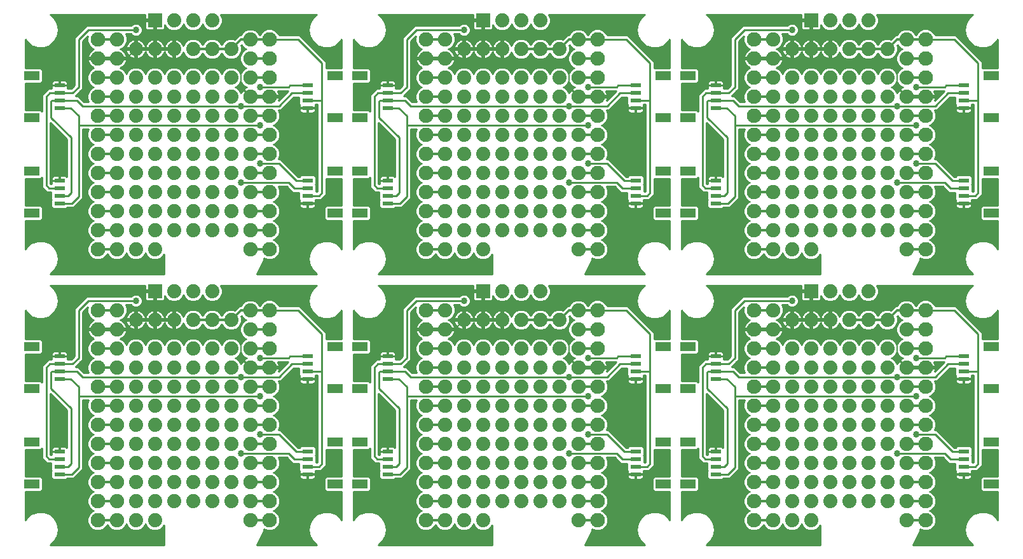
<source format=gtl>
G75*
%MOIN*%
%OFA0B0*%
%FSLAX25Y25*%
%IPPOS*%
%LPD*%
%AMOC8*
5,1,8,0,0,1.08239X$1,22.5*
%
%ADD10C,0.01200*%
%ADD11C,0.07500*%
%ADD12C,0.07600*%
%ADD13R,0.07400X0.07400*%
%ADD14C,0.07400*%
%ADD15R,0.07874X0.04724*%
%ADD16R,0.05315X0.02362*%
%ADD17C,0.01000*%
%ADD18C,0.00800*%
%ADD19C,0.03400*%
D10*
X0123333Y0091000D02*
X0133333Y0091000D01*
X0133333Y0101000D02*
X0123333Y0101000D01*
X0123333Y0111000D02*
X0133333Y0111000D01*
X0133333Y0121000D02*
X0123333Y0121000D01*
X0123333Y0131000D02*
X0133333Y0131000D01*
X0133333Y0141000D02*
X0123333Y0141000D01*
X0123333Y0151000D02*
X0133333Y0151000D01*
X0133333Y0161000D02*
X0123333Y0161000D01*
X0123333Y0171000D02*
X0133333Y0171000D01*
X0133333Y0181000D02*
X0123333Y0181000D01*
X0123333Y0191000D02*
X0133333Y0191000D01*
X0133333Y0201000D02*
X0123333Y0201000D01*
X0123333Y0233000D02*
X0133333Y0233000D01*
X0133333Y0243000D02*
X0123333Y0243000D01*
X0123333Y0253000D02*
X0133333Y0253000D01*
X0133333Y0263000D02*
X0123333Y0263000D01*
X0123333Y0273000D02*
X0133333Y0273000D01*
X0133333Y0283000D02*
X0123333Y0283000D01*
X0123333Y0293000D02*
X0133333Y0293000D01*
X0133333Y0303000D02*
X0123333Y0303000D01*
X0123333Y0313000D02*
X0133333Y0313000D01*
X0133333Y0323000D02*
X0123333Y0323000D01*
X0123333Y0333000D02*
X0133333Y0333000D01*
X0133333Y0343000D02*
X0123333Y0343000D01*
X0173333Y0338000D02*
X0183333Y0338000D01*
X0193333Y0338000D01*
X0198333Y0343000D01*
X0203333Y0343000D01*
X0213333Y0343000D01*
X0213333Y0333000D02*
X0203333Y0333000D01*
X0203333Y0323000D02*
X0213333Y0323000D01*
X0213333Y0313000D02*
X0203333Y0313000D01*
X0203333Y0303000D02*
X0213333Y0303000D01*
X0213333Y0293000D02*
X0203333Y0293000D01*
X0203333Y0283000D02*
X0213333Y0283000D01*
X0213333Y0273000D02*
X0203333Y0273000D01*
X0203333Y0263000D02*
X0213333Y0263000D01*
X0213333Y0253000D02*
X0203333Y0253000D01*
X0203333Y0243000D02*
X0213333Y0243000D01*
X0213333Y0233000D02*
X0203333Y0233000D01*
X0203333Y0201000D02*
X0198333Y0201000D01*
X0193333Y0196000D01*
X0183333Y0196000D01*
X0173333Y0196000D01*
X0203333Y0191000D02*
X0213333Y0191000D01*
X0213333Y0201000D02*
X0203333Y0201000D01*
X0203333Y0181000D02*
X0213333Y0181000D01*
X0213333Y0171000D02*
X0203333Y0171000D01*
X0203333Y0161000D02*
X0213333Y0161000D01*
X0213333Y0151000D02*
X0203333Y0151000D01*
X0203333Y0141000D02*
X0213333Y0141000D01*
X0213333Y0131000D02*
X0203333Y0131000D01*
X0203333Y0121000D02*
X0213333Y0121000D01*
X0213333Y0111000D02*
X0203333Y0111000D01*
X0203333Y0101000D02*
X0213333Y0101000D01*
X0213333Y0091000D02*
X0203333Y0091000D01*
X0295333Y0091000D02*
X0305333Y0091000D01*
X0305333Y0101000D02*
X0295333Y0101000D01*
X0295333Y0111000D02*
X0305333Y0111000D01*
X0305333Y0121000D02*
X0295333Y0121000D01*
X0295333Y0131000D02*
X0305333Y0131000D01*
X0305333Y0141000D02*
X0295333Y0141000D01*
X0295333Y0151000D02*
X0305333Y0151000D01*
X0305333Y0161000D02*
X0295333Y0161000D01*
X0295333Y0171000D02*
X0305333Y0171000D01*
X0305333Y0181000D02*
X0295333Y0181000D01*
X0295333Y0191000D02*
X0305333Y0191000D01*
X0305333Y0201000D02*
X0295333Y0201000D01*
X0295333Y0233000D02*
X0305333Y0233000D01*
X0305333Y0243000D02*
X0295333Y0243000D01*
X0295333Y0253000D02*
X0305333Y0253000D01*
X0305333Y0263000D02*
X0295333Y0263000D01*
X0295333Y0273000D02*
X0305333Y0273000D01*
X0305333Y0283000D02*
X0295333Y0283000D01*
X0295333Y0293000D02*
X0305333Y0293000D01*
X0305333Y0303000D02*
X0295333Y0303000D01*
X0295333Y0313000D02*
X0305333Y0313000D01*
X0305333Y0323000D02*
X0295333Y0323000D01*
X0295333Y0333000D02*
X0305333Y0333000D01*
X0305333Y0343000D02*
X0295333Y0343000D01*
X0345333Y0338000D02*
X0355333Y0338000D01*
X0365333Y0338000D01*
X0370333Y0343000D01*
X0375333Y0343000D01*
X0385333Y0343000D01*
X0385333Y0333000D02*
X0375333Y0333000D01*
X0375333Y0323000D02*
X0385333Y0323000D01*
X0385333Y0313000D02*
X0375333Y0313000D01*
X0375333Y0303000D02*
X0385333Y0303000D01*
X0385333Y0293000D02*
X0375333Y0293000D01*
X0375333Y0283000D02*
X0385333Y0283000D01*
X0385333Y0273000D02*
X0375333Y0273000D01*
X0375333Y0263000D02*
X0385333Y0263000D01*
X0385333Y0253000D02*
X0375333Y0253000D01*
X0375333Y0243000D02*
X0385333Y0243000D01*
X0385333Y0233000D02*
X0375333Y0233000D01*
X0375333Y0201000D02*
X0370333Y0201000D01*
X0365333Y0196000D01*
X0355333Y0196000D01*
X0345333Y0196000D01*
X0375333Y0191000D02*
X0385333Y0191000D01*
X0385333Y0201000D02*
X0375333Y0201000D01*
X0375333Y0181000D02*
X0385333Y0181000D01*
X0385333Y0171000D02*
X0375333Y0171000D01*
X0375333Y0161000D02*
X0385333Y0161000D01*
X0385333Y0151000D02*
X0375333Y0151000D01*
X0375333Y0141000D02*
X0385333Y0141000D01*
X0385333Y0131000D02*
X0375333Y0131000D01*
X0375333Y0121000D02*
X0385333Y0121000D01*
X0385333Y0111000D02*
X0375333Y0111000D01*
X0375333Y0101000D02*
X0385333Y0101000D01*
X0385333Y0091000D02*
X0375333Y0091000D01*
X0467333Y0091000D02*
X0477333Y0091000D01*
X0477333Y0101000D02*
X0467333Y0101000D01*
X0467333Y0111000D02*
X0477333Y0111000D01*
X0477333Y0121000D02*
X0467333Y0121000D01*
X0467333Y0131000D02*
X0477333Y0131000D01*
X0477333Y0141000D02*
X0467333Y0141000D01*
X0467333Y0151000D02*
X0477333Y0151000D01*
X0477333Y0161000D02*
X0467333Y0161000D01*
X0467333Y0171000D02*
X0477333Y0171000D01*
X0477333Y0181000D02*
X0467333Y0181000D01*
X0467333Y0191000D02*
X0477333Y0191000D01*
X0477333Y0201000D02*
X0467333Y0201000D01*
X0467333Y0233000D02*
X0477333Y0233000D01*
X0477333Y0243000D02*
X0467333Y0243000D01*
X0467333Y0253000D02*
X0477333Y0253000D01*
X0477333Y0263000D02*
X0467333Y0263000D01*
X0467333Y0273000D02*
X0477333Y0273000D01*
X0477333Y0283000D02*
X0467333Y0283000D01*
X0467333Y0293000D02*
X0477333Y0293000D01*
X0477333Y0303000D02*
X0467333Y0303000D01*
X0467333Y0313000D02*
X0477333Y0313000D01*
X0477333Y0323000D02*
X0467333Y0323000D01*
X0467333Y0333000D02*
X0477333Y0333000D01*
X0477333Y0343000D02*
X0467333Y0343000D01*
X0517333Y0338000D02*
X0527333Y0338000D01*
X0537333Y0338000D01*
X0542333Y0343000D01*
X0547333Y0343000D01*
X0557333Y0343000D01*
X0557333Y0333000D02*
X0547333Y0333000D01*
X0547333Y0323000D02*
X0557333Y0323000D01*
X0557333Y0313000D02*
X0547333Y0313000D01*
X0547333Y0303000D02*
X0557333Y0303000D01*
X0557333Y0293000D02*
X0547333Y0293000D01*
X0547333Y0283000D02*
X0557333Y0283000D01*
X0557333Y0273000D02*
X0547333Y0273000D01*
X0547333Y0263000D02*
X0557333Y0263000D01*
X0557333Y0253000D02*
X0547333Y0253000D01*
X0547333Y0243000D02*
X0557333Y0243000D01*
X0557333Y0233000D02*
X0547333Y0233000D01*
X0547333Y0201000D02*
X0542333Y0201000D01*
X0537333Y0196000D01*
X0527333Y0196000D01*
X0517333Y0196000D01*
X0547333Y0191000D02*
X0557333Y0191000D01*
X0557333Y0201000D02*
X0547333Y0201000D01*
X0547333Y0181000D02*
X0557333Y0181000D01*
X0557333Y0171000D02*
X0547333Y0171000D01*
X0547333Y0161000D02*
X0557333Y0161000D01*
X0557333Y0151000D02*
X0547333Y0151000D01*
X0547333Y0141000D02*
X0557333Y0141000D01*
X0557333Y0131000D02*
X0547333Y0131000D01*
X0547333Y0121000D02*
X0557333Y0121000D01*
X0557333Y0111000D02*
X0547333Y0111000D01*
X0547333Y0101000D02*
X0557333Y0101000D01*
X0557333Y0091000D02*
X0547333Y0091000D01*
D11*
X0547333Y0091000D03*
X0547333Y0101000D03*
X0547333Y0111000D03*
X0547333Y0121000D03*
X0547333Y0131000D03*
X0547333Y0141000D03*
X0547333Y0151000D03*
X0547333Y0161000D03*
X0547333Y0171000D03*
X0547333Y0181000D03*
X0547333Y0191000D03*
X0547333Y0201000D03*
X0547333Y0233000D03*
X0547333Y0243000D03*
X0547333Y0253000D03*
X0547333Y0263000D03*
X0547333Y0273000D03*
X0547333Y0283000D03*
X0547333Y0293000D03*
X0547333Y0303000D03*
X0547333Y0313000D03*
X0547333Y0323000D03*
X0547333Y0333000D03*
X0547333Y0343000D03*
X0477333Y0343000D03*
X0477333Y0333000D03*
X0477333Y0323000D03*
X0477333Y0313000D03*
X0477333Y0303000D03*
X0477333Y0293000D03*
X0477333Y0283000D03*
X0477333Y0273000D03*
X0477333Y0263000D03*
X0477333Y0253000D03*
X0477333Y0243000D03*
X0477333Y0233000D03*
X0477333Y0201000D03*
X0477333Y0191000D03*
X0477333Y0181000D03*
X0477333Y0171000D03*
X0477333Y0161000D03*
X0477333Y0151000D03*
X0477333Y0141000D03*
X0477333Y0131000D03*
X0477333Y0121000D03*
X0477333Y0111000D03*
X0477333Y0101000D03*
X0477333Y0091000D03*
X0375333Y0091000D03*
X0375333Y0101000D03*
X0375333Y0111000D03*
X0375333Y0121000D03*
X0375333Y0131000D03*
X0375333Y0141000D03*
X0375333Y0151000D03*
X0375333Y0161000D03*
X0375333Y0171000D03*
X0375333Y0181000D03*
X0375333Y0191000D03*
X0375333Y0201000D03*
X0375333Y0233000D03*
X0375333Y0243000D03*
X0375333Y0253000D03*
X0375333Y0263000D03*
X0375333Y0273000D03*
X0375333Y0283000D03*
X0375333Y0293000D03*
X0375333Y0303000D03*
X0375333Y0313000D03*
X0375333Y0323000D03*
X0375333Y0333000D03*
X0375333Y0343000D03*
X0305333Y0343000D03*
X0305333Y0333000D03*
X0305333Y0323000D03*
X0305333Y0313000D03*
X0305333Y0303000D03*
X0305333Y0293000D03*
X0305333Y0283000D03*
X0305333Y0273000D03*
X0305333Y0263000D03*
X0305333Y0253000D03*
X0305333Y0243000D03*
X0305333Y0233000D03*
X0305333Y0201000D03*
X0305333Y0191000D03*
X0305333Y0181000D03*
X0305333Y0171000D03*
X0305333Y0161000D03*
X0305333Y0151000D03*
X0305333Y0141000D03*
X0305333Y0131000D03*
X0305333Y0121000D03*
X0305333Y0111000D03*
X0305333Y0101000D03*
X0305333Y0091000D03*
X0203333Y0091000D03*
X0203333Y0101000D03*
X0203333Y0111000D03*
X0203333Y0121000D03*
X0203333Y0131000D03*
X0203333Y0141000D03*
X0203333Y0151000D03*
X0203333Y0161000D03*
X0203333Y0171000D03*
X0203333Y0181000D03*
X0203333Y0191000D03*
X0203333Y0201000D03*
X0203333Y0233000D03*
X0203333Y0243000D03*
X0203333Y0253000D03*
X0203333Y0263000D03*
X0203333Y0273000D03*
X0203333Y0283000D03*
X0203333Y0293000D03*
X0203333Y0303000D03*
X0203333Y0313000D03*
X0203333Y0323000D03*
X0203333Y0333000D03*
X0203333Y0343000D03*
X0133333Y0343000D03*
X0133333Y0333000D03*
X0133333Y0323000D03*
X0133333Y0313000D03*
X0133333Y0303000D03*
X0133333Y0293000D03*
X0133333Y0283000D03*
X0133333Y0273000D03*
X0133333Y0263000D03*
X0133333Y0253000D03*
X0133333Y0243000D03*
X0133333Y0233000D03*
X0133333Y0201000D03*
X0133333Y0191000D03*
X0133333Y0181000D03*
X0133333Y0171000D03*
X0133333Y0161000D03*
X0133333Y0151000D03*
X0133333Y0141000D03*
X0133333Y0131000D03*
X0133333Y0121000D03*
X0133333Y0111000D03*
X0133333Y0101000D03*
X0133333Y0091000D03*
D12*
X0123333Y0091000D03*
X0123333Y0101000D03*
X0123333Y0111000D03*
X0123333Y0121000D03*
X0123333Y0131000D03*
X0123333Y0141000D03*
X0123333Y0151000D03*
X0123333Y0161000D03*
X0123333Y0171000D03*
X0123333Y0181000D03*
X0123333Y0191000D03*
X0123333Y0201000D03*
X0123333Y0233000D03*
X0123333Y0243000D03*
X0123333Y0253000D03*
X0123333Y0263000D03*
X0123333Y0273000D03*
X0123333Y0283000D03*
X0123333Y0293000D03*
X0123333Y0303000D03*
X0123333Y0313000D03*
X0123333Y0323000D03*
X0123333Y0333000D03*
X0123333Y0343000D03*
X0213333Y0343000D03*
X0213333Y0333000D03*
X0213333Y0323000D03*
X0213333Y0313000D03*
X0213333Y0303000D03*
X0213333Y0293000D03*
X0213333Y0283000D03*
X0213333Y0273000D03*
X0213333Y0263000D03*
X0213333Y0253000D03*
X0213333Y0243000D03*
X0213333Y0233000D03*
X0213333Y0201000D03*
X0213333Y0191000D03*
X0213333Y0181000D03*
X0213333Y0171000D03*
X0213333Y0161000D03*
X0213333Y0151000D03*
X0213333Y0141000D03*
X0213333Y0131000D03*
X0213333Y0121000D03*
X0213333Y0111000D03*
X0213333Y0101000D03*
X0213333Y0091000D03*
X0295333Y0091000D03*
X0295333Y0101000D03*
X0295333Y0111000D03*
X0295333Y0121000D03*
X0295333Y0131000D03*
X0295333Y0141000D03*
X0295333Y0151000D03*
X0295333Y0161000D03*
X0295333Y0171000D03*
X0295333Y0181000D03*
X0295333Y0191000D03*
X0295333Y0201000D03*
X0295333Y0233000D03*
X0295333Y0243000D03*
X0295333Y0253000D03*
X0295333Y0263000D03*
X0295333Y0273000D03*
X0295333Y0283000D03*
X0295333Y0293000D03*
X0295333Y0303000D03*
X0295333Y0313000D03*
X0295333Y0323000D03*
X0295333Y0333000D03*
X0295333Y0343000D03*
X0385333Y0343000D03*
X0385333Y0333000D03*
X0385333Y0323000D03*
X0385333Y0313000D03*
X0385333Y0303000D03*
X0385333Y0293000D03*
X0385333Y0283000D03*
X0385333Y0273000D03*
X0385333Y0263000D03*
X0385333Y0253000D03*
X0385333Y0243000D03*
X0385333Y0233000D03*
X0385333Y0201000D03*
X0385333Y0191000D03*
X0385333Y0181000D03*
X0385333Y0171000D03*
X0385333Y0161000D03*
X0385333Y0151000D03*
X0385333Y0141000D03*
X0385333Y0131000D03*
X0385333Y0121000D03*
X0385333Y0111000D03*
X0385333Y0101000D03*
X0385333Y0091000D03*
X0467333Y0091000D03*
X0467333Y0101000D03*
X0467333Y0111000D03*
X0467333Y0121000D03*
X0467333Y0131000D03*
X0467333Y0141000D03*
X0467333Y0151000D03*
X0467333Y0161000D03*
X0467333Y0171000D03*
X0467333Y0181000D03*
X0467333Y0191000D03*
X0467333Y0201000D03*
X0467333Y0233000D03*
X0467333Y0243000D03*
X0467333Y0253000D03*
X0467333Y0263000D03*
X0467333Y0273000D03*
X0467333Y0283000D03*
X0467333Y0293000D03*
X0467333Y0303000D03*
X0467333Y0313000D03*
X0467333Y0323000D03*
X0467333Y0333000D03*
X0467333Y0343000D03*
X0557333Y0343000D03*
X0557333Y0333000D03*
X0557333Y0323000D03*
X0557333Y0313000D03*
X0557333Y0303000D03*
X0557333Y0293000D03*
X0557333Y0283000D03*
X0557333Y0273000D03*
X0557333Y0263000D03*
X0557333Y0253000D03*
X0557333Y0243000D03*
X0557333Y0233000D03*
X0557333Y0201000D03*
X0557333Y0191000D03*
X0557333Y0181000D03*
X0557333Y0171000D03*
X0557333Y0161000D03*
X0557333Y0151000D03*
X0557333Y0141000D03*
X0557333Y0131000D03*
X0557333Y0121000D03*
X0557333Y0111000D03*
X0557333Y0101000D03*
X0557333Y0091000D03*
D13*
X0497333Y0211000D03*
X0497333Y0353000D03*
X0325333Y0353000D03*
X0325333Y0211000D03*
X0153333Y0211000D03*
X0153333Y0353000D03*
D14*
X0163333Y0353000D03*
X0173333Y0353000D03*
X0183333Y0353000D03*
X0183333Y0338000D03*
X0193333Y0338000D03*
X0193333Y0323000D03*
X0183333Y0323000D03*
X0183333Y0313000D03*
X0193333Y0313000D03*
X0193333Y0303000D03*
X0183333Y0303000D03*
X0183333Y0293000D03*
X0193333Y0293000D03*
X0193333Y0283000D03*
X0183333Y0283000D03*
X0183333Y0273000D03*
X0193333Y0273000D03*
X0193333Y0263000D03*
X0183333Y0263000D03*
X0183333Y0253000D03*
X0193333Y0253000D03*
X0193333Y0243000D03*
X0183333Y0243000D03*
X0173333Y0243000D03*
X0163333Y0243000D03*
X0153333Y0243000D03*
X0153333Y0233000D03*
X0143333Y0233000D03*
X0143333Y0243000D03*
X0143333Y0253000D03*
X0143333Y0263000D03*
X0143333Y0273000D03*
X0143333Y0283000D03*
X0143333Y0293000D03*
X0143333Y0303000D03*
X0143333Y0313000D03*
X0143333Y0323000D03*
X0153333Y0323000D03*
X0153333Y0313000D03*
X0163333Y0313000D03*
X0163333Y0323000D03*
X0173333Y0323000D03*
X0173333Y0313000D03*
X0173333Y0303000D03*
X0163333Y0303000D03*
X0153333Y0303000D03*
X0153333Y0293000D03*
X0163333Y0293000D03*
X0173333Y0293000D03*
X0173333Y0283000D03*
X0163333Y0283000D03*
X0153333Y0283000D03*
X0153333Y0273000D03*
X0163333Y0273000D03*
X0173333Y0273000D03*
X0173333Y0263000D03*
X0163333Y0263000D03*
X0153333Y0263000D03*
X0153333Y0253000D03*
X0163333Y0253000D03*
X0173333Y0253000D03*
X0173333Y0211000D03*
X0163333Y0211000D03*
X0163333Y0196000D03*
X0153333Y0196000D03*
X0143333Y0196000D03*
X0143333Y0181000D03*
X0143333Y0171000D03*
X0143333Y0161000D03*
X0143333Y0151000D03*
X0143333Y0141000D03*
X0143333Y0131000D03*
X0143333Y0121000D03*
X0143333Y0111000D03*
X0143333Y0101000D03*
X0143333Y0091000D03*
X0153333Y0091000D03*
X0153333Y0101000D03*
X0163333Y0101000D03*
X0173333Y0101000D03*
X0173333Y0111000D03*
X0163333Y0111000D03*
X0153333Y0111000D03*
X0153333Y0121000D03*
X0163333Y0121000D03*
X0173333Y0121000D03*
X0173333Y0131000D03*
X0163333Y0131000D03*
X0153333Y0131000D03*
X0153333Y0141000D03*
X0163333Y0141000D03*
X0173333Y0141000D03*
X0173333Y0151000D03*
X0163333Y0151000D03*
X0153333Y0151000D03*
X0153333Y0161000D03*
X0163333Y0161000D03*
X0173333Y0161000D03*
X0173333Y0171000D03*
X0163333Y0171000D03*
X0153333Y0171000D03*
X0153333Y0181000D03*
X0163333Y0181000D03*
X0173333Y0181000D03*
X0183333Y0181000D03*
X0183333Y0171000D03*
X0193333Y0171000D03*
X0193333Y0181000D03*
X0193333Y0196000D03*
X0183333Y0196000D03*
X0173333Y0196000D03*
X0183333Y0211000D03*
X0183333Y0161000D03*
X0183333Y0151000D03*
X0193333Y0151000D03*
X0193333Y0161000D03*
X0193333Y0141000D03*
X0183333Y0141000D03*
X0183333Y0131000D03*
X0193333Y0131000D03*
X0193333Y0121000D03*
X0183333Y0121000D03*
X0183333Y0111000D03*
X0193333Y0111000D03*
X0193333Y0101000D03*
X0183333Y0101000D03*
X0315333Y0101000D03*
X0315333Y0091000D03*
X0325333Y0091000D03*
X0325333Y0101000D03*
X0325333Y0111000D03*
X0315333Y0111000D03*
X0315333Y0121000D03*
X0325333Y0121000D03*
X0325333Y0131000D03*
X0315333Y0131000D03*
X0315333Y0141000D03*
X0325333Y0141000D03*
X0325333Y0151000D03*
X0315333Y0151000D03*
X0315333Y0161000D03*
X0325333Y0161000D03*
X0325333Y0171000D03*
X0315333Y0171000D03*
X0315333Y0181000D03*
X0325333Y0181000D03*
X0335333Y0181000D03*
X0335333Y0171000D03*
X0345333Y0171000D03*
X0345333Y0181000D03*
X0355333Y0181000D03*
X0355333Y0171000D03*
X0365333Y0171000D03*
X0365333Y0181000D03*
X0365333Y0196000D03*
X0355333Y0196000D03*
X0345333Y0196000D03*
X0335333Y0196000D03*
X0325333Y0196000D03*
X0315333Y0196000D03*
X0335333Y0211000D03*
X0345333Y0211000D03*
X0355333Y0211000D03*
X0355333Y0243000D03*
X0365333Y0243000D03*
X0365333Y0253000D03*
X0355333Y0253000D03*
X0355333Y0263000D03*
X0365333Y0263000D03*
X0365333Y0273000D03*
X0355333Y0273000D03*
X0355333Y0283000D03*
X0365333Y0283000D03*
X0365333Y0293000D03*
X0355333Y0293000D03*
X0355333Y0303000D03*
X0365333Y0303000D03*
X0365333Y0313000D03*
X0355333Y0313000D03*
X0355333Y0323000D03*
X0365333Y0323000D03*
X0365333Y0338000D03*
X0355333Y0338000D03*
X0345333Y0338000D03*
X0335333Y0338000D03*
X0325333Y0338000D03*
X0315333Y0338000D03*
X0315333Y0323000D03*
X0315333Y0313000D03*
X0325333Y0313000D03*
X0325333Y0323000D03*
X0335333Y0323000D03*
X0335333Y0313000D03*
X0345333Y0313000D03*
X0345333Y0323000D03*
X0345333Y0303000D03*
X0335333Y0303000D03*
X0335333Y0293000D03*
X0345333Y0293000D03*
X0345333Y0283000D03*
X0335333Y0283000D03*
X0335333Y0273000D03*
X0345333Y0273000D03*
X0345333Y0263000D03*
X0335333Y0263000D03*
X0335333Y0253000D03*
X0345333Y0253000D03*
X0345333Y0243000D03*
X0335333Y0243000D03*
X0325333Y0243000D03*
X0315333Y0243000D03*
X0315333Y0233000D03*
X0325333Y0233000D03*
X0325333Y0253000D03*
X0315333Y0253000D03*
X0315333Y0263000D03*
X0325333Y0263000D03*
X0325333Y0273000D03*
X0315333Y0273000D03*
X0315333Y0283000D03*
X0325333Y0283000D03*
X0325333Y0293000D03*
X0315333Y0293000D03*
X0315333Y0303000D03*
X0325333Y0303000D03*
X0335333Y0353000D03*
X0345333Y0353000D03*
X0355333Y0353000D03*
X0487333Y0338000D03*
X0497333Y0338000D03*
X0507333Y0338000D03*
X0517333Y0338000D03*
X0527333Y0338000D03*
X0537333Y0338000D03*
X0537333Y0323000D03*
X0537333Y0313000D03*
X0527333Y0313000D03*
X0517333Y0313000D03*
X0517333Y0323000D03*
X0527333Y0323000D03*
X0507333Y0323000D03*
X0497333Y0323000D03*
X0487333Y0323000D03*
X0487333Y0313000D03*
X0497333Y0313000D03*
X0507333Y0313000D03*
X0507333Y0303000D03*
X0497333Y0303000D03*
X0487333Y0303000D03*
X0487333Y0293000D03*
X0497333Y0293000D03*
X0507333Y0293000D03*
X0507333Y0283000D03*
X0497333Y0283000D03*
X0487333Y0283000D03*
X0487333Y0273000D03*
X0497333Y0273000D03*
X0507333Y0273000D03*
X0507333Y0263000D03*
X0497333Y0263000D03*
X0487333Y0263000D03*
X0487333Y0253000D03*
X0497333Y0253000D03*
X0507333Y0253000D03*
X0507333Y0243000D03*
X0497333Y0243000D03*
X0487333Y0243000D03*
X0487333Y0233000D03*
X0497333Y0233000D03*
X0517333Y0243000D03*
X0527333Y0243000D03*
X0527333Y0253000D03*
X0517333Y0253000D03*
X0517333Y0263000D03*
X0527333Y0263000D03*
X0527333Y0273000D03*
X0517333Y0273000D03*
X0517333Y0283000D03*
X0527333Y0283000D03*
X0527333Y0293000D03*
X0517333Y0293000D03*
X0517333Y0303000D03*
X0527333Y0303000D03*
X0537333Y0303000D03*
X0537333Y0293000D03*
X0537333Y0283000D03*
X0537333Y0273000D03*
X0537333Y0263000D03*
X0537333Y0253000D03*
X0537333Y0243000D03*
X0527333Y0211000D03*
X0517333Y0211000D03*
X0507333Y0211000D03*
X0507333Y0196000D03*
X0497333Y0196000D03*
X0487333Y0196000D03*
X0487333Y0181000D03*
X0487333Y0171000D03*
X0497333Y0171000D03*
X0497333Y0181000D03*
X0507333Y0181000D03*
X0507333Y0171000D03*
X0507333Y0161000D03*
X0497333Y0161000D03*
X0487333Y0161000D03*
X0487333Y0151000D03*
X0497333Y0151000D03*
X0507333Y0151000D03*
X0507333Y0141000D03*
X0497333Y0141000D03*
X0487333Y0141000D03*
X0487333Y0131000D03*
X0497333Y0131000D03*
X0507333Y0131000D03*
X0507333Y0121000D03*
X0497333Y0121000D03*
X0487333Y0121000D03*
X0487333Y0111000D03*
X0497333Y0111000D03*
X0507333Y0111000D03*
X0507333Y0101000D03*
X0497333Y0101000D03*
X0487333Y0101000D03*
X0487333Y0091000D03*
X0497333Y0091000D03*
X0517333Y0101000D03*
X0527333Y0101000D03*
X0527333Y0111000D03*
X0517333Y0111000D03*
X0517333Y0121000D03*
X0527333Y0121000D03*
X0527333Y0131000D03*
X0517333Y0131000D03*
X0517333Y0141000D03*
X0527333Y0141000D03*
X0527333Y0151000D03*
X0517333Y0151000D03*
X0517333Y0161000D03*
X0527333Y0161000D03*
X0527333Y0171000D03*
X0517333Y0171000D03*
X0517333Y0181000D03*
X0527333Y0181000D03*
X0537333Y0181000D03*
X0537333Y0171000D03*
X0537333Y0161000D03*
X0537333Y0151000D03*
X0537333Y0141000D03*
X0537333Y0131000D03*
X0537333Y0121000D03*
X0537333Y0111000D03*
X0537333Y0101000D03*
X0537333Y0196000D03*
X0527333Y0196000D03*
X0517333Y0196000D03*
X0365333Y0161000D03*
X0355333Y0161000D03*
X0355333Y0151000D03*
X0365333Y0151000D03*
X0365333Y0141000D03*
X0355333Y0141000D03*
X0355333Y0131000D03*
X0365333Y0131000D03*
X0365333Y0121000D03*
X0355333Y0121000D03*
X0355333Y0111000D03*
X0365333Y0111000D03*
X0365333Y0101000D03*
X0355333Y0101000D03*
X0345333Y0101000D03*
X0335333Y0101000D03*
X0335333Y0111000D03*
X0335333Y0121000D03*
X0345333Y0121000D03*
X0345333Y0111000D03*
X0345333Y0131000D03*
X0335333Y0131000D03*
X0335333Y0141000D03*
X0345333Y0141000D03*
X0345333Y0151000D03*
X0335333Y0151000D03*
X0335333Y0161000D03*
X0345333Y0161000D03*
X0173333Y0338000D03*
X0163333Y0338000D03*
X0153333Y0338000D03*
X0143333Y0338000D03*
X0507333Y0353000D03*
X0517333Y0353000D03*
X0527333Y0353000D03*
D15*
X0591802Y0324024D03*
X0591802Y0301976D03*
X0591802Y0274024D03*
X0591802Y0251976D03*
X0591802Y0182024D03*
X0591802Y0159976D03*
X0591802Y0132024D03*
X0591802Y0109976D03*
X0432865Y0109976D03*
X0419802Y0109976D03*
X0419802Y0132024D03*
X0432865Y0132024D03*
X0432865Y0159976D03*
X0419802Y0159976D03*
X0419802Y0182024D03*
X0432865Y0182024D03*
X0432865Y0251976D03*
X0419802Y0251976D03*
X0419802Y0274024D03*
X0432865Y0274024D03*
X0432865Y0301976D03*
X0419802Y0301976D03*
X0419802Y0324024D03*
X0432865Y0324024D03*
X0260865Y0324024D03*
X0247802Y0324024D03*
X0247802Y0301976D03*
X0260865Y0301976D03*
X0260865Y0274024D03*
X0247802Y0274024D03*
X0247802Y0251976D03*
X0260865Y0251976D03*
X0260865Y0182024D03*
X0247802Y0182024D03*
X0247802Y0159976D03*
X0260865Y0159976D03*
X0260865Y0132024D03*
X0247802Y0132024D03*
X0247802Y0109976D03*
X0260865Y0109976D03*
X0088865Y0109976D03*
X0088865Y0132024D03*
X0088865Y0159976D03*
X0088865Y0182024D03*
X0088865Y0251976D03*
X0088865Y0274024D03*
X0088865Y0301976D03*
X0088865Y0324024D03*
D16*
X0103333Y0318906D03*
X0103333Y0314969D03*
X0103333Y0311031D03*
X0103333Y0307094D03*
X0103333Y0268906D03*
X0103333Y0264969D03*
X0103333Y0261031D03*
X0103333Y0257094D03*
X0103333Y0176906D03*
X0103333Y0172969D03*
X0103333Y0169031D03*
X0103333Y0165094D03*
X0103333Y0126906D03*
X0103333Y0122969D03*
X0103333Y0119031D03*
X0103333Y0115094D03*
X0233333Y0115094D03*
X0233333Y0119031D03*
X0233333Y0122969D03*
X0233333Y0126906D03*
X0233333Y0165094D03*
X0233333Y0169031D03*
X0233333Y0172969D03*
X0233333Y0176906D03*
X0275333Y0176906D03*
X0275333Y0172969D03*
X0275333Y0169031D03*
X0275333Y0165094D03*
X0275333Y0126906D03*
X0275333Y0122969D03*
X0275333Y0119031D03*
X0275333Y0115094D03*
X0405333Y0115094D03*
X0405333Y0119031D03*
X0405333Y0122969D03*
X0405333Y0126906D03*
X0405333Y0165094D03*
X0405333Y0169031D03*
X0405333Y0172969D03*
X0405333Y0176906D03*
X0447333Y0176906D03*
X0447333Y0172969D03*
X0447333Y0169031D03*
X0447333Y0165094D03*
X0447333Y0126906D03*
X0447333Y0122969D03*
X0447333Y0119031D03*
X0447333Y0115094D03*
X0577333Y0115094D03*
X0577333Y0119031D03*
X0577333Y0122969D03*
X0577333Y0126906D03*
X0577333Y0165094D03*
X0577333Y0169031D03*
X0577333Y0172969D03*
X0577333Y0176906D03*
X0577333Y0257094D03*
X0577333Y0261031D03*
X0577333Y0264969D03*
X0577333Y0268906D03*
X0577333Y0307094D03*
X0577333Y0311031D03*
X0577333Y0314969D03*
X0577333Y0318906D03*
X0447333Y0318906D03*
X0447333Y0314969D03*
X0447333Y0311031D03*
X0447333Y0307094D03*
X0447333Y0268906D03*
X0447333Y0264969D03*
X0447333Y0261031D03*
X0447333Y0257094D03*
X0405333Y0257094D03*
X0405333Y0261031D03*
X0405333Y0264969D03*
X0405333Y0268906D03*
X0405333Y0307094D03*
X0405333Y0311031D03*
X0405333Y0314969D03*
X0405333Y0318906D03*
X0275333Y0318906D03*
X0275333Y0314969D03*
X0275333Y0311031D03*
X0275333Y0307094D03*
X0275333Y0268906D03*
X0275333Y0264969D03*
X0275333Y0261031D03*
X0275333Y0257094D03*
X0233333Y0257094D03*
X0233333Y0261031D03*
X0233333Y0264969D03*
X0233333Y0268906D03*
X0233333Y0307094D03*
X0233333Y0311031D03*
X0233333Y0314969D03*
X0233333Y0318906D03*
D17*
X0085433Y0105914D02*
X0085433Y0091117D01*
X0086021Y0092135D01*
X0086021Y0092135D01*
X0088561Y0094266D01*
X0091676Y0095400D01*
X0091676Y0095400D01*
X0094991Y0095400D01*
X0098106Y0094266D01*
X0098106Y0094266D01*
X0100645Y0092135D01*
X0100645Y0092135D01*
X0102303Y0089265D01*
X0102303Y0089265D01*
X0102878Y0086000D01*
X0102878Y0086000D01*
X0102303Y0082735D01*
X0102303Y0082735D01*
X0100645Y0079865D01*
X0100645Y0079865D01*
X0100645Y0079865D01*
X0098542Y0078100D01*
X0158033Y0078100D01*
X0158033Y0088236D01*
X0157911Y0087941D01*
X0156392Y0086422D01*
X0154407Y0085600D01*
X0152259Y0085600D01*
X0150274Y0086422D01*
X0148755Y0087941D01*
X0148333Y0088960D01*
X0147911Y0087941D01*
X0146392Y0086422D01*
X0144407Y0085600D01*
X0142259Y0085600D01*
X0140274Y0086422D01*
X0138755Y0087941D01*
X0138360Y0088895D01*
X0137954Y0087913D01*
X0136420Y0086380D01*
X0134417Y0085550D01*
X0132249Y0085550D01*
X0130246Y0086380D01*
X0128713Y0087913D01*
X0128387Y0088700D01*
X0128334Y0088700D01*
X0127996Y0087884D01*
X0126449Y0086337D01*
X0124427Y0085500D01*
X0122239Y0085500D01*
X0120218Y0086337D01*
X0118671Y0087884D01*
X0117833Y0089906D01*
X0117833Y0092094D01*
X0118671Y0094115D01*
X0120218Y0095663D01*
X0121032Y0096000D01*
X0120218Y0096337D01*
X0118671Y0097884D01*
X0117833Y0099906D01*
X0117833Y0102094D01*
X0118671Y0104115D01*
X0120218Y0105663D01*
X0121032Y0106000D01*
X0120218Y0106337D01*
X0118671Y0107884D01*
X0117833Y0109906D01*
X0117833Y0112094D01*
X0118671Y0114115D01*
X0120218Y0115663D01*
X0121032Y0116000D01*
X0120218Y0116337D01*
X0118671Y0117884D01*
X0117833Y0119906D01*
X0117833Y0122094D01*
X0118671Y0124115D01*
X0120218Y0125663D01*
X0121032Y0126000D01*
X0120218Y0126337D01*
X0118671Y0127884D01*
X0117833Y0129906D01*
X0117833Y0132094D01*
X0118671Y0134115D01*
X0120218Y0135663D01*
X0121032Y0136000D01*
X0120218Y0136337D01*
X0118671Y0137884D01*
X0117833Y0139906D01*
X0117833Y0142094D01*
X0118671Y0144115D01*
X0120218Y0145663D01*
X0121032Y0146000D01*
X0120218Y0146337D01*
X0118671Y0147884D01*
X0117833Y0149906D01*
X0117833Y0152094D01*
X0118540Y0153800D01*
X0115533Y0153800D01*
X0115533Y0117589D01*
X0112128Y0114183D01*
X0110839Y0112894D01*
X0107376Y0112894D01*
X0106695Y0112213D01*
X0099972Y0112213D01*
X0098976Y0113209D01*
X0098976Y0116980D01*
X0099059Y0117063D01*
X0098976Y0117146D01*
X0098976Y0120800D01*
X0096922Y0120800D01*
X0095633Y0122089D01*
X0094133Y0123589D01*
X0094133Y0128589D01*
X0093506Y0127961D01*
X0085433Y0127961D01*
X0085433Y0114039D01*
X0093506Y0114039D01*
X0094502Y0113043D01*
X0094502Y0106910D01*
X0093506Y0105914D01*
X0085433Y0105914D01*
X0085433Y0104957D02*
X0119512Y0104957D01*
X0118606Y0103958D02*
X0085433Y0103958D01*
X0085433Y0102960D02*
X0118192Y0102960D01*
X0117833Y0101961D02*
X0085433Y0101961D01*
X0085433Y0100963D02*
X0117833Y0100963D01*
X0117833Y0099964D02*
X0085433Y0099964D01*
X0085433Y0098966D02*
X0118223Y0098966D01*
X0118636Y0097967D02*
X0085433Y0097967D01*
X0085433Y0096969D02*
X0119586Y0096969D01*
X0120960Y0095970D02*
X0085433Y0095970D01*
X0085433Y0094972D02*
X0090499Y0094972D01*
X0088212Y0093973D02*
X0085433Y0093973D01*
X0085433Y0092975D02*
X0087022Y0092975D01*
X0085930Y0091976D02*
X0085433Y0091976D01*
X0096167Y0094972D02*
X0119527Y0094972D01*
X0118612Y0093973D02*
X0098455Y0093973D01*
X0099645Y0092975D02*
X0118198Y0092975D01*
X0117833Y0091976D02*
X0100737Y0091976D01*
X0101314Y0090978D02*
X0117833Y0090978D01*
X0117833Y0089979D02*
X0101890Y0089979D01*
X0102353Y0088981D02*
X0118217Y0088981D01*
X0118630Y0087982D02*
X0102529Y0087982D01*
X0102705Y0086984D02*
X0119572Y0086984D01*
X0121068Y0085985D02*
X0102876Y0085985D01*
X0102700Y0084987D02*
X0158033Y0084987D01*
X0158033Y0085985D02*
X0155337Y0085985D01*
X0156954Y0086984D02*
X0158033Y0086984D01*
X0158033Y0087982D02*
X0157928Y0087982D01*
X0158033Y0083988D02*
X0102524Y0083988D01*
X0102348Y0082990D02*
X0158033Y0082990D01*
X0158033Y0081991D02*
X0101873Y0081991D01*
X0101296Y0080993D02*
X0158033Y0080993D01*
X0158033Y0079994D02*
X0100720Y0079994D01*
X0099610Y0078996D02*
X0158033Y0078996D01*
X0151329Y0085985D02*
X0145337Y0085985D01*
X0146954Y0086984D02*
X0149713Y0086984D01*
X0148738Y0087982D02*
X0147928Y0087982D01*
X0141329Y0085985D02*
X0135468Y0085985D01*
X0137024Y0086984D02*
X0139713Y0086984D01*
X0138738Y0087982D02*
X0137982Y0087982D01*
X0131199Y0085985D02*
X0125598Y0085985D01*
X0127095Y0086984D02*
X0129642Y0086984D01*
X0128684Y0087982D02*
X0128036Y0087982D01*
X0120924Y0105955D02*
X0093547Y0105955D01*
X0094502Y0106954D02*
X0119601Y0106954D01*
X0118643Y0107952D02*
X0094502Y0107952D01*
X0094502Y0108951D02*
X0118229Y0108951D01*
X0117833Y0109949D02*
X0094502Y0109949D01*
X0094502Y0110948D02*
X0117833Y0110948D01*
X0117833Y0111946D02*
X0094502Y0111946D01*
X0094502Y0112945D02*
X0099240Y0112945D01*
X0098976Y0113943D02*
X0093601Y0113943D01*
X0098976Y0114942D02*
X0085433Y0114942D01*
X0085433Y0115940D02*
X0098976Y0115940D01*
X0098976Y0116939D02*
X0085433Y0116939D01*
X0085433Y0117937D02*
X0098976Y0117937D01*
X0098976Y0118936D02*
X0085433Y0118936D01*
X0085433Y0119934D02*
X0098976Y0119934D01*
X0096789Y0120933D02*
X0085433Y0120933D01*
X0085433Y0121932D02*
X0095791Y0121932D01*
X0094792Y0122930D02*
X0085433Y0122930D01*
X0085433Y0123929D02*
X0094133Y0123929D01*
X0094133Y0124927D02*
X0085433Y0124927D01*
X0085433Y0125926D02*
X0094133Y0125926D01*
X0094133Y0126924D02*
X0085433Y0126924D01*
X0085433Y0127923D02*
X0094133Y0127923D01*
X0096333Y0124500D02*
X0097833Y0123000D01*
X0103302Y0123000D01*
X0103312Y0122998D01*
X0103320Y0122994D01*
X0103327Y0122987D01*
X0103331Y0122979D01*
X0103333Y0122969D01*
X0103243Y0126815D02*
X0099176Y0126815D01*
X0099176Y0125527D01*
X0099263Y0125200D01*
X0098745Y0125200D01*
X0098533Y0125411D01*
X0098533Y0157189D01*
X0107133Y0148589D01*
X0107133Y0129065D01*
X0106912Y0129287D01*
X0106570Y0129484D01*
X0106188Y0129587D01*
X0103424Y0129587D01*
X0103424Y0126996D01*
X0103243Y0126996D01*
X0103243Y0129587D01*
X0100478Y0129587D01*
X0100097Y0129484D01*
X0099755Y0129287D01*
X0099476Y0129008D01*
X0099278Y0128666D01*
X0099176Y0128284D01*
X0099176Y0126996D01*
X0103243Y0126996D01*
X0103243Y0126815D01*
X0103243Y0126924D02*
X0098533Y0126924D01*
X0098533Y0125926D02*
X0099176Y0125926D01*
X0099176Y0127923D02*
X0098533Y0127923D01*
X0098533Y0128921D02*
X0099426Y0128921D01*
X0098533Y0129920D02*
X0107133Y0129920D01*
X0107133Y0130918D02*
X0098533Y0130918D01*
X0098533Y0131917D02*
X0107133Y0131917D01*
X0107133Y0132915D02*
X0098533Y0132915D01*
X0098533Y0133914D02*
X0107133Y0133914D01*
X0107133Y0134912D02*
X0098533Y0134912D01*
X0098533Y0135911D02*
X0107133Y0135911D01*
X0107133Y0136909D02*
X0098533Y0136909D01*
X0098533Y0137908D02*
X0107133Y0137908D01*
X0107133Y0138906D02*
X0098533Y0138906D01*
X0098533Y0139905D02*
X0107133Y0139905D01*
X0107133Y0140903D02*
X0098533Y0140903D01*
X0098533Y0141902D02*
X0107133Y0141902D01*
X0107133Y0142900D02*
X0098533Y0142900D01*
X0098533Y0143899D02*
X0107133Y0143899D01*
X0107133Y0144897D02*
X0098533Y0144897D01*
X0098533Y0145896D02*
X0107133Y0145896D01*
X0107133Y0146894D02*
X0098533Y0146894D01*
X0098533Y0147893D02*
X0107133Y0147893D01*
X0106831Y0148891D02*
X0098533Y0148891D01*
X0098533Y0149890D02*
X0105832Y0149890D01*
X0104834Y0150888D02*
X0098533Y0150888D01*
X0098533Y0151887D02*
X0103835Y0151887D01*
X0102837Y0152885D02*
X0098533Y0152885D01*
X0098533Y0153884D02*
X0101838Y0153884D01*
X0100840Y0154882D02*
X0098533Y0154882D01*
X0098533Y0155881D02*
X0099841Y0155881D01*
X0098843Y0156879D02*
X0098533Y0156879D01*
X0098833Y0160000D02*
X0098833Y0168500D01*
X0099333Y0169000D01*
X0103302Y0169000D01*
X0103333Y0169031D01*
X0112349Y0169031D01*
X0115381Y0166000D01*
X0198333Y0166000D01*
X0218333Y0166000D01*
X0225302Y0172969D01*
X0233333Y0172969D01*
X0233333Y0176906D02*
X0224239Y0176906D01*
X0223333Y0176000D01*
X0208333Y0176000D01*
X0208046Y0171500D02*
X0208045Y0171491D01*
X0212832Y0171499D01*
X0212834Y0170499D01*
X0208568Y0170492D01*
X0208570Y0170500D01*
X0203833Y0170500D01*
X0203833Y0171500D01*
X0208046Y0171500D01*
X0203833Y0170859D02*
X0212834Y0170859D01*
X0213834Y0170859D02*
X0220081Y0170859D01*
X0221079Y0171857D02*
X0218564Y0171857D01*
X0218619Y0171509D02*
X0218503Y0172241D01*
X0218245Y0173034D01*
X0217866Y0173778D01*
X0217850Y0173800D01*
X0223022Y0173800D01*
X0218273Y0169051D01*
X0218503Y0169759D01*
X0218622Y0170509D01*
X0213834Y0170501D01*
X0213833Y0171501D01*
X0218619Y0171509D01*
X0218303Y0172856D02*
X0222078Y0172856D01*
X0219082Y0169860D02*
X0218519Y0169860D01*
X0222309Y0166865D02*
X0229258Y0166865D01*
X0229276Y0166846D02*
X0229176Y0166473D01*
X0229176Y0165185D01*
X0233243Y0165185D01*
X0233243Y0165004D01*
X0233424Y0165004D01*
X0233424Y0165185D01*
X0237491Y0165185D01*
X0237491Y0166473D01*
X0237403Y0166800D01*
X0238633Y0166800D01*
X0238633Y0121411D01*
X0238454Y0121231D01*
X0237691Y0121231D01*
X0237691Y0124854D01*
X0237608Y0124937D01*
X0237691Y0125020D01*
X0237691Y0128791D01*
X0236695Y0129787D01*
X0229972Y0129787D01*
X0229291Y0129105D01*
X0228339Y0129105D01*
X0220533Y0136911D01*
X0219245Y0138200D01*
X0218127Y0138200D01*
X0218833Y0139906D01*
X0218833Y0142094D01*
X0217996Y0144115D01*
X0216449Y0145663D01*
X0215634Y0146000D01*
X0216449Y0146337D01*
X0217996Y0147884D01*
X0218833Y0149906D01*
X0218833Y0152094D01*
X0217996Y0154115D01*
X0216449Y0155663D01*
X0215634Y0156000D01*
X0216449Y0156337D01*
X0217996Y0157884D01*
X0218833Y0159906D01*
X0218833Y0162094D01*
X0218127Y0163800D01*
X0219245Y0163800D01*
X0220533Y0165089D01*
X0226213Y0170769D01*
X0228976Y0170769D01*
X0228976Y0167146D01*
X0229276Y0166846D01*
X0229176Y0165866D02*
X0221311Y0165866D01*
X0220312Y0164868D02*
X0229176Y0164868D01*
X0229176Y0165004D02*
X0229176Y0163716D01*
X0229278Y0163334D01*
X0229476Y0162992D01*
X0229755Y0162713D01*
X0230097Y0162516D01*
X0230478Y0162413D01*
X0233243Y0162413D01*
X0233243Y0165004D01*
X0229176Y0165004D01*
X0229176Y0163869D02*
X0219314Y0163869D01*
X0218512Y0162870D02*
X0229597Y0162870D01*
X0233243Y0162870D02*
X0233424Y0162870D01*
X0233424Y0162413D02*
X0233424Y0165004D01*
X0237491Y0165004D01*
X0237491Y0163716D01*
X0237389Y0163334D01*
X0237191Y0162992D01*
X0236912Y0162713D01*
X0236570Y0162516D01*
X0236188Y0162413D01*
X0233424Y0162413D01*
X0233424Y0163869D02*
X0233243Y0163869D01*
X0233243Y0164868D02*
X0233424Y0164868D01*
X0237491Y0164868D02*
X0238633Y0164868D01*
X0238633Y0165866D02*
X0237491Y0165866D01*
X0237491Y0163869D02*
X0238633Y0163869D01*
X0238633Y0162870D02*
X0237069Y0162870D01*
X0238633Y0161872D02*
X0218833Y0161872D01*
X0218833Y0160873D02*
X0238633Y0160873D01*
X0238633Y0159875D02*
X0218820Y0159875D01*
X0218407Y0158876D02*
X0238633Y0158876D01*
X0238633Y0157878D02*
X0217989Y0157878D01*
X0216991Y0156879D02*
X0238633Y0156879D01*
X0238633Y0155881D02*
X0215922Y0155881D01*
X0217229Y0154882D02*
X0238633Y0154882D01*
X0238633Y0153884D02*
X0218092Y0153884D01*
X0218506Y0152885D02*
X0238633Y0152885D01*
X0238633Y0151887D02*
X0218833Y0151887D01*
X0218833Y0150888D02*
X0238633Y0150888D01*
X0238633Y0149890D02*
X0218827Y0149890D01*
X0218413Y0148891D02*
X0238633Y0148891D01*
X0238633Y0147893D02*
X0217999Y0147893D01*
X0217006Y0146894D02*
X0238633Y0146894D01*
X0238633Y0145896D02*
X0215886Y0145896D01*
X0217214Y0144897D02*
X0238633Y0144897D01*
X0238633Y0143899D02*
X0218086Y0143899D01*
X0218499Y0142900D02*
X0238633Y0142900D01*
X0238633Y0141902D02*
X0218833Y0141902D01*
X0218833Y0140903D02*
X0238633Y0140903D01*
X0238633Y0139905D02*
X0218833Y0139905D01*
X0218419Y0138906D02*
X0238633Y0138906D01*
X0238633Y0137908D02*
X0219537Y0137908D01*
X0220535Y0136909D02*
X0238633Y0136909D01*
X0238633Y0135911D02*
X0221534Y0135911D01*
X0222532Y0134912D02*
X0238633Y0134912D01*
X0238633Y0133914D02*
X0223531Y0133914D01*
X0224529Y0132915D02*
X0238633Y0132915D01*
X0238633Y0131917D02*
X0225528Y0131917D01*
X0226526Y0130918D02*
X0238633Y0130918D01*
X0238633Y0129920D02*
X0227525Y0129920D01*
X0227428Y0126906D02*
X0218333Y0136000D01*
X0208333Y0136000D01*
X0198333Y0126000D02*
X0223333Y0126000D01*
X0226365Y0122969D01*
X0233333Y0122969D01*
X0233333Y0126906D02*
X0227428Y0126906D01*
X0223292Y0122930D02*
X0218487Y0122930D01*
X0218833Y0122094D02*
X0218127Y0123800D01*
X0222422Y0123800D01*
X0225454Y0120769D01*
X0228976Y0120769D01*
X0228976Y0117146D01*
X0229276Y0116846D01*
X0229176Y0116473D01*
X0229176Y0115185D01*
X0233243Y0115185D01*
X0233243Y0115004D01*
X0233424Y0115004D01*
X0233424Y0115185D01*
X0237491Y0115185D01*
X0237491Y0116473D01*
X0237395Y0116831D01*
X0240276Y0116831D01*
X0241745Y0118300D01*
X0243033Y0119589D01*
X0243033Y0128089D01*
X0243161Y0127961D01*
X0251233Y0127961D01*
X0251233Y0114039D01*
X0243161Y0114039D01*
X0242165Y0113043D01*
X0242165Y0106910D01*
X0243161Y0105914D01*
X0251233Y0105914D01*
X0251233Y0091117D01*
X0250645Y0092135D01*
X0250645Y0092135D01*
X0248106Y0094266D01*
X0248106Y0094266D01*
X0244991Y0095400D01*
X0241676Y0095400D01*
X0238561Y0094266D01*
X0238561Y0094266D01*
X0236021Y0092135D01*
X0234364Y0089265D01*
X0234364Y0089265D01*
X0233788Y0086000D01*
X0234364Y0082735D01*
X0236021Y0079865D01*
X0236021Y0079865D01*
X0238124Y0078100D01*
X0206731Y0078100D01*
X0210059Y0084756D01*
X0210433Y0085130D01*
X0210433Y0085504D01*
X0210601Y0085839D01*
X0210469Y0086233D01*
X0212239Y0085500D01*
X0214427Y0085500D01*
X0216449Y0086337D01*
X0217996Y0087884D01*
X0218833Y0089906D01*
X0218833Y0092094D01*
X0217996Y0094115D01*
X0216449Y0095663D01*
X0215634Y0096000D01*
X0216449Y0096337D01*
X0217996Y0097884D01*
X0218833Y0099906D01*
X0218833Y0102094D01*
X0217996Y0104115D01*
X0216449Y0105663D01*
X0215634Y0106000D01*
X0216449Y0106337D01*
X0217996Y0107884D01*
X0218833Y0109906D01*
X0218833Y0112094D01*
X0217996Y0114115D01*
X0216449Y0115663D01*
X0215634Y0116000D01*
X0216449Y0116337D01*
X0217996Y0117884D01*
X0218833Y0119906D01*
X0218833Y0122094D01*
X0218833Y0121932D02*
X0224291Y0121932D01*
X0225289Y0120933D02*
X0218833Y0120933D01*
X0218833Y0119934D02*
X0228976Y0119934D01*
X0228976Y0118936D02*
X0218432Y0118936D01*
X0218018Y0117937D02*
X0228976Y0117937D01*
X0229183Y0116939D02*
X0217050Y0116939D01*
X0215778Y0115940D02*
X0229176Y0115940D01*
X0229176Y0115004D02*
X0229176Y0113716D01*
X0229278Y0113334D01*
X0229476Y0112992D01*
X0229755Y0112713D01*
X0230097Y0112516D01*
X0230478Y0112413D01*
X0233243Y0112413D01*
X0233243Y0115004D01*
X0229176Y0115004D01*
X0229176Y0114942D02*
X0217170Y0114942D01*
X0218067Y0113943D02*
X0229176Y0113943D01*
X0229523Y0112945D02*
X0218481Y0112945D01*
X0218833Y0111946D02*
X0242165Y0111946D01*
X0242165Y0110948D02*
X0218833Y0110948D01*
X0218833Y0109949D02*
X0242165Y0109949D01*
X0242165Y0108951D02*
X0218438Y0108951D01*
X0218024Y0107952D02*
X0242165Y0107952D01*
X0242165Y0106954D02*
X0217065Y0106954D01*
X0215742Y0105955D02*
X0243119Y0105955D01*
X0242165Y0112945D02*
X0237144Y0112945D01*
X0237191Y0112992D02*
X0237389Y0113334D01*
X0237491Y0113716D01*
X0237491Y0115004D01*
X0233424Y0115004D01*
X0233424Y0112413D01*
X0236188Y0112413D01*
X0236570Y0112516D01*
X0236912Y0112713D01*
X0237191Y0112992D01*
X0237491Y0113943D02*
X0243066Y0113943D01*
X0240384Y0116939D02*
X0251233Y0116939D01*
X0251233Y0117937D02*
X0241382Y0117937D01*
X0242381Y0118936D02*
X0251233Y0118936D01*
X0251233Y0119934D02*
X0243033Y0119934D01*
X0243033Y0120933D02*
X0251233Y0120933D01*
X0251233Y0121932D02*
X0243033Y0121932D01*
X0243033Y0122930D02*
X0251233Y0122930D01*
X0251233Y0123929D02*
X0243033Y0123929D01*
X0243033Y0124927D02*
X0251233Y0124927D01*
X0251233Y0125926D02*
X0243033Y0125926D01*
X0243033Y0126924D02*
X0251233Y0126924D01*
X0251233Y0127923D02*
X0243033Y0127923D01*
X0238633Y0127923D02*
X0237691Y0127923D01*
X0237691Y0126924D02*
X0238633Y0126924D01*
X0238633Y0125926D02*
X0237691Y0125926D01*
X0237618Y0124927D02*
X0238633Y0124927D01*
X0238633Y0123929D02*
X0237691Y0123929D01*
X0237691Y0122930D02*
X0238633Y0122930D01*
X0238633Y0121932D02*
X0237691Y0121932D01*
X0239365Y0119031D02*
X0240833Y0120500D01*
X0240833Y0169000D01*
X0233365Y0169000D01*
X0233333Y0169031D01*
X0228976Y0168862D02*
X0224306Y0168862D01*
X0225305Y0169860D02*
X0228976Y0169860D01*
X0228976Y0167863D02*
X0223308Y0167863D01*
X0240833Y0169000D02*
X0240833Y0188500D01*
X0228333Y0201000D01*
X0213333Y0201000D01*
X0209363Y0204808D02*
X0207233Y0204808D01*
X0207954Y0204087D02*
X0206420Y0205620D01*
X0204417Y0206450D01*
X0202249Y0206450D01*
X0200246Y0205620D01*
X0198713Y0204087D01*
X0198387Y0203300D01*
X0197381Y0203300D01*
X0195166Y0201086D01*
X0194407Y0201400D01*
X0192259Y0201400D01*
X0190274Y0200578D01*
X0188755Y0199059D01*
X0188441Y0198300D01*
X0188226Y0198300D01*
X0187911Y0199059D01*
X0186392Y0200578D01*
X0184407Y0201400D01*
X0182259Y0201400D01*
X0180274Y0200578D01*
X0178755Y0199059D01*
X0178441Y0198300D01*
X0178226Y0198300D01*
X0177911Y0199059D01*
X0176392Y0200578D01*
X0174407Y0201400D01*
X0172259Y0201400D01*
X0170274Y0200578D01*
X0168755Y0199059D01*
X0168224Y0197776D01*
X0168152Y0197996D01*
X0167781Y0198725D01*
X0167300Y0199388D01*
X0166721Y0199966D01*
X0166059Y0200447D01*
X0165329Y0200819D01*
X0164551Y0201072D01*
X0163833Y0201186D01*
X0163833Y0196500D01*
X0162833Y0196500D01*
X0162833Y0195500D01*
X0153833Y0195500D01*
X0153833Y0190814D01*
X0154551Y0190928D01*
X0155329Y0191181D01*
X0156059Y0191553D01*
X0156721Y0192034D01*
X0157300Y0192612D01*
X0157781Y0193275D01*
X0158152Y0194004D01*
X0158333Y0194561D01*
X0158514Y0194004D01*
X0158886Y0193275D01*
X0159367Y0192612D01*
X0159946Y0192034D01*
X0160608Y0191553D01*
X0161337Y0191181D01*
X0162116Y0190928D01*
X0162833Y0190814D01*
X0162833Y0195500D01*
X0163833Y0195500D01*
X0163833Y0190814D01*
X0164551Y0190928D01*
X0165329Y0191181D01*
X0166059Y0191553D01*
X0166721Y0192034D01*
X0167300Y0192612D01*
X0167781Y0193275D01*
X0168152Y0194004D01*
X0168224Y0194224D01*
X0168755Y0192941D01*
X0170274Y0191422D01*
X0172259Y0190600D01*
X0174407Y0190600D01*
X0176392Y0191422D01*
X0177911Y0192941D01*
X0178226Y0193700D01*
X0178441Y0193700D01*
X0178755Y0192941D01*
X0180274Y0191422D01*
X0182259Y0190600D01*
X0184407Y0190600D01*
X0186392Y0191422D01*
X0187911Y0192941D01*
X0188226Y0193700D01*
X0188441Y0193700D01*
X0188755Y0192941D01*
X0190274Y0191422D01*
X0192259Y0190600D01*
X0194407Y0190600D01*
X0196392Y0191422D01*
X0197911Y0192941D01*
X0198733Y0194926D01*
X0198733Y0197074D01*
X0198419Y0197833D01*
X0198650Y0198064D01*
X0198713Y0197913D01*
X0200246Y0196380D01*
X0201163Y0196000D01*
X0200246Y0195620D01*
X0198713Y0194087D01*
X0197883Y0192084D01*
X0197883Y0189916D01*
X0198713Y0187913D01*
X0200246Y0186380D01*
X0201163Y0186000D01*
X0200246Y0185620D01*
X0198713Y0184087D01*
X0198306Y0183105D01*
X0197911Y0184059D01*
X0196392Y0185578D01*
X0194407Y0186400D01*
X0192259Y0186400D01*
X0190274Y0185578D01*
X0188755Y0184059D01*
X0188333Y0183040D01*
X0187911Y0184059D01*
X0186392Y0185578D01*
X0184407Y0186400D01*
X0182259Y0186400D01*
X0180274Y0185578D01*
X0178755Y0184059D01*
X0178333Y0183040D01*
X0177911Y0184059D01*
X0176392Y0185578D01*
X0174407Y0186400D01*
X0172259Y0186400D01*
X0170274Y0185578D01*
X0168755Y0184059D01*
X0168333Y0183040D01*
X0167911Y0184059D01*
X0166392Y0185578D01*
X0164407Y0186400D01*
X0162259Y0186400D01*
X0160274Y0185578D01*
X0158755Y0184059D01*
X0158333Y0183040D01*
X0157911Y0184059D01*
X0156392Y0185578D01*
X0154407Y0186400D01*
X0152259Y0186400D01*
X0150274Y0185578D01*
X0148755Y0184059D01*
X0148333Y0183040D01*
X0147911Y0184059D01*
X0146392Y0185578D01*
X0144407Y0186400D01*
X0142259Y0186400D01*
X0140274Y0185578D01*
X0138755Y0184059D01*
X0138360Y0183105D01*
X0137954Y0184087D01*
X0136420Y0185620D01*
X0135253Y0186104D01*
X0135349Y0186135D01*
X0136085Y0186510D01*
X0136753Y0186996D01*
X0137338Y0187580D01*
X0137824Y0188248D01*
X0138199Y0188985D01*
X0138454Y0189771D01*
X0138570Y0190500D01*
X0133833Y0190500D01*
X0133833Y0191500D01*
X0138570Y0191500D01*
X0138454Y0192229D01*
X0138199Y0193015D01*
X0137824Y0193752D01*
X0137338Y0194420D01*
X0136753Y0195004D01*
X0136085Y0195490D01*
X0135349Y0195865D01*
X0135253Y0195896D01*
X0136420Y0196380D01*
X0137954Y0197913D01*
X0138783Y0199916D01*
X0138783Y0202084D01*
X0138073Y0203800D01*
X0140725Y0203800D01*
X0141407Y0203118D01*
X0142657Y0202600D01*
X0144010Y0202600D01*
X0145259Y0203118D01*
X0146216Y0204074D01*
X0146733Y0205324D01*
X0146733Y0206676D01*
X0146216Y0207926D01*
X0145259Y0208882D01*
X0144010Y0209400D01*
X0142657Y0209400D01*
X0141407Y0208882D01*
X0140725Y0208200D01*
X0117422Y0208200D01*
X0116133Y0206911D01*
X0111133Y0201911D01*
X0111133Y0176911D01*
X0109391Y0175168D01*
X0107395Y0175168D01*
X0107491Y0175527D01*
X0107491Y0176815D01*
X0103424Y0176815D01*
X0103424Y0176996D01*
X0107491Y0176996D01*
X0107491Y0178284D01*
X0107389Y0178666D01*
X0107191Y0179008D01*
X0106912Y0179287D01*
X0106570Y0179484D01*
X0106188Y0179587D01*
X0103424Y0179587D01*
X0103424Y0176996D01*
X0103243Y0176996D01*
X0103243Y0179587D01*
X0100478Y0179587D01*
X0100097Y0179484D01*
X0099755Y0179287D01*
X0099476Y0179008D01*
X0099278Y0178666D01*
X0099176Y0178284D01*
X0099176Y0176996D01*
X0103243Y0176996D01*
X0103243Y0176815D01*
X0099176Y0176815D01*
X0099176Y0175527D01*
X0099272Y0175168D01*
X0097391Y0175168D01*
X0095422Y0173200D01*
X0094133Y0171911D01*
X0094133Y0163411D01*
X0093506Y0164039D01*
X0085433Y0164039D01*
X0085433Y0177961D01*
X0093506Y0177961D01*
X0094502Y0178957D01*
X0094502Y0185090D01*
X0093506Y0186086D01*
X0085433Y0186086D01*
X0085433Y0200883D01*
X0086021Y0199865D01*
X0086021Y0199865D01*
X0088561Y0197734D01*
X0091676Y0196600D01*
X0094991Y0196600D01*
X0098106Y0197734D01*
X0100645Y0199865D01*
X0102303Y0202735D01*
X0102303Y0202735D01*
X0102878Y0206000D01*
X0102303Y0209265D01*
X0100645Y0212135D01*
X0100645Y0212135D01*
X0098542Y0213900D01*
X0148133Y0213900D01*
X0148133Y0211500D01*
X0152833Y0211500D01*
X0152833Y0210500D01*
X0148133Y0210500D01*
X0148133Y0207103D01*
X0148236Y0206721D01*
X0148433Y0206379D01*
X0148712Y0206100D01*
X0149054Y0205902D01*
X0149436Y0205800D01*
X0152833Y0205800D01*
X0152833Y0210500D01*
X0153833Y0210500D01*
X0153833Y0205800D01*
X0157231Y0205800D01*
X0157612Y0205902D01*
X0157954Y0206100D01*
X0158234Y0206379D01*
X0158431Y0206721D01*
X0158533Y0207103D01*
X0158533Y0208477D01*
X0158755Y0207941D01*
X0160274Y0206422D01*
X0162259Y0205600D01*
X0164407Y0205600D01*
X0166392Y0206422D01*
X0167911Y0207941D01*
X0168333Y0208960D01*
X0168755Y0207941D01*
X0170274Y0206422D01*
X0172259Y0205600D01*
X0174407Y0205600D01*
X0176392Y0206422D01*
X0177911Y0207941D01*
X0178333Y0208960D01*
X0178755Y0207941D01*
X0180274Y0206422D01*
X0182259Y0205600D01*
X0184407Y0205600D01*
X0186392Y0206422D01*
X0187911Y0207941D01*
X0188733Y0209926D01*
X0188733Y0212074D01*
X0187977Y0213900D01*
X0238124Y0213900D01*
X0236021Y0212135D01*
X0234364Y0209265D01*
X0234364Y0209265D01*
X0233788Y0206000D01*
X0234364Y0202735D01*
X0236021Y0199865D01*
X0236021Y0199865D01*
X0238561Y0197734D01*
X0241676Y0196600D01*
X0244991Y0196600D01*
X0248106Y0197734D01*
X0250645Y0199865D01*
X0251233Y0200883D01*
X0251233Y0186086D01*
X0243161Y0186086D01*
X0243033Y0185958D01*
X0243033Y0189411D01*
X0229245Y0203200D01*
X0227422Y0203200D01*
X0218375Y0203200D01*
X0217996Y0204115D01*
X0216449Y0205663D01*
X0214427Y0206500D01*
X0212239Y0206500D01*
X0210218Y0205663D01*
X0208671Y0204115D01*
X0208333Y0203300D01*
X0208280Y0203300D01*
X0207954Y0204087D01*
X0208069Y0203809D02*
X0208544Y0203809D01*
X0210565Y0205806D02*
X0205971Y0205806D01*
X0200696Y0205806D02*
X0184906Y0205806D01*
X0186775Y0206805D02*
X0233930Y0206805D01*
X0233788Y0206000D02*
X0233788Y0206000D01*
X0233822Y0205806D02*
X0216102Y0205806D01*
X0217304Y0204808D02*
X0233998Y0204808D01*
X0234175Y0203809D02*
X0218123Y0203809D01*
X0229634Y0202811D02*
X0234351Y0202811D01*
X0234364Y0202735D02*
X0234364Y0202735D01*
X0234897Y0201812D02*
X0230632Y0201812D01*
X0231631Y0200814D02*
X0235473Y0200814D01*
X0236080Y0199815D02*
X0232629Y0199815D01*
X0233628Y0198817D02*
X0237270Y0198817D01*
X0238460Y0197818D02*
X0234626Y0197818D01*
X0235625Y0196820D02*
X0241072Y0196820D01*
X0238561Y0197734D02*
X0238561Y0197734D01*
X0236623Y0195821D02*
X0251233Y0195821D01*
X0251233Y0194823D02*
X0237622Y0194823D01*
X0238620Y0193824D02*
X0251233Y0193824D01*
X0251233Y0192826D02*
X0239619Y0192826D01*
X0240617Y0191827D02*
X0251233Y0191827D01*
X0251233Y0190829D02*
X0241616Y0190829D01*
X0242614Y0189830D02*
X0251233Y0189830D01*
X0251233Y0188832D02*
X0243033Y0188832D01*
X0243033Y0187833D02*
X0251233Y0187833D01*
X0251233Y0186835D02*
X0243033Y0186835D01*
X0245595Y0196820D02*
X0251233Y0196820D01*
X0251233Y0197818D02*
X0248207Y0197818D01*
X0248106Y0197734D02*
X0248106Y0197734D01*
X0249397Y0198817D02*
X0251233Y0198817D01*
X0251233Y0199815D02*
X0250587Y0199815D01*
X0250645Y0199865D02*
X0250645Y0199865D01*
X0251193Y0200814D02*
X0251233Y0200814D01*
X0257433Y0200814D02*
X0257473Y0200814D01*
X0257433Y0200883D02*
X0258021Y0199865D01*
X0258021Y0199865D01*
X0260561Y0197734D01*
X0263676Y0196600D01*
X0266991Y0196600D01*
X0270106Y0197734D01*
X0272645Y0199865D01*
X0274303Y0202735D01*
X0274303Y0202735D01*
X0274878Y0206000D01*
X0274303Y0209265D01*
X0272645Y0212135D01*
X0272645Y0212135D01*
X0270542Y0213900D01*
X0320133Y0213900D01*
X0320133Y0211500D01*
X0324833Y0211500D01*
X0324833Y0210500D01*
X0320133Y0210500D01*
X0320133Y0207103D01*
X0320236Y0206721D01*
X0320433Y0206379D01*
X0320712Y0206100D01*
X0321054Y0205902D01*
X0321436Y0205800D01*
X0324833Y0205800D01*
X0324833Y0210500D01*
X0325833Y0210500D01*
X0325833Y0205800D01*
X0329231Y0205800D01*
X0329612Y0205902D01*
X0329954Y0206100D01*
X0330234Y0206379D01*
X0330431Y0206721D01*
X0330533Y0207103D01*
X0330533Y0208477D01*
X0330755Y0207941D01*
X0332274Y0206422D01*
X0334259Y0205600D01*
X0336407Y0205600D01*
X0338392Y0206422D01*
X0339911Y0207941D01*
X0340333Y0208960D01*
X0340755Y0207941D01*
X0342274Y0206422D01*
X0344259Y0205600D01*
X0346407Y0205600D01*
X0348392Y0206422D01*
X0349911Y0207941D01*
X0350333Y0208960D01*
X0350755Y0207941D01*
X0352274Y0206422D01*
X0354259Y0205600D01*
X0356407Y0205600D01*
X0358392Y0206422D01*
X0359911Y0207941D01*
X0360733Y0209926D01*
X0360733Y0212074D01*
X0359977Y0213900D01*
X0410124Y0213900D01*
X0408021Y0212135D01*
X0406364Y0209265D01*
X0406364Y0209265D01*
X0405788Y0206000D01*
X0406364Y0202735D01*
X0408021Y0199865D01*
X0408021Y0199865D01*
X0410561Y0197734D01*
X0413676Y0196600D01*
X0416991Y0196600D01*
X0420106Y0197734D01*
X0422645Y0199865D01*
X0423233Y0200883D01*
X0423233Y0186086D01*
X0415161Y0186086D01*
X0415033Y0185958D01*
X0415033Y0189411D01*
X0413745Y0190700D01*
X0413745Y0190700D01*
X0401245Y0203200D01*
X0399422Y0203200D01*
X0390375Y0203200D01*
X0389996Y0204115D01*
X0388449Y0205663D01*
X0386427Y0206500D01*
X0384239Y0206500D01*
X0382218Y0205663D01*
X0380671Y0204115D01*
X0380333Y0203300D01*
X0380280Y0203300D01*
X0379954Y0204087D01*
X0378420Y0205620D01*
X0376417Y0206450D01*
X0374249Y0206450D01*
X0372246Y0205620D01*
X0370713Y0204087D01*
X0370387Y0203300D01*
X0369381Y0203300D01*
X0367166Y0201086D01*
X0366407Y0201400D01*
X0364259Y0201400D01*
X0362274Y0200578D01*
X0360755Y0199059D01*
X0360441Y0198300D01*
X0360226Y0198300D01*
X0359911Y0199059D01*
X0358392Y0200578D01*
X0356407Y0201400D01*
X0354259Y0201400D01*
X0352274Y0200578D01*
X0350755Y0199059D01*
X0350441Y0198300D01*
X0350226Y0198300D01*
X0349911Y0199059D01*
X0348392Y0200578D01*
X0346407Y0201400D01*
X0344259Y0201400D01*
X0342274Y0200578D01*
X0340755Y0199059D01*
X0340224Y0197776D01*
X0340152Y0197996D01*
X0339781Y0198725D01*
X0339300Y0199388D01*
X0338721Y0199966D01*
X0338059Y0200447D01*
X0337329Y0200819D01*
X0336551Y0201072D01*
X0335833Y0201186D01*
X0335833Y0196500D01*
X0334833Y0196500D01*
X0334833Y0195500D01*
X0325833Y0195500D01*
X0325833Y0190814D01*
X0326551Y0190928D01*
X0327329Y0191181D01*
X0328059Y0191553D01*
X0328721Y0192034D01*
X0329300Y0192612D01*
X0329781Y0193275D01*
X0330152Y0194004D01*
X0330333Y0194561D01*
X0330514Y0194004D01*
X0330886Y0193275D01*
X0331367Y0192612D01*
X0331946Y0192034D01*
X0332608Y0191553D01*
X0333337Y0191181D01*
X0334116Y0190928D01*
X0334833Y0190814D01*
X0334833Y0195500D01*
X0335833Y0195500D01*
X0335833Y0190814D01*
X0336551Y0190928D01*
X0337329Y0191181D01*
X0338059Y0191553D01*
X0338721Y0192034D01*
X0339300Y0192612D01*
X0339781Y0193275D01*
X0340152Y0194004D01*
X0340224Y0194224D01*
X0340755Y0192941D01*
X0342274Y0191422D01*
X0344259Y0190600D01*
X0346407Y0190600D01*
X0348392Y0191422D01*
X0349911Y0192941D01*
X0350226Y0193700D01*
X0350441Y0193700D01*
X0350755Y0192941D01*
X0352274Y0191422D01*
X0354259Y0190600D01*
X0356407Y0190600D01*
X0358392Y0191422D01*
X0359911Y0192941D01*
X0360226Y0193700D01*
X0360441Y0193700D01*
X0360755Y0192941D01*
X0362274Y0191422D01*
X0364259Y0190600D01*
X0366407Y0190600D01*
X0368392Y0191422D01*
X0369911Y0192941D01*
X0370733Y0194926D01*
X0370733Y0197074D01*
X0370419Y0197833D01*
X0370650Y0198064D01*
X0370713Y0197913D01*
X0372246Y0196380D01*
X0373163Y0196000D01*
X0372246Y0195620D01*
X0370713Y0194087D01*
X0369883Y0192084D01*
X0369883Y0189916D01*
X0370713Y0187913D01*
X0372246Y0186380D01*
X0373163Y0186000D01*
X0372246Y0185620D01*
X0370713Y0184087D01*
X0370306Y0183105D01*
X0369911Y0184059D01*
X0368392Y0185578D01*
X0366407Y0186400D01*
X0364259Y0186400D01*
X0362274Y0185578D01*
X0360755Y0184059D01*
X0360333Y0183040D01*
X0359911Y0184059D01*
X0358392Y0185578D01*
X0356407Y0186400D01*
X0354259Y0186400D01*
X0352274Y0185578D01*
X0350755Y0184059D01*
X0350333Y0183040D01*
X0349911Y0184059D01*
X0348392Y0185578D01*
X0346407Y0186400D01*
X0344259Y0186400D01*
X0342274Y0185578D01*
X0340755Y0184059D01*
X0340333Y0183040D01*
X0339911Y0184059D01*
X0338392Y0185578D01*
X0336407Y0186400D01*
X0334259Y0186400D01*
X0332274Y0185578D01*
X0330755Y0184059D01*
X0330333Y0183040D01*
X0329911Y0184059D01*
X0328392Y0185578D01*
X0326407Y0186400D01*
X0324259Y0186400D01*
X0322274Y0185578D01*
X0320755Y0184059D01*
X0320333Y0183040D01*
X0319911Y0184059D01*
X0318392Y0185578D01*
X0316407Y0186400D01*
X0314259Y0186400D01*
X0312274Y0185578D01*
X0310755Y0184059D01*
X0310360Y0183105D01*
X0309954Y0184087D01*
X0308420Y0185620D01*
X0307253Y0186104D01*
X0307349Y0186135D01*
X0308085Y0186510D01*
X0308753Y0186996D01*
X0309338Y0187580D01*
X0309824Y0188248D01*
X0310199Y0188985D01*
X0310454Y0189771D01*
X0310570Y0190500D01*
X0305833Y0190500D01*
X0305833Y0191500D01*
X0310570Y0191500D01*
X0310454Y0192229D01*
X0310199Y0193015D01*
X0309824Y0193752D01*
X0309338Y0194420D01*
X0308753Y0195004D01*
X0308085Y0195490D01*
X0307349Y0195865D01*
X0307253Y0195896D01*
X0308420Y0196380D01*
X0309954Y0197913D01*
X0310783Y0199916D01*
X0310783Y0202084D01*
X0310073Y0203800D01*
X0312725Y0203800D01*
X0313407Y0203118D01*
X0314657Y0202600D01*
X0316010Y0202600D01*
X0317259Y0203118D01*
X0318216Y0204074D01*
X0318733Y0205324D01*
X0318733Y0206676D01*
X0318216Y0207926D01*
X0317259Y0208882D01*
X0316010Y0209400D01*
X0314657Y0209400D01*
X0313407Y0208882D01*
X0312725Y0208200D01*
X0289422Y0208200D01*
X0288133Y0206911D01*
X0283133Y0201911D01*
X0283133Y0176911D01*
X0281391Y0175168D01*
X0279395Y0175168D01*
X0279491Y0175527D01*
X0279491Y0176815D01*
X0275424Y0176815D01*
X0275424Y0176996D01*
X0279491Y0176996D01*
X0279491Y0178284D01*
X0279389Y0178666D01*
X0279191Y0179008D01*
X0278912Y0179287D01*
X0278570Y0179484D01*
X0278188Y0179587D01*
X0275424Y0179587D01*
X0275424Y0176996D01*
X0275243Y0176996D01*
X0275243Y0179587D01*
X0272478Y0179587D01*
X0272097Y0179484D01*
X0271755Y0179287D01*
X0271476Y0179008D01*
X0271278Y0178666D01*
X0271176Y0178284D01*
X0271176Y0176996D01*
X0275243Y0176996D01*
X0275243Y0176815D01*
X0271176Y0176815D01*
X0271176Y0175527D01*
X0271272Y0175168D01*
X0269391Y0175168D01*
X0267422Y0173200D01*
X0266133Y0171911D01*
X0266133Y0163411D01*
X0265506Y0164039D01*
X0257433Y0164039D01*
X0257433Y0177961D01*
X0265506Y0177961D01*
X0266502Y0178957D01*
X0266502Y0185090D01*
X0265506Y0186086D01*
X0257433Y0186086D01*
X0257433Y0200883D01*
X0257433Y0199815D02*
X0258080Y0199815D01*
X0257433Y0198817D02*
X0259270Y0198817D01*
X0260460Y0197818D02*
X0257433Y0197818D01*
X0257433Y0196820D02*
X0263072Y0196820D01*
X0267595Y0196820D02*
X0283133Y0196820D01*
X0283133Y0197818D02*
X0270207Y0197818D01*
X0270106Y0197734D02*
X0270106Y0197734D01*
X0271397Y0198817D02*
X0283133Y0198817D01*
X0283133Y0199815D02*
X0272587Y0199815D01*
X0272645Y0199865D02*
X0272645Y0199865D01*
X0272645Y0199865D01*
X0273193Y0200814D02*
X0283133Y0200814D01*
X0283133Y0201812D02*
X0273770Y0201812D01*
X0274316Y0202811D02*
X0284033Y0202811D01*
X0285032Y0203809D02*
X0274492Y0203809D01*
X0274668Y0204808D02*
X0286030Y0204808D01*
X0287029Y0205806D02*
X0274844Y0205806D01*
X0274878Y0206000D02*
X0274878Y0206000D01*
X0274736Y0206805D02*
X0288027Y0206805D01*
X0289026Y0207803D02*
X0274560Y0207803D01*
X0274384Y0208802D02*
X0313327Y0208802D01*
X0315333Y0206000D02*
X0290333Y0206000D01*
X0285333Y0201000D01*
X0285333Y0176000D01*
X0282302Y0172969D01*
X0275333Y0172969D01*
X0270302Y0172969D01*
X0268333Y0171000D01*
X0268333Y0124500D01*
X0269833Y0123000D01*
X0275302Y0123000D01*
X0275312Y0122998D01*
X0275320Y0122994D01*
X0275327Y0122987D01*
X0275331Y0122979D01*
X0275333Y0122969D01*
X0275243Y0126815D02*
X0271176Y0126815D01*
X0271176Y0125527D01*
X0271263Y0125200D01*
X0270745Y0125200D01*
X0270533Y0125411D01*
X0270533Y0157189D01*
X0279133Y0148589D01*
X0279133Y0129065D01*
X0278912Y0129287D01*
X0278570Y0129484D01*
X0278188Y0129587D01*
X0275424Y0129587D01*
X0275424Y0126996D01*
X0275243Y0126996D01*
X0275243Y0129587D01*
X0272478Y0129587D01*
X0272097Y0129484D01*
X0271755Y0129287D01*
X0271476Y0129008D01*
X0271278Y0128666D01*
X0271176Y0128284D01*
X0271176Y0126996D01*
X0275243Y0126996D01*
X0275243Y0126815D01*
X0275243Y0126924D02*
X0270533Y0126924D01*
X0270533Y0125926D02*
X0271176Y0125926D01*
X0271176Y0127923D02*
X0270533Y0127923D01*
X0270533Y0128921D02*
X0271426Y0128921D01*
X0270533Y0129920D02*
X0279133Y0129920D01*
X0279133Y0130918D02*
X0270533Y0130918D01*
X0270533Y0131917D02*
X0279133Y0131917D01*
X0279133Y0132915D02*
X0270533Y0132915D01*
X0270533Y0133914D02*
X0279133Y0133914D01*
X0279133Y0134912D02*
X0270533Y0134912D01*
X0270533Y0135911D02*
X0279133Y0135911D01*
X0279133Y0136909D02*
X0270533Y0136909D01*
X0270533Y0137908D02*
X0279133Y0137908D01*
X0279133Y0138906D02*
X0270533Y0138906D01*
X0270533Y0139905D02*
X0279133Y0139905D01*
X0279133Y0140903D02*
X0270533Y0140903D01*
X0270533Y0141902D02*
X0279133Y0141902D01*
X0279133Y0142900D02*
X0270533Y0142900D01*
X0270533Y0143899D02*
X0279133Y0143899D01*
X0279133Y0144897D02*
X0270533Y0144897D01*
X0270533Y0145896D02*
X0279133Y0145896D01*
X0279133Y0146894D02*
X0270533Y0146894D01*
X0270533Y0147893D02*
X0279133Y0147893D01*
X0278831Y0148891D02*
X0270533Y0148891D01*
X0270533Y0149890D02*
X0277832Y0149890D01*
X0276834Y0150888D02*
X0270533Y0150888D01*
X0270533Y0151887D02*
X0275835Y0151887D01*
X0274837Y0152885D02*
X0270533Y0152885D01*
X0270533Y0153884D02*
X0273838Y0153884D01*
X0272840Y0154882D02*
X0270533Y0154882D01*
X0270533Y0155881D02*
X0271841Y0155881D01*
X0270843Y0156879D02*
X0270533Y0156879D01*
X0270833Y0160000D02*
X0270833Y0168500D01*
X0271333Y0169000D01*
X0275302Y0169000D01*
X0275333Y0169031D01*
X0284349Y0169031D01*
X0287381Y0166000D01*
X0370333Y0166000D01*
X0390333Y0166000D01*
X0397302Y0172969D01*
X0405333Y0172969D01*
X0405333Y0176906D02*
X0396239Y0176906D01*
X0395333Y0176000D01*
X0380333Y0176000D01*
X0380046Y0171500D02*
X0380045Y0171491D01*
X0384832Y0171499D01*
X0384834Y0170499D01*
X0380568Y0170492D01*
X0380570Y0170500D01*
X0375833Y0170500D01*
X0375833Y0171500D01*
X0380046Y0171500D01*
X0375833Y0170859D02*
X0384834Y0170859D01*
X0385834Y0170859D02*
X0392081Y0170859D01*
X0393079Y0171857D02*
X0390564Y0171857D01*
X0390619Y0171509D02*
X0390503Y0172241D01*
X0390245Y0173034D01*
X0389866Y0173778D01*
X0389850Y0173800D01*
X0395022Y0173800D01*
X0390273Y0169051D01*
X0390503Y0169759D01*
X0390622Y0170509D01*
X0385834Y0170501D01*
X0385833Y0171501D01*
X0390619Y0171509D01*
X0390303Y0172856D02*
X0394078Y0172856D01*
X0391082Y0169860D02*
X0390519Y0169860D01*
X0394309Y0166865D02*
X0401258Y0166865D01*
X0401276Y0166846D02*
X0401176Y0166473D01*
X0401176Y0165185D01*
X0405243Y0165185D01*
X0405243Y0165004D01*
X0405424Y0165004D01*
X0405424Y0165185D01*
X0409491Y0165185D01*
X0409491Y0166473D01*
X0409403Y0166800D01*
X0410633Y0166800D01*
X0410633Y0121411D01*
X0410454Y0121231D01*
X0409691Y0121231D01*
X0409691Y0124854D01*
X0409608Y0124937D01*
X0409691Y0125020D01*
X0409691Y0128791D01*
X0408695Y0129787D01*
X0401972Y0129787D01*
X0401291Y0129105D01*
X0400339Y0129105D01*
X0392533Y0136911D01*
X0391245Y0138200D01*
X0390127Y0138200D01*
X0390833Y0139906D01*
X0390833Y0142094D01*
X0389996Y0144115D01*
X0388449Y0145663D01*
X0387634Y0146000D01*
X0388449Y0146337D01*
X0389996Y0147884D01*
X0390833Y0149906D01*
X0390833Y0152094D01*
X0389996Y0154115D01*
X0388449Y0155663D01*
X0387634Y0156000D01*
X0388449Y0156337D01*
X0389996Y0157884D01*
X0390833Y0159906D01*
X0390833Y0162094D01*
X0390127Y0163800D01*
X0391245Y0163800D01*
X0392533Y0165089D01*
X0398213Y0170769D01*
X0400976Y0170769D01*
X0400976Y0167146D01*
X0401276Y0166846D01*
X0401176Y0165866D02*
X0393311Y0165866D01*
X0392312Y0164868D02*
X0401176Y0164868D01*
X0401176Y0165004D02*
X0401176Y0163716D01*
X0401278Y0163334D01*
X0401476Y0162992D01*
X0401755Y0162713D01*
X0402097Y0162516D01*
X0402478Y0162413D01*
X0405243Y0162413D01*
X0405243Y0165004D01*
X0401176Y0165004D01*
X0401176Y0163869D02*
X0391314Y0163869D01*
X0390512Y0162870D02*
X0401597Y0162870D01*
X0405243Y0162870D02*
X0405424Y0162870D01*
X0405424Y0162413D02*
X0405424Y0165004D01*
X0409491Y0165004D01*
X0409491Y0163716D01*
X0409389Y0163334D01*
X0409191Y0162992D01*
X0408912Y0162713D01*
X0408570Y0162516D01*
X0408188Y0162413D01*
X0405424Y0162413D01*
X0405424Y0163869D02*
X0405243Y0163869D01*
X0405243Y0164868D02*
X0405424Y0164868D01*
X0409491Y0164868D02*
X0410633Y0164868D01*
X0410633Y0165866D02*
X0409491Y0165866D01*
X0409491Y0163869D02*
X0410633Y0163869D01*
X0410633Y0162870D02*
X0409069Y0162870D01*
X0410633Y0161872D02*
X0390833Y0161872D01*
X0390833Y0160873D02*
X0410633Y0160873D01*
X0410633Y0159875D02*
X0390820Y0159875D01*
X0390407Y0158876D02*
X0410633Y0158876D01*
X0410633Y0157878D02*
X0389989Y0157878D01*
X0388991Y0156879D02*
X0410633Y0156879D01*
X0410633Y0155881D02*
X0387922Y0155881D01*
X0389229Y0154882D02*
X0410633Y0154882D01*
X0410633Y0153884D02*
X0390092Y0153884D01*
X0390506Y0152885D02*
X0410633Y0152885D01*
X0410633Y0151887D02*
X0390833Y0151887D01*
X0390833Y0150888D02*
X0410633Y0150888D01*
X0410633Y0149890D02*
X0390827Y0149890D01*
X0390413Y0148891D02*
X0410633Y0148891D01*
X0410633Y0147893D02*
X0389999Y0147893D01*
X0389006Y0146894D02*
X0410633Y0146894D01*
X0410633Y0145896D02*
X0387886Y0145896D01*
X0389214Y0144897D02*
X0410633Y0144897D01*
X0410633Y0143899D02*
X0390086Y0143899D01*
X0390499Y0142900D02*
X0410633Y0142900D01*
X0410633Y0141902D02*
X0390833Y0141902D01*
X0390833Y0140903D02*
X0410633Y0140903D01*
X0410633Y0139905D02*
X0390833Y0139905D01*
X0390419Y0138906D02*
X0410633Y0138906D01*
X0410633Y0137908D02*
X0391537Y0137908D01*
X0392535Y0136909D02*
X0410633Y0136909D01*
X0410633Y0135911D02*
X0393534Y0135911D01*
X0394532Y0134912D02*
X0410633Y0134912D01*
X0410633Y0133914D02*
X0395531Y0133914D01*
X0396529Y0132915D02*
X0410633Y0132915D01*
X0410633Y0131917D02*
X0397528Y0131917D01*
X0398526Y0130918D02*
X0410633Y0130918D01*
X0410633Y0129920D02*
X0399525Y0129920D01*
X0399428Y0126906D02*
X0390333Y0136000D01*
X0380333Y0136000D01*
X0370333Y0126000D02*
X0395333Y0126000D01*
X0398365Y0122969D01*
X0405333Y0122969D01*
X0405333Y0126906D02*
X0399428Y0126906D01*
X0395292Y0122930D02*
X0390487Y0122930D01*
X0390833Y0122094D02*
X0390127Y0123800D01*
X0394422Y0123800D01*
X0397454Y0120769D01*
X0400976Y0120769D01*
X0400976Y0117146D01*
X0401276Y0116846D01*
X0401176Y0116473D01*
X0401176Y0115185D01*
X0405243Y0115185D01*
X0405243Y0115004D01*
X0405424Y0115004D01*
X0405424Y0115185D01*
X0409491Y0115185D01*
X0409491Y0116473D01*
X0409395Y0116831D01*
X0412276Y0116831D01*
X0413745Y0118300D01*
X0415033Y0119589D01*
X0415033Y0128089D01*
X0415161Y0127961D01*
X0423233Y0127961D01*
X0423233Y0114039D01*
X0415161Y0114039D01*
X0414165Y0113043D01*
X0414165Y0106910D01*
X0415161Y0105914D01*
X0423233Y0105914D01*
X0423233Y0091117D01*
X0422645Y0092135D01*
X0422645Y0092135D01*
X0420106Y0094266D01*
X0420106Y0094266D01*
X0416991Y0095400D01*
X0413676Y0095400D01*
X0410561Y0094266D01*
X0410561Y0094266D01*
X0408021Y0092135D01*
X0406364Y0089265D01*
X0406364Y0089265D01*
X0405788Y0086000D01*
X0406364Y0082735D01*
X0408021Y0079865D01*
X0408021Y0079865D01*
X0410124Y0078100D01*
X0378731Y0078100D01*
X0382059Y0084756D01*
X0382433Y0085130D01*
X0382433Y0085504D01*
X0382601Y0085839D01*
X0382469Y0086233D01*
X0384239Y0085500D01*
X0386427Y0085500D01*
X0388449Y0086337D01*
X0389996Y0087884D01*
X0390833Y0089906D01*
X0390833Y0092094D01*
X0389996Y0094115D01*
X0388449Y0095663D01*
X0387634Y0096000D01*
X0388449Y0096337D01*
X0389996Y0097884D01*
X0390833Y0099906D01*
X0390833Y0102094D01*
X0389996Y0104115D01*
X0388449Y0105663D01*
X0387634Y0106000D01*
X0388449Y0106337D01*
X0389996Y0107884D01*
X0390833Y0109906D01*
X0390833Y0112094D01*
X0389996Y0114115D01*
X0388449Y0115663D01*
X0387634Y0116000D01*
X0388449Y0116337D01*
X0389996Y0117884D01*
X0390833Y0119906D01*
X0390833Y0122094D01*
X0390833Y0121932D02*
X0396291Y0121932D01*
X0397289Y0120933D02*
X0390833Y0120933D01*
X0390833Y0119934D02*
X0400976Y0119934D01*
X0400976Y0118936D02*
X0390432Y0118936D01*
X0390018Y0117937D02*
X0400976Y0117937D01*
X0401183Y0116939D02*
X0389050Y0116939D01*
X0387778Y0115940D02*
X0401176Y0115940D01*
X0401176Y0115004D02*
X0401176Y0113716D01*
X0401278Y0113334D01*
X0401476Y0112992D01*
X0401755Y0112713D01*
X0402097Y0112516D01*
X0402478Y0112413D01*
X0405243Y0112413D01*
X0405243Y0115004D01*
X0401176Y0115004D01*
X0401176Y0114942D02*
X0389170Y0114942D01*
X0390067Y0113943D02*
X0401176Y0113943D01*
X0401523Y0112945D02*
X0390481Y0112945D01*
X0390833Y0111946D02*
X0414165Y0111946D01*
X0414165Y0110948D02*
X0390833Y0110948D01*
X0390833Y0109949D02*
X0414165Y0109949D01*
X0414165Y0108951D02*
X0390438Y0108951D01*
X0390024Y0107952D02*
X0414165Y0107952D01*
X0414165Y0106954D02*
X0389065Y0106954D01*
X0387742Y0105955D02*
X0415119Y0105955D01*
X0414165Y0112945D02*
X0409144Y0112945D01*
X0409191Y0112992D02*
X0409389Y0113334D01*
X0409491Y0113716D01*
X0409491Y0115004D01*
X0405424Y0115004D01*
X0405424Y0112413D01*
X0408188Y0112413D01*
X0408570Y0112516D01*
X0408912Y0112713D01*
X0409191Y0112992D01*
X0409491Y0113943D02*
X0415066Y0113943D01*
X0412384Y0116939D02*
X0423233Y0116939D01*
X0423233Y0117937D02*
X0413382Y0117937D01*
X0414381Y0118936D02*
X0423233Y0118936D01*
X0423233Y0119934D02*
X0415033Y0119934D01*
X0415033Y0120933D02*
X0423233Y0120933D01*
X0423233Y0121932D02*
X0415033Y0121932D01*
X0415033Y0122930D02*
X0423233Y0122930D01*
X0423233Y0123929D02*
X0415033Y0123929D01*
X0415033Y0124927D02*
X0423233Y0124927D01*
X0423233Y0125926D02*
X0415033Y0125926D01*
X0415033Y0126924D02*
X0423233Y0126924D01*
X0423233Y0127923D02*
X0415033Y0127923D01*
X0410633Y0127923D02*
X0409691Y0127923D01*
X0409691Y0126924D02*
X0410633Y0126924D01*
X0410633Y0125926D02*
X0409691Y0125926D01*
X0409618Y0124927D02*
X0410633Y0124927D01*
X0410633Y0123929D02*
X0409691Y0123929D01*
X0409691Y0122930D02*
X0410633Y0122930D01*
X0410633Y0121932D02*
X0409691Y0121932D01*
X0411365Y0119031D02*
X0405333Y0119031D01*
X0405243Y0114942D02*
X0405424Y0114942D01*
X0405424Y0113943D02*
X0405243Y0113943D01*
X0405243Y0112945D02*
X0405424Y0112945D01*
X0409491Y0114942D02*
X0423233Y0114942D01*
X0423233Y0115940D02*
X0409491Y0115940D01*
X0411365Y0119031D02*
X0412833Y0120500D01*
X0412833Y0169000D01*
X0405365Y0169000D01*
X0405333Y0169031D01*
X0400976Y0168862D02*
X0396306Y0168862D01*
X0397305Y0169860D02*
X0400976Y0169860D01*
X0400976Y0167863D02*
X0395308Y0167863D01*
X0380333Y0156000D02*
X0285333Y0156000D01*
X0285333Y0161000D01*
X0281239Y0165094D01*
X0275333Y0165094D01*
X0270833Y0160000D02*
X0281333Y0149500D01*
X0281333Y0120500D01*
X0279865Y0119031D01*
X0275333Y0119031D01*
X0275333Y0115094D02*
X0281928Y0115094D01*
X0285333Y0118500D01*
X0285333Y0156000D01*
X0287533Y0153800D02*
X0290540Y0153800D01*
X0289833Y0152094D01*
X0289833Y0149906D01*
X0290671Y0147884D01*
X0292218Y0146337D01*
X0293032Y0146000D01*
X0292218Y0145663D01*
X0290671Y0144115D01*
X0289833Y0142094D01*
X0289833Y0139906D01*
X0290671Y0137884D01*
X0292218Y0136337D01*
X0293032Y0136000D01*
X0292218Y0135663D01*
X0290671Y0134115D01*
X0289833Y0132094D01*
X0289833Y0129906D01*
X0290671Y0127884D01*
X0292218Y0126337D01*
X0293032Y0126000D01*
X0292218Y0125663D01*
X0290671Y0124115D01*
X0289833Y0122094D01*
X0289833Y0119906D01*
X0290671Y0117884D01*
X0292218Y0116337D01*
X0293032Y0116000D01*
X0292218Y0115663D01*
X0290671Y0114115D01*
X0289833Y0112094D01*
X0289833Y0109906D01*
X0290671Y0107884D01*
X0292218Y0106337D01*
X0293032Y0106000D01*
X0292218Y0105663D01*
X0290671Y0104115D01*
X0289833Y0102094D01*
X0289833Y0099906D01*
X0290671Y0097884D01*
X0292218Y0096337D01*
X0293032Y0096000D01*
X0292218Y0095663D01*
X0290671Y0094115D01*
X0289833Y0092094D01*
X0289833Y0089906D01*
X0290671Y0087884D01*
X0292218Y0086337D01*
X0294239Y0085500D01*
X0296427Y0085500D01*
X0298449Y0086337D01*
X0299996Y0087884D01*
X0300334Y0088700D01*
X0300387Y0088700D01*
X0300713Y0087913D01*
X0302246Y0086380D01*
X0304249Y0085550D01*
X0306417Y0085550D01*
X0308420Y0086380D01*
X0309954Y0087913D01*
X0310360Y0088895D01*
X0310755Y0087941D01*
X0312274Y0086422D01*
X0314259Y0085600D01*
X0316407Y0085600D01*
X0318392Y0086422D01*
X0319911Y0087941D01*
X0320333Y0088960D01*
X0320755Y0087941D01*
X0322274Y0086422D01*
X0324259Y0085600D01*
X0326407Y0085600D01*
X0328392Y0086422D01*
X0329911Y0087941D01*
X0330033Y0088236D01*
X0330033Y0078100D01*
X0270542Y0078100D01*
X0272645Y0079865D01*
X0274303Y0082735D01*
X0274303Y0082735D01*
X0274878Y0086000D01*
X0274303Y0089265D01*
X0272645Y0092135D01*
X0272645Y0092135D01*
X0270106Y0094266D01*
X0270106Y0094266D01*
X0266991Y0095400D01*
X0263676Y0095400D01*
X0260561Y0094266D01*
X0260561Y0094266D01*
X0258021Y0092135D01*
X0257433Y0091117D01*
X0257433Y0105914D01*
X0265506Y0105914D01*
X0266502Y0106910D01*
X0266502Y0113043D01*
X0265506Y0114039D01*
X0257433Y0114039D01*
X0257433Y0127961D01*
X0265506Y0127961D01*
X0266133Y0128589D01*
X0266133Y0123589D01*
X0267633Y0122089D01*
X0268922Y0120800D01*
X0270976Y0120800D01*
X0270976Y0117146D01*
X0271059Y0117063D01*
X0270976Y0116980D01*
X0270976Y0113209D01*
X0271972Y0112213D01*
X0278695Y0112213D01*
X0279376Y0112894D01*
X0282839Y0112894D01*
X0284128Y0114183D01*
X0287533Y0117589D01*
X0287533Y0153800D01*
X0287533Y0152885D02*
X0290161Y0152885D01*
X0289833Y0151887D02*
X0287533Y0151887D01*
X0287533Y0150888D02*
X0289833Y0150888D01*
X0289840Y0149890D02*
X0287533Y0149890D01*
X0287533Y0148891D02*
X0290254Y0148891D01*
X0290667Y0147893D02*
X0287533Y0147893D01*
X0287533Y0146894D02*
X0291661Y0146894D01*
X0292781Y0145896D02*
X0287533Y0145896D01*
X0287533Y0144897D02*
X0291452Y0144897D01*
X0290581Y0143899D02*
X0287533Y0143899D01*
X0287533Y0142900D02*
X0290167Y0142900D01*
X0289833Y0141902D02*
X0287533Y0141902D01*
X0287533Y0140903D02*
X0289833Y0140903D01*
X0289834Y0139905D02*
X0287533Y0139905D01*
X0287533Y0138906D02*
X0290247Y0138906D01*
X0290661Y0137908D02*
X0287533Y0137908D01*
X0287533Y0136909D02*
X0291646Y0136909D01*
X0292817Y0135911D02*
X0287533Y0135911D01*
X0287533Y0134912D02*
X0291467Y0134912D01*
X0290587Y0133914D02*
X0287533Y0133914D01*
X0287533Y0132915D02*
X0290173Y0132915D01*
X0289833Y0131917D02*
X0287533Y0131917D01*
X0287533Y0130918D02*
X0289833Y0130918D01*
X0289833Y0129920D02*
X0287533Y0129920D01*
X0287533Y0128921D02*
X0290241Y0128921D01*
X0290655Y0127923D02*
X0287533Y0127923D01*
X0287533Y0126924D02*
X0291631Y0126924D01*
X0292853Y0125926D02*
X0287533Y0125926D01*
X0287533Y0124927D02*
X0291482Y0124927D01*
X0290593Y0123929D02*
X0287533Y0123929D01*
X0287533Y0122930D02*
X0290180Y0122930D01*
X0289833Y0121932D02*
X0287533Y0121932D01*
X0287533Y0120933D02*
X0289833Y0120933D01*
X0289833Y0119934D02*
X0287533Y0119934D01*
X0287533Y0118936D02*
X0290235Y0118936D01*
X0290649Y0117937D02*
X0287533Y0117937D01*
X0286884Y0116939D02*
X0291616Y0116939D01*
X0292889Y0115940D02*
X0285885Y0115940D01*
X0284887Y0114942D02*
X0291497Y0114942D01*
X0290599Y0113943D02*
X0283888Y0113943D01*
X0282890Y0112945D02*
X0290186Y0112945D01*
X0289833Y0111946D02*
X0266502Y0111946D01*
X0266502Y0110948D02*
X0289833Y0110948D01*
X0289833Y0109949D02*
X0266502Y0109949D01*
X0266502Y0108951D02*
X0290229Y0108951D01*
X0290643Y0107952D02*
X0266502Y0107952D01*
X0266502Y0106954D02*
X0291601Y0106954D01*
X0292924Y0105955D02*
X0265547Y0105955D01*
X0266502Y0112945D02*
X0271240Y0112945D01*
X0270976Y0113943D02*
X0265601Y0113943D01*
X0270976Y0114942D02*
X0257433Y0114942D01*
X0257433Y0115940D02*
X0270976Y0115940D01*
X0270976Y0116939D02*
X0257433Y0116939D01*
X0257433Y0117937D02*
X0270976Y0117937D01*
X0270976Y0118936D02*
X0257433Y0118936D01*
X0257433Y0119934D02*
X0270976Y0119934D01*
X0268789Y0120933D02*
X0257433Y0120933D01*
X0257433Y0121932D02*
X0267791Y0121932D01*
X0266792Y0122930D02*
X0257433Y0122930D01*
X0257433Y0123929D02*
X0266133Y0123929D01*
X0266133Y0124927D02*
X0257433Y0124927D01*
X0257433Y0125926D02*
X0266133Y0125926D01*
X0266133Y0126924D02*
X0257433Y0126924D01*
X0257433Y0127923D02*
X0266133Y0127923D01*
X0275243Y0127923D02*
X0275424Y0127923D01*
X0275424Y0128921D02*
X0275243Y0128921D01*
X0251233Y0115940D02*
X0237491Y0115940D01*
X0237491Y0114942D02*
X0251233Y0114942D01*
X0251233Y0104957D02*
X0217155Y0104957D01*
X0218061Y0103958D02*
X0251233Y0103958D01*
X0251233Y0102960D02*
X0218475Y0102960D01*
X0218833Y0101961D02*
X0251233Y0101961D01*
X0251233Y0100963D02*
X0218833Y0100963D01*
X0218833Y0099964D02*
X0251233Y0099964D01*
X0251233Y0098966D02*
X0218444Y0098966D01*
X0218030Y0097967D02*
X0251233Y0097967D01*
X0251233Y0096969D02*
X0217080Y0096969D01*
X0215706Y0095970D02*
X0251233Y0095970D01*
X0251233Y0094972D02*
X0246167Y0094972D01*
X0248455Y0093973D02*
X0251233Y0093973D01*
X0251233Y0092975D02*
X0249645Y0092975D01*
X0250737Y0091976D02*
X0251233Y0091976D01*
X0257433Y0091976D02*
X0257930Y0091976D01*
X0258021Y0092135D02*
X0258021Y0092135D01*
X0258021Y0092135D01*
X0257433Y0092975D02*
X0259022Y0092975D01*
X0260212Y0093973D02*
X0257433Y0093973D01*
X0257433Y0094972D02*
X0262499Y0094972D01*
X0257433Y0095970D02*
X0292960Y0095970D01*
X0291586Y0096969D02*
X0257433Y0096969D01*
X0257433Y0097967D02*
X0290636Y0097967D01*
X0290223Y0098966D02*
X0257433Y0098966D01*
X0257433Y0099964D02*
X0289833Y0099964D01*
X0289833Y0100963D02*
X0257433Y0100963D01*
X0257433Y0101961D02*
X0289833Y0101961D01*
X0290192Y0102960D02*
X0257433Y0102960D01*
X0257433Y0103958D02*
X0290606Y0103958D01*
X0291512Y0104957D02*
X0257433Y0104957D01*
X0268167Y0094972D02*
X0291527Y0094972D01*
X0290612Y0093973D02*
X0270455Y0093973D01*
X0271645Y0092975D02*
X0290198Y0092975D01*
X0289833Y0091976D02*
X0272737Y0091976D01*
X0273314Y0090978D02*
X0289833Y0090978D01*
X0289833Y0089979D02*
X0273890Y0089979D01*
X0274303Y0089265D02*
X0274303Y0089265D01*
X0274353Y0088981D02*
X0290217Y0088981D01*
X0290630Y0087982D02*
X0274529Y0087982D01*
X0274705Y0086984D02*
X0291572Y0086984D01*
X0293068Y0085985D02*
X0274876Y0085985D01*
X0274878Y0086000D02*
X0274878Y0086000D01*
X0274700Y0084987D02*
X0330033Y0084987D01*
X0330033Y0085985D02*
X0327337Y0085985D01*
X0328954Y0086984D02*
X0330033Y0086984D01*
X0330033Y0087982D02*
X0329928Y0087982D01*
X0330033Y0083988D02*
X0274524Y0083988D01*
X0274348Y0082990D02*
X0330033Y0082990D01*
X0330033Y0081991D02*
X0273873Y0081991D01*
X0273296Y0080993D02*
X0330033Y0080993D01*
X0330033Y0079994D02*
X0272720Y0079994D01*
X0272645Y0079865D02*
X0272645Y0079865D01*
X0272645Y0079865D01*
X0271610Y0078996D02*
X0330033Y0078996D01*
X0323329Y0085985D02*
X0317337Y0085985D01*
X0318954Y0086984D02*
X0321713Y0086984D01*
X0320738Y0087982D02*
X0319928Y0087982D01*
X0313329Y0085985D02*
X0307468Y0085985D01*
X0309024Y0086984D02*
X0311713Y0086984D01*
X0310738Y0087982D02*
X0309982Y0087982D01*
X0303199Y0085985D02*
X0297598Y0085985D01*
X0299095Y0086984D02*
X0301642Y0086984D01*
X0300684Y0087982D02*
X0300036Y0087982D01*
X0240499Y0094972D02*
X0217140Y0094972D01*
X0218055Y0093973D02*
X0238212Y0093973D01*
X0237022Y0092975D02*
X0218469Y0092975D01*
X0218833Y0091976D02*
X0235930Y0091976D01*
X0236021Y0092135D02*
X0236021Y0092135D01*
X0236021Y0092135D01*
X0235353Y0090978D02*
X0218833Y0090978D01*
X0218833Y0089979D02*
X0234777Y0089979D01*
X0234314Y0088981D02*
X0218450Y0088981D01*
X0218036Y0087982D02*
X0234138Y0087982D01*
X0233962Y0086984D02*
X0217095Y0086984D01*
X0215598Y0085985D02*
X0233791Y0085985D01*
X0233788Y0086000D02*
X0233788Y0086000D01*
X0233967Y0084987D02*
X0210290Y0084987D01*
X0210552Y0085985D02*
X0211068Y0085985D01*
X0209675Y0083988D02*
X0234143Y0083988D01*
X0234319Y0082990D02*
X0209176Y0082990D01*
X0208677Y0081991D02*
X0234794Y0081991D01*
X0234364Y0082735D02*
X0234364Y0082735D01*
X0235370Y0080993D02*
X0208177Y0080993D01*
X0207678Y0079994D02*
X0235947Y0079994D01*
X0237057Y0078996D02*
X0207179Y0078996D01*
X0233243Y0112945D02*
X0233424Y0112945D01*
X0233424Y0113943D02*
X0233243Y0113943D01*
X0233243Y0114942D02*
X0233424Y0114942D01*
X0233333Y0119031D02*
X0239365Y0119031D01*
X0238633Y0128921D02*
X0237560Y0128921D01*
X0208333Y0156000D02*
X0113333Y0156000D01*
X0113333Y0161000D01*
X0109239Y0165094D01*
X0103333Y0165094D01*
X0098833Y0160000D02*
X0109333Y0149500D01*
X0109333Y0120500D01*
X0107865Y0119031D01*
X0103333Y0119031D01*
X0103333Y0115094D02*
X0109928Y0115094D01*
X0113333Y0118500D01*
X0113333Y0156000D01*
X0115533Y0152885D02*
X0118161Y0152885D01*
X0117833Y0151887D02*
X0115533Y0151887D01*
X0115533Y0150888D02*
X0117833Y0150888D01*
X0117840Y0149890D02*
X0115533Y0149890D01*
X0115533Y0148891D02*
X0118254Y0148891D01*
X0118667Y0147893D02*
X0115533Y0147893D01*
X0115533Y0146894D02*
X0119661Y0146894D01*
X0120781Y0145896D02*
X0115533Y0145896D01*
X0115533Y0144897D02*
X0119452Y0144897D01*
X0118581Y0143899D02*
X0115533Y0143899D01*
X0115533Y0142900D02*
X0118167Y0142900D01*
X0117833Y0141902D02*
X0115533Y0141902D01*
X0115533Y0140903D02*
X0117833Y0140903D01*
X0117834Y0139905D02*
X0115533Y0139905D01*
X0115533Y0138906D02*
X0118247Y0138906D01*
X0118661Y0137908D02*
X0115533Y0137908D01*
X0115533Y0136909D02*
X0119646Y0136909D01*
X0120817Y0135911D02*
X0115533Y0135911D01*
X0115533Y0134912D02*
X0119467Y0134912D01*
X0118587Y0133914D02*
X0115533Y0133914D01*
X0115533Y0132915D02*
X0118173Y0132915D01*
X0117833Y0131917D02*
X0115533Y0131917D01*
X0115533Y0130918D02*
X0117833Y0130918D01*
X0117833Y0129920D02*
X0115533Y0129920D01*
X0115533Y0128921D02*
X0118241Y0128921D01*
X0118655Y0127923D02*
X0115533Y0127923D01*
X0115533Y0126924D02*
X0119631Y0126924D01*
X0120853Y0125926D02*
X0115533Y0125926D01*
X0115533Y0124927D02*
X0119482Y0124927D01*
X0118593Y0123929D02*
X0115533Y0123929D01*
X0115533Y0122930D02*
X0118180Y0122930D01*
X0117833Y0121932D02*
X0115533Y0121932D01*
X0115533Y0120933D02*
X0117833Y0120933D01*
X0117833Y0119934D02*
X0115533Y0119934D01*
X0115533Y0118936D02*
X0118235Y0118936D01*
X0118649Y0117937D02*
X0115533Y0117937D01*
X0114884Y0116939D02*
X0119616Y0116939D01*
X0120889Y0115940D02*
X0113885Y0115940D01*
X0112887Y0114942D02*
X0119497Y0114942D01*
X0118599Y0113943D02*
X0111888Y0113943D01*
X0110890Y0112945D02*
X0118186Y0112945D01*
X0103424Y0127923D02*
X0103243Y0127923D01*
X0103243Y0128921D02*
X0103424Y0128921D01*
X0096333Y0124500D02*
X0096333Y0171000D01*
X0098302Y0172969D01*
X0103333Y0172969D01*
X0110302Y0172969D01*
X0113333Y0176000D01*
X0113333Y0201000D01*
X0118333Y0206000D01*
X0143333Y0206000D01*
X0142148Y0202811D02*
X0138482Y0202811D01*
X0138783Y0201812D02*
X0195893Y0201812D01*
X0196892Y0202811D02*
X0144519Y0202811D01*
X0144551Y0201072D02*
X0143833Y0201186D01*
X0143833Y0196500D01*
X0142833Y0196500D01*
X0142833Y0195500D01*
X0138148Y0195500D01*
X0138261Y0194782D01*
X0138514Y0194004D01*
X0138886Y0193275D01*
X0139367Y0192612D01*
X0139946Y0192034D01*
X0140608Y0191553D01*
X0141337Y0191181D01*
X0142116Y0190928D01*
X0142833Y0190814D01*
X0142833Y0195500D01*
X0143833Y0195500D01*
X0143833Y0190814D01*
X0144551Y0190928D01*
X0145329Y0191181D01*
X0146059Y0191553D01*
X0146721Y0192034D01*
X0147300Y0192612D01*
X0147781Y0193275D01*
X0148152Y0194004D01*
X0148333Y0194561D01*
X0148514Y0194004D01*
X0148886Y0193275D01*
X0149367Y0192612D01*
X0149946Y0192034D01*
X0150608Y0191553D01*
X0151337Y0191181D01*
X0152116Y0190928D01*
X0152833Y0190814D01*
X0152833Y0195500D01*
X0143833Y0195500D01*
X0143833Y0196500D01*
X0148519Y0196500D01*
X0152833Y0196500D01*
X0152833Y0195500D01*
X0153833Y0195500D01*
X0153833Y0196500D01*
X0152833Y0196500D01*
X0152833Y0201186D01*
X0152116Y0201072D01*
X0151337Y0200819D01*
X0150608Y0200447D01*
X0149946Y0199966D01*
X0149367Y0199388D01*
X0148886Y0198725D01*
X0148514Y0197996D01*
X0148333Y0197439D01*
X0148152Y0197996D01*
X0147781Y0198725D01*
X0147300Y0199388D01*
X0146721Y0199966D01*
X0146059Y0200447D01*
X0145329Y0200819D01*
X0144551Y0201072D01*
X0143833Y0200814D02*
X0142833Y0200814D01*
X0142833Y0201186D02*
X0142116Y0201072D01*
X0141337Y0200819D01*
X0140608Y0200447D01*
X0139946Y0199966D01*
X0139367Y0199388D01*
X0138886Y0198725D01*
X0138514Y0197996D01*
X0138261Y0197218D01*
X0138148Y0196500D01*
X0142833Y0196500D01*
X0142833Y0201186D01*
X0142833Y0199815D02*
X0143833Y0199815D01*
X0143833Y0198817D02*
X0142833Y0198817D01*
X0142833Y0197818D02*
X0143833Y0197818D01*
X0143833Y0196820D02*
X0142833Y0196820D01*
X0142833Y0195821D02*
X0135435Y0195821D01*
X0136861Y0196820D02*
X0138198Y0196820D01*
X0138457Y0197818D02*
X0137859Y0197818D01*
X0138328Y0198817D02*
X0138952Y0198817D01*
X0138742Y0199815D02*
X0139795Y0199815D01*
X0138783Y0200814D02*
X0141327Y0200814D01*
X0145339Y0200814D02*
X0151327Y0200814D01*
X0152833Y0200814D02*
X0153833Y0200814D01*
X0153833Y0201186D02*
X0153833Y0196500D01*
X0158519Y0196500D01*
X0162833Y0196500D01*
X0162833Y0201186D01*
X0162116Y0201072D01*
X0161337Y0200819D01*
X0160608Y0200447D01*
X0159946Y0199966D01*
X0159367Y0199388D01*
X0158886Y0198725D01*
X0158514Y0197996D01*
X0158333Y0197439D01*
X0158152Y0197996D01*
X0157781Y0198725D01*
X0157300Y0199388D01*
X0156721Y0199966D01*
X0156059Y0200447D01*
X0155329Y0200819D01*
X0154551Y0201072D01*
X0153833Y0201186D01*
X0153833Y0199815D02*
X0152833Y0199815D01*
X0152833Y0198817D02*
X0153833Y0198817D01*
X0153833Y0197818D02*
X0152833Y0197818D01*
X0152833Y0196820D02*
X0153833Y0196820D01*
X0153833Y0195821D02*
X0162833Y0195821D01*
X0162833Y0194823D02*
X0163833Y0194823D01*
X0163833Y0193824D02*
X0162833Y0193824D01*
X0162833Y0192826D02*
X0163833Y0192826D01*
X0163833Y0191827D02*
X0162833Y0191827D01*
X0162833Y0190829D02*
X0163833Y0190829D01*
X0163924Y0190829D02*
X0171707Y0190829D01*
X0169869Y0191827D02*
X0166437Y0191827D01*
X0167455Y0192826D02*
X0168871Y0192826D01*
X0168390Y0193824D02*
X0168061Y0193824D01*
X0168210Y0197818D02*
X0168242Y0197818D01*
X0168655Y0198817D02*
X0167714Y0198817D01*
X0166872Y0199815D02*
X0169512Y0199815D01*
X0170844Y0200814D02*
X0165339Y0200814D01*
X0163833Y0200814D02*
X0162833Y0200814D01*
X0162833Y0199815D02*
X0163833Y0199815D01*
X0163833Y0198817D02*
X0162833Y0198817D01*
X0162833Y0197818D02*
X0163833Y0197818D01*
X0163833Y0196820D02*
X0162833Y0196820D01*
X0159795Y0199815D02*
X0156872Y0199815D01*
X0157714Y0198817D02*
X0158952Y0198817D01*
X0158457Y0197818D02*
X0158210Y0197818D01*
X0158061Y0193824D02*
X0158606Y0193824D01*
X0159212Y0192826D02*
X0157455Y0192826D01*
X0156437Y0191827D02*
X0160230Y0191827D01*
X0162742Y0190829D02*
X0153924Y0190829D01*
X0153833Y0190829D02*
X0152833Y0190829D01*
X0152742Y0190829D02*
X0143924Y0190829D01*
X0143833Y0190829D02*
X0142833Y0190829D01*
X0142742Y0190829D02*
X0133833Y0190829D01*
X0132833Y0190829D02*
X0123834Y0190829D01*
X0123834Y0190501D02*
X0123833Y0191501D01*
X0128098Y0191508D01*
X0128097Y0191500D01*
X0132833Y0191500D01*
X0132833Y0190500D01*
X0128620Y0190500D01*
X0128622Y0190509D01*
X0123834Y0190501D01*
X0122834Y0190499D02*
X0118048Y0190491D01*
X0118164Y0189759D01*
X0118422Y0188966D01*
X0118800Y0188222D01*
X0119291Y0187547D01*
X0119881Y0186957D01*
X0120556Y0186467D01*
X0121275Y0186101D01*
X0120218Y0185663D01*
X0118671Y0184115D01*
X0117833Y0182094D01*
X0117833Y0179906D01*
X0118671Y0177884D01*
X0120218Y0176337D01*
X0121032Y0176000D01*
X0120218Y0175663D01*
X0118671Y0174115D01*
X0117833Y0172094D01*
X0117833Y0169906D01*
X0118540Y0168200D01*
X0116292Y0168200D01*
X0113260Y0171231D01*
X0111676Y0171231D01*
X0114245Y0173800D01*
X0115533Y0175089D01*
X0115533Y0200089D01*
X0118042Y0202597D01*
X0117833Y0202094D01*
X0117833Y0199906D01*
X0118671Y0197884D01*
X0120218Y0196337D01*
X0121275Y0195899D01*
X0120556Y0195533D01*
X0119881Y0195043D01*
X0119291Y0194453D01*
X0118800Y0193778D01*
X0118422Y0193034D01*
X0118164Y0192241D01*
X0118045Y0191491D01*
X0122832Y0191499D01*
X0122834Y0190499D01*
X0122834Y0190829D02*
X0115533Y0190829D01*
X0115533Y0191827D02*
X0118098Y0191827D01*
X0118354Y0192826D02*
X0115533Y0192826D01*
X0115533Y0193824D02*
X0118834Y0193824D01*
X0119661Y0194823D02*
X0115533Y0194823D01*
X0115533Y0195821D02*
X0121122Y0195821D01*
X0119735Y0196820D02*
X0115533Y0196820D01*
X0115533Y0197818D02*
X0118737Y0197818D01*
X0118284Y0198817D02*
X0115533Y0198817D01*
X0115533Y0199815D02*
X0117871Y0199815D01*
X0117833Y0200814D02*
X0116259Y0200814D01*
X0117257Y0201812D02*
X0117833Y0201812D01*
X0114030Y0204808D02*
X0102668Y0204808D01*
X0102844Y0205806D02*
X0115029Y0205806D01*
X0116027Y0206805D02*
X0102736Y0206805D01*
X0102878Y0206000D02*
X0102878Y0206000D01*
X0102560Y0207803D02*
X0117026Y0207803D01*
X0113032Y0203809D02*
X0102492Y0203809D01*
X0102316Y0202811D02*
X0112033Y0202811D01*
X0111133Y0201812D02*
X0101770Y0201812D01*
X0101193Y0200814D02*
X0111133Y0200814D01*
X0111133Y0199815D02*
X0100587Y0199815D01*
X0100645Y0199865D02*
X0100645Y0199865D01*
X0100645Y0199865D01*
X0099397Y0198817D02*
X0111133Y0198817D01*
X0111133Y0197818D02*
X0098207Y0197818D01*
X0098106Y0197734D02*
X0098106Y0197734D01*
X0095595Y0196820D02*
X0111133Y0196820D01*
X0111133Y0195821D02*
X0085433Y0195821D01*
X0085433Y0194823D02*
X0111133Y0194823D01*
X0111133Y0193824D02*
X0085433Y0193824D01*
X0085433Y0192826D02*
X0111133Y0192826D01*
X0111133Y0191827D02*
X0085433Y0191827D01*
X0085433Y0190829D02*
X0111133Y0190829D01*
X0111133Y0189830D02*
X0085433Y0189830D01*
X0085433Y0188832D02*
X0111133Y0188832D01*
X0111133Y0187833D02*
X0085433Y0187833D01*
X0085433Y0186835D02*
X0111133Y0186835D01*
X0111133Y0185836D02*
X0093756Y0185836D01*
X0094502Y0184838D02*
X0111133Y0184838D01*
X0111133Y0183839D02*
X0094502Y0183839D01*
X0094502Y0182841D02*
X0111133Y0182841D01*
X0111133Y0181842D02*
X0094502Y0181842D01*
X0094502Y0180844D02*
X0111133Y0180844D01*
X0111133Y0179845D02*
X0094502Y0179845D01*
X0094391Y0178847D02*
X0099383Y0178847D01*
X0099176Y0177848D02*
X0085433Y0177848D01*
X0085433Y0176850D02*
X0103243Y0176850D01*
X0103424Y0176850D02*
X0111072Y0176850D01*
X0111133Y0177848D02*
X0107491Y0177848D01*
X0107284Y0178847D02*
X0111133Y0178847D01*
X0110073Y0175851D02*
X0107491Y0175851D01*
X0103424Y0177848D02*
X0103243Y0177848D01*
X0103243Y0178847D02*
X0103424Y0178847D01*
X0099176Y0175851D02*
X0085433Y0175851D01*
X0085433Y0174853D02*
X0097075Y0174853D01*
X0096076Y0173854D02*
X0085433Y0173854D01*
X0085433Y0172856D02*
X0095078Y0172856D01*
X0094133Y0171857D02*
X0085433Y0171857D01*
X0085433Y0170859D02*
X0094133Y0170859D01*
X0094133Y0169860D02*
X0085433Y0169860D01*
X0085433Y0168862D02*
X0094133Y0168862D01*
X0094133Y0167863D02*
X0085433Y0167863D01*
X0085433Y0166865D02*
X0094133Y0166865D01*
X0094133Y0165866D02*
X0085433Y0165866D01*
X0085433Y0164868D02*
X0094133Y0164868D01*
X0094133Y0163869D02*
X0093676Y0163869D01*
X0112302Y0171857D02*
X0117833Y0171857D01*
X0117833Y0170859D02*
X0113633Y0170859D01*
X0114632Y0169860D02*
X0117852Y0169860D01*
X0118266Y0168862D02*
X0115630Y0168862D01*
X0113300Y0172856D02*
X0118149Y0172856D01*
X0118562Y0173854D02*
X0114299Y0173854D01*
X0115297Y0174853D02*
X0119408Y0174853D01*
X0120673Y0175851D02*
X0115533Y0175851D01*
X0115533Y0176850D02*
X0119706Y0176850D01*
X0118707Y0177848D02*
X0115533Y0177848D01*
X0115533Y0178847D02*
X0118272Y0178847D01*
X0117859Y0179845D02*
X0115533Y0179845D01*
X0115533Y0180844D02*
X0117833Y0180844D01*
X0117833Y0181842D02*
X0115533Y0181842D01*
X0115533Y0182841D02*
X0118143Y0182841D01*
X0118556Y0183839D02*
X0115533Y0183839D01*
X0115533Y0184838D02*
X0119393Y0184838D01*
X0120637Y0185836D02*
X0115533Y0185836D01*
X0115533Y0186835D02*
X0120049Y0186835D01*
X0119083Y0187833D02*
X0115533Y0187833D01*
X0115533Y0188832D02*
X0118490Y0188832D01*
X0118153Y0189830D02*
X0115533Y0189830D01*
X0135899Y0185836D02*
X0140898Y0185836D01*
X0139534Y0184838D02*
X0137203Y0184838D01*
X0138056Y0183839D02*
X0138664Y0183839D01*
X0136532Y0186835D02*
X0199791Y0186835D01*
X0200768Y0185836D02*
X0195768Y0185836D01*
X0197132Y0184838D02*
X0199464Y0184838D01*
X0198610Y0183839D02*
X0198002Y0183839D01*
X0198793Y0187833D02*
X0137522Y0187833D01*
X0138121Y0188832D02*
X0198332Y0188832D01*
X0197919Y0189830D02*
X0138463Y0189830D01*
X0138518Y0191827D02*
X0140230Y0191827D01*
X0139212Y0192826D02*
X0138260Y0192826D01*
X0138606Y0193824D02*
X0137771Y0193824D01*
X0138255Y0194823D02*
X0136935Y0194823D01*
X0142833Y0194823D02*
X0143833Y0194823D01*
X0143833Y0195821D02*
X0152833Y0195821D01*
X0152833Y0194823D02*
X0153833Y0194823D01*
X0153833Y0193824D02*
X0152833Y0193824D01*
X0152833Y0192826D02*
X0153833Y0192826D01*
X0153833Y0191827D02*
X0152833Y0191827D01*
X0150230Y0191827D02*
X0146437Y0191827D01*
X0147455Y0192826D02*
X0149212Y0192826D01*
X0148606Y0193824D02*
X0148061Y0193824D01*
X0148210Y0197818D02*
X0148457Y0197818D01*
X0148952Y0198817D02*
X0147714Y0198817D01*
X0146872Y0199815D02*
X0149795Y0199815D01*
X0145951Y0203809D02*
X0198598Y0203809D01*
X0199434Y0204808D02*
X0146520Y0204808D01*
X0146733Y0205806D02*
X0149412Y0205806D01*
X0148213Y0206805D02*
X0146680Y0206805D01*
X0146266Y0207803D02*
X0148133Y0207803D01*
X0148133Y0208802D02*
X0145340Y0208802D01*
X0148133Y0209801D02*
X0101993Y0209801D01*
X0102303Y0209265D02*
X0102303Y0209265D01*
X0102384Y0208802D02*
X0141327Y0208802D01*
X0148133Y0211798D02*
X0100840Y0211798D01*
X0101417Y0210799D02*
X0152833Y0210799D01*
X0152833Y0209801D02*
X0153833Y0209801D01*
X0153833Y0208802D02*
X0152833Y0208802D01*
X0152833Y0207803D02*
X0153833Y0207803D01*
X0153833Y0206805D02*
X0152833Y0206805D01*
X0152833Y0205806D02*
X0153833Y0205806D01*
X0157255Y0205806D02*
X0161761Y0205806D01*
X0159892Y0206805D02*
X0158454Y0206805D01*
X0158533Y0207803D02*
X0158893Y0207803D01*
X0164906Y0205806D02*
X0171761Y0205806D01*
X0169892Y0206805D02*
X0166775Y0206805D01*
X0167774Y0207803D02*
X0168893Y0207803D01*
X0168399Y0208802D02*
X0168268Y0208802D01*
X0174906Y0205806D02*
X0181761Y0205806D01*
X0179892Y0206805D02*
X0176775Y0206805D01*
X0177774Y0207803D02*
X0178893Y0207803D01*
X0178399Y0208802D02*
X0178268Y0208802D01*
X0175822Y0200814D02*
X0180844Y0200814D01*
X0179512Y0199815D02*
X0177155Y0199815D01*
X0178011Y0198817D02*
X0178655Y0198817D01*
X0178871Y0192826D02*
X0177796Y0192826D01*
X0176797Y0191827D02*
X0179869Y0191827D01*
X0181707Y0190829D02*
X0174960Y0190829D01*
X0175768Y0185836D02*
X0180898Y0185836D01*
X0179534Y0184838D02*
X0177132Y0184838D01*
X0178002Y0183839D02*
X0178664Y0183839D01*
X0185768Y0185836D02*
X0190898Y0185836D01*
X0189534Y0184838D02*
X0187132Y0184838D01*
X0188002Y0183839D02*
X0188664Y0183839D01*
X0191707Y0190829D02*
X0184960Y0190829D01*
X0186797Y0191827D02*
X0189869Y0191827D01*
X0188871Y0192826D02*
X0187796Y0192826D01*
X0188011Y0198817D02*
X0188655Y0198817D01*
X0189512Y0199815D02*
X0187155Y0199815D01*
X0185822Y0200814D02*
X0190844Y0200814D01*
X0187774Y0207803D02*
X0234106Y0207803D01*
X0234282Y0208802D02*
X0188268Y0208802D01*
X0188681Y0209801D02*
X0234673Y0209801D01*
X0235250Y0210799D02*
X0188733Y0210799D01*
X0188733Y0211798D02*
X0235826Y0211798D01*
X0236021Y0212135D02*
X0236021Y0212135D01*
X0236021Y0212135D01*
X0236809Y0212796D02*
X0188434Y0212796D01*
X0188021Y0213795D02*
X0237999Y0213795D01*
X0238124Y0220100D02*
X0236021Y0221865D01*
X0236021Y0221865D01*
X0234364Y0224735D01*
X0233788Y0228000D01*
X0234364Y0231265D01*
X0234364Y0231265D01*
X0236021Y0234135D01*
X0238561Y0236266D01*
X0238561Y0236266D01*
X0241676Y0237400D01*
X0244991Y0237400D01*
X0248106Y0236266D01*
X0248106Y0236266D01*
X0250645Y0234135D01*
X0250645Y0234135D01*
X0251233Y0233117D01*
X0251233Y0247914D01*
X0243161Y0247914D01*
X0242165Y0248910D01*
X0242165Y0255043D01*
X0243161Y0256039D01*
X0251233Y0256039D01*
X0251233Y0269961D01*
X0243161Y0269961D01*
X0243033Y0270089D01*
X0243033Y0261589D01*
X0241745Y0260300D01*
X0240276Y0258831D01*
X0237395Y0258831D01*
X0237491Y0258473D01*
X0237491Y0257185D01*
X0233424Y0257185D01*
X0233424Y0257004D01*
X0237491Y0257004D01*
X0237491Y0255716D01*
X0237389Y0255334D01*
X0237191Y0254992D01*
X0236912Y0254713D01*
X0236570Y0254516D01*
X0236188Y0254413D01*
X0233424Y0254413D01*
X0233424Y0257004D01*
X0233243Y0257004D01*
X0233243Y0254413D01*
X0230478Y0254413D01*
X0230097Y0254516D01*
X0229755Y0254713D01*
X0229476Y0254992D01*
X0229278Y0255334D01*
X0229176Y0255716D01*
X0229176Y0257004D01*
X0233243Y0257004D01*
X0233243Y0257185D01*
X0229176Y0257185D01*
X0229176Y0258473D01*
X0229276Y0258846D01*
X0228976Y0259146D01*
X0228976Y0262769D01*
X0225454Y0262769D01*
X0222422Y0265800D01*
X0218127Y0265800D01*
X0218833Y0264094D01*
X0218833Y0261906D01*
X0217996Y0259884D01*
X0216449Y0258337D01*
X0215634Y0258000D01*
X0216449Y0257663D01*
X0217996Y0256115D01*
X0218833Y0254094D01*
X0218833Y0251906D01*
X0217996Y0249884D01*
X0216449Y0248337D01*
X0215634Y0248000D01*
X0216449Y0247663D01*
X0217996Y0246115D01*
X0218833Y0244094D01*
X0218833Y0241906D01*
X0217996Y0239884D01*
X0216449Y0238337D01*
X0215634Y0238000D01*
X0216449Y0237663D01*
X0217996Y0236115D01*
X0218833Y0234094D01*
X0218833Y0231906D01*
X0217996Y0229884D01*
X0216449Y0228337D01*
X0214427Y0227500D01*
X0212239Y0227500D01*
X0210469Y0228233D01*
X0210601Y0227839D01*
X0210433Y0227504D01*
X0210433Y0227130D01*
X0210059Y0226756D01*
X0206731Y0220100D01*
X0238124Y0220100D01*
X0237309Y0220784D02*
X0207073Y0220784D01*
X0207573Y0221783D02*
X0236119Y0221783D01*
X0235492Y0222781D02*
X0208072Y0222781D01*
X0208571Y0223780D02*
X0234916Y0223780D01*
X0234356Y0224778D02*
X0209070Y0224778D01*
X0209570Y0225777D02*
X0234180Y0225777D01*
X0234004Y0226775D02*
X0210078Y0226775D01*
X0210568Y0227774D02*
X0211578Y0227774D01*
X0215088Y0227774D02*
X0233828Y0227774D01*
X0233924Y0228772D02*
X0216884Y0228772D01*
X0217882Y0229771D02*
X0234101Y0229771D01*
X0234277Y0230769D02*
X0218362Y0230769D01*
X0218776Y0231768D02*
X0234654Y0231768D01*
X0235231Y0232766D02*
X0218833Y0232766D01*
X0218833Y0233765D02*
X0235807Y0233765D01*
X0236770Y0234763D02*
X0218556Y0234763D01*
X0218142Y0235762D02*
X0237960Y0235762D01*
X0239918Y0236760D02*
X0217351Y0236760D01*
X0216217Y0237759D02*
X0251233Y0237759D01*
X0251233Y0238757D02*
X0216869Y0238757D01*
X0217867Y0239756D02*
X0251233Y0239756D01*
X0251233Y0240754D02*
X0218356Y0240754D01*
X0218770Y0241753D02*
X0251233Y0241753D01*
X0251233Y0242751D02*
X0218833Y0242751D01*
X0218833Y0243750D02*
X0251233Y0243750D01*
X0251233Y0244748D02*
X0218562Y0244748D01*
X0218149Y0245747D02*
X0251233Y0245747D01*
X0251233Y0246745D02*
X0217366Y0246745D01*
X0216253Y0247744D02*
X0251233Y0247744D01*
X0257433Y0247744D02*
X0292414Y0247744D01*
X0292218Y0247663D02*
X0290671Y0246115D01*
X0289833Y0244094D01*
X0289833Y0241906D01*
X0290671Y0239884D01*
X0292218Y0238337D01*
X0293032Y0238000D01*
X0292218Y0237663D01*
X0290671Y0236115D01*
X0289833Y0234094D01*
X0289833Y0231906D01*
X0290671Y0229884D01*
X0292218Y0228337D01*
X0294239Y0227500D01*
X0296427Y0227500D01*
X0298449Y0228337D01*
X0299996Y0229884D01*
X0300334Y0230700D01*
X0300387Y0230700D01*
X0300713Y0229913D01*
X0302246Y0228380D01*
X0304249Y0227550D01*
X0306417Y0227550D01*
X0308420Y0228380D01*
X0309954Y0229913D01*
X0310360Y0230895D01*
X0310755Y0229941D01*
X0312274Y0228422D01*
X0314259Y0227600D01*
X0316407Y0227600D01*
X0318392Y0228422D01*
X0319911Y0229941D01*
X0320333Y0230960D01*
X0320755Y0229941D01*
X0322274Y0228422D01*
X0324259Y0227600D01*
X0326407Y0227600D01*
X0328392Y0228422D01*
X0329911Y0229941D01*
X0330033Y0230236D01*
X0330033Y0220100D01*
X0270542Y0220100D01*
X0272645Y0221865D01*
X0274303Y0224735D01*
X0274303Y0224735D01*
X0274878Y0228000D01*
X0274303Y0231265D01*
X0272645Y0234135D01*
X0272645Y0234135D01*
X0270106Y0236266D01*
X0270106Y0236266D01*
X0266991Y0237400D01*
X0263676Y0237400D01*
X0260561Y0236266D01*
X0260561Y0236266D01*
X0258021Y0234135D01*
X0257433Y0233117D01*
X0257433Y0247914D01*
X0265506Y0247914D01*
X0266502Y0248910D01*
X0266502Y0255043D01*
X0265506Y0256039D01*
X0257433Y0256039D01*
X0257433Y0269961D01*
X0265506Y0269961D01*
X0266133Y0270589D01*
X0266133Y0265589D01*
X0267633Y0264089D01*
X0268922Y0262800D01*
X0270976Y0262800D01*
X0270976Y0259146D01*
X0271059Y0259063D01*
X0270976Y0258980D01*
X0270976Y0255209D01*
X0271972Y0254213D01*
X0278695Y0254213D01*
X0279376Y0254894D01*
X0282839Y0254894D01*
X0284128Y0256183D01*
X0287533Y0259589D01*
X0287533Y0295800D01*
X0290540Y0295800D01*
X0289833Y0294094D01*
X0289833Y0291906D01*
X0290671Y0289884D01*
X0292218Y0288337D01*
X0293032Y0288000D01*
X0292218Y0287663D01*
X0290671Y0286115D01*
X0289833Y0284094D01*
X0289833Y0281906D01*
X0290671Y0279884D01*
X0292218Y0278337D01*
X0293032Y0278000D01*
X0292218Y0277663D01*
X0290671Y0276115D01*
X0289833Y0274094D01*
X0289833Y0271906D01*
X0290671Y0269884D01*
X0292218Y0268337D01*
X0293032Y0268000D01*
X0292218Y0267663D01*
X0290671Y0266115D01*
X0289833Y0264094D01*
X0289833Y0261906D01*
X0290671Y0259884D01*
X0292218Y0258337D01*
X0293032Y0258000D01*
X0292218Y0257663D01*
X0290671Y0256115D01*
X0289833Y0254094D01*
X0289833Y0251906D01*
X0290671Y0249884D01*
X0292218Y0248337D01*
X0293032Y0248000D01*
X0292218Y0247663D01*
X0291813Y0248742D02*
X0266334Y0248742D01*
X0266502Y0249741D02*
X0290814Y0249741D01*
X0290316Y0250739D02*
X0266502Y0250739D01*
X0266502Y0251738D02*
X0289903Y0251738D01*
X0289833Y0252737D02*
X0266502Y0252737D01*
X0266502Y0253735D02*
X0289833Y0253735D01*
X0290098Y0254734D02*
X0279215Y0254734D01*
X0281928Y0257094D02*
X0275333Y0257094D01*
X0275333Y0261031D02*
X0279865Y0261031D01*
X0281333Y0262500D01*
X0281333Y0291500D01*
X0270833Y0302000D01*
X0270833Y0310500D01*
X0271333Y0311000D01*
X0275302Y0311000D01*
X0275333Y0311031D01*
X0284349Y0311031D01*
X0287381Y0308000D01*
X0370333Y0308000D01*
X0390333Y0308000D01*
X0397302Y0314969D01*
X0405333Y0314969D01*
X0405333Y0318906D02*
X0396239Y0318906D01*
X0395333Y0318000D01*
X0380333Y0318000D01*
X0380046Y0313500D02*
X0380045Y0313491D01*
X0384832Y0313499D01*
X0384834Y0312499D01*
X0380568Y0312492D01*
X0380570Y0312500D01*
X0375833Y0312500D01*
X0375833Y0313500D01*
X0380046Y0313500D01*
X0375833Y0312647D02*
X0384834Y0312647D01*
X0385834Y0312647D02*
X0391869Y0312647D01*
X0390622Y0312509D02*
X0385834Y0312501D01*
X0385833Y0313501D01*
X0390619Y0313509D01*
X0390503Y0314241D01*
X0390245Y0315034D01*
X0389866Y0315778D01*
X0389850Y0315800D01*
X0395022Y0315800D01*
X0390273Y0311051D01*
X0390503Y0311759D01*
X0390622Y0312509D01*
X0390467Y0311649D02*
X0390871Y0311649D01*
X0390597Y0313646D02*
X0392868Y0313646D01*
X0393866Y0314644D02*
X0390372Y0314644D01*
X0389935Y0315643D02*
X0394865Y0315643D01*
X0398092Y0312647D02*
X0400976Y0312647D01*
X0400976Y0312769D02*
X0400976Y0309146D01*
X0401276Y0308846D01*
X0401176Y0308473D01*
X0401176Y0307185D01*
X0405243Y0307185D01*
X0405243Y0307004D01*
X0405424Y0307004D01*
X0405424Y0307185D01*
X0409491Y0307185D01*
X0409491Y0308473D01*
X0409403Y0308800D01*
X0410633Y0308800D01*
X0410633Y0263411D01*
X0410454Y0263231D01*
X0409691Y0263231D01*
X0409691Y0266854D01*
X0409608Y0266937D01*
X0409691Y0267020D01*
X0409691Y0270791D01*
X0408695Y0271787D01*
X0401972Y0271787D01*
X0401291Y0271105D01*
X0400339Y0271105D01*
X0392533Y0278911D01*
X0391245Y0280200D01*
X0390127Y0280200D01*
X0390833Y0281906D01*
X0390833Y0284094D01*
X0389996Y0286115D01*
X0388449Y0287663D01*
X0387634Y0288000D01*
X0388449Y0288337D01*
X0389996Y0289884D01*
X0390833Y0291906D01*
X0390833Y0294094D01*
X0389996Y0296115D01*
X0388449Y0297663D01*
X0387634Y0298000D01*
X0388449Y0298337D01*
X0389996Y0299884D01*
X0390833Y0301906D01*
X0390833Y0304094D01*
X0390127Y0305800D01*
X0391245Y0305800D01*
X0392533Y0307089D01*
X0398213Y0312769D01*
X0400976Y0312769D01*
X0400976Y0311649D02*
X0397093Y0311649D01*
X0396095Y0310650D02*
X0400976Y0310650D01*
X0400976Y0309652D02*
X0395096Y0309652D01*
X0394098Y0308653D02*
X0401224Y0308653D01*
X0401176Y0307655D02*
X0393099Y0307655D01*
X0392101Y0306656D02*
X0401176Y0306656D01*
X0401176Y0307004D02*
X0401176Y0305716D01*
X0401278Y0305334D01*
X0401476Y0304992D01*
X0401755Y0304713D01*
X0402097Y0304516D01*
X0402478Y0304413D01*
X0405243Y0304413D01*
X0405243Y0307004D01*
X0401176Y0307004D01*
X0401191Y0305658D02*
X0390186Y0305658D01*
X0390599Y0304659D02*
X0401848Y0304659D01*
X0405243Y0304659D02*
X0405424Y0304659D01*
X0405424Y0304413D02*
X0408188Y0304413D01*
X0408570Y0304516D01*
X0408912Y0304713D01*
X0409191Y0304992D01*
X0409389Y0305334D01*
X0409491Y0305716D01*
X0409491Y0307004D01*
X0405424Y0307004D01*
X0405424Y0304413D01*
X0405424Y0305658D02*
X0405243Y0305658D01*
X0405243Y0306656D02*
X0405424Y0306656D01*
X0408818Y0304659D02*
X0410633Y0304659D01*
X0410633Y0303661D02*
X0390833Y0303661D01*
X0390833Y0302662D02*
X0410633Y0302662D01*
X0410633Y0301664D02*
X0390733Y0301664D01*
X0390319Y0300665D02*
X0410633Y0300665D01*
X0410633Y0299667D02*
X0389778Y0299667D01*
X0388780Y0298668D02*
X0410633Y0298668D01*
X0410633Y0297670D02*
X0388432Y0297670D01*
X0389440Y0296671D02*
X0410633Y0296671D01*
X0410633Y0295672D02*
X0390179Y0295672D01*
X0390593Y0294674D02*
X0410633Y0294674D01*
X0410633Y0293675D02*
X0390833Y0293675D01*
X0390833Y0292677D02*
X0410633Y0292677D01*
X0410633Y0291678D02*
X0390739Y0291678D01*
X0390325Y0290680D02*
X0410633Y0290680D01*
X0410633Y0289681D02*
X0389793Y0289681D01*
X0388794Y0288683D02*
X0410633Y0288683D01*
X0410633Y0287684D02*
X0388396Y0287684D01*
X0389426Y0286686D02*
X0410633Y0286686D01*
X0410633Y0285687D02*
X0390173Y0285687D01*
X0390587Y0284689D02*
X0410633Y0284689D01*
X0410633Y0283690D02*
X0390833Y0283690D01*
X0390833Y0282692D02*
X0410633Y0282692D01*
X0410633Y0281693D02*
X0390745Y0281693D01*
X0390332Y0280695D02*
X0410633Y0280695D01*
X0410633Y0279696D02*
X0391748Y0279696D01*
X0392747Y0278698D02*
X0410633Y0278698D01*
X0410633Y0277699D02*
X0393745Y0277699D01*
X0394744Y0276701D02*
X0410633Y0276701D01*
X0410633Y0275702D02*
X0395742Y0275702D01*
X0396741Y0274704D02*
X0410633Y0274704D01*
X0410633Y0273705D02*
X0397739Y0273705D01*
X0398738Y0272707D02*
X0410633Y0272707D01*
X0410633Y0271708D02*
X0408773Y0271708D01*
X0409691Y0270710D02*
X0410633Y0270710D01*
X0410633Y0269711D02*
X0409691Y0269711D01*
X0409691Y0268713D02*
X0410633Y0268713D01*
X0410633Y0267714D02*
X0409691Y0267714D01*
X0409691Y0266716D02*
X0410633Y0266716D01*
X0410633Y0265717D02*
X0409691Y0265717D01*
X0409691Y0264719D02*
X0410633Y0264719D01*
X0410633Y0263720D02*
X0409691Y0263720D01*
X0411365Y0261031D02*
X0405333Y0261031D01*
X0405243Y0257185D02*
X0401176Y0257185D01*
X0401176Y0258473D01*
X0401276Y0258846D01*
X0400976Y0259146D01*
X0400976Y0262769D01*
X0397454Y0262769D01*
X0394422Y0265800D01*
X0390127Y0265800D01*
X0390833Y0264094D01*
X0390833Y0261906D01*
X0389996Y0259884D01*
X0388449Y0258337D01*
X0387634Y0258000D01*
X0388449Y0257663D01*
X0389996Y0256115D01*
X0390833Y0254094D01*
X0390833Y0251906D01*
X0389996Y0249884D01*
X0388449Y0248337D01*
X0387634Y0248000D01*
X0388449Y0247663D01*
X0389996Y0246115D01*
X0390833Y0244094D01*
X0390833Y0241906D01*
X0389996Y0239884D01*
X0388449Y0238337D01*
X0387634Y0238000D01*
X0388449Y0237663D01*
X0389996Y0236115D01*
X0390833Y0234094D01*
X0390833Y0231906D01*
X0389996Y0229884D01*
X0388449Y0228337D01*
X0386427Y0227500D01*
X0384239Y0227500D01*
X0382469Y0228233D01*
X0382601Y0227839D01*
X0382433Y0227504D01*
X0382433Y0227130D01*
X0382059Y0226756D01*
X0378731Y0220100D01*
X0410124Y0220100D01*
X0408021Y0221865D01*
X0408021Y0221865D01*
X0406364Y0224735D01*
X0406364Y0224735D01*
X0405788Y0228000D01*
X0405788Y0228000D01*
X0406364Y0231265D01*
X0406364Y0231265D01*
X0408021Y0234135D01*
X0408021Y0234135D01*
X0408021Y0234135D01*
X0410561Y0236266D01*
X0413676Y0237400D01*
X0416991Y0237400D01*
X0420106Y0236266D01*
X0420106Y0236266D01*
X0422645Y0234135D01*
X0422645Y0234135D01*
X0423233Y0233117D01*
X0423233Y0247914D01*
X0415161Y0247914D01*
X0414165Y0248910D01*
X0414165Y0255043D01*
X0415161Y0256039D01*
X0423233Y0256039D01*
X0423233Y0269961D01*
X0415161Y0269961D01*
X0415033Y0270089D01*
X0415033Y0261589D01*
X0413745Y0260300D01*
X0412276Y0258831D01*
X0409395Y0258831D01*
X0409491Y0258473D01*
X0409491Y0257185D01*
X0405424Y0257185D01*
X0405424Y0257004D01*
X0409491Y0257004D01*
X0409491Y0255716D01*
X0409389Y0255334D01*
X0409191Y0254992D01*
X0408912Y0254713D01*
X0408570Y0254516D01*
X0408188Y0254413D01*
X0405424Y0254413D01*
X0405424Y0257004D01*
X0405243Y0257004D01*
X0405243Y0254413D01*
X0402478Y0254413D01*
X0402097Y0254516D01*
X0401755Y0254713D01*
X0401476Y0254992D01*
X0401278Y0255334D01*
X0401176Y0255716D01*
X0401176Y0257004D01*
X0405243Y0257004D01*
X0405243Y0257185D01*
X0405243Y0256731D02*
X0405424Y0256731D01*
X0405424Y0255732D02*
X0405243Y0255732D01*
X0405243Y0254734D02*
X0405424Y0254734D01*
X0408932Y0254734D02*
X0414165Y0254734D01*
X0414165Y0253735D02*
X0390833Y0253735D01*
X0390833Y0252737D02*
X0414165Y0252737D01*
X0414165Y0251738D02*
X0390764Y0251738D01*
X0390350Y0250739D02*
X0414165Y0250739D01*
X0414165Y0249741D02*
X0389852Y0249741D01*
X0388854Y0248742D02*
X0414332Y0248742D01*
X0414854Y0255732D02*
X0409491Y0255732D01*
X0409491Y0256731D02*
X0423233Y0256731D01*
X0423233Y0257729D02*
X0409491Y0257729D01*
X0409423Y0258728D02*
X0423233Y0258728D01*
X0423233Y0259726D02*
X0413171Y0259726D01*
X0414169Y0260725D02*
X0423233Y0260725D01*
X0423233Y0261723D02*
X0415033Y0261723D01*
X0415033Y0262722D02*
X0423233Y0262722D01*
X0423233Y0263720D02*
X0415033Y0263720D01*
X0415033Y0264719D02*
X0423233Y0264719D01*
X0423233Y0265717D02*
X0415033Y0265717D01*
X0415033Y0266716D02*
X0423233Y0266716D01*
X0423233Y0267714D02*
X0415033Y0267714D01*
X0415033Y0268713D02*
X0423233Y0268713D01*
X0423233Y0269711D02*
X0415033Y0269711D01*
X0412833Y0262500D02*
X0412833Y0311000D01*
X0405365Y0311000D01*
X0405333Y0311031D01*
X0409443Y0308653D02*
X0410633Y0308653D01*
X0410633Y0307655D02*
X0409491Y0307655D01*
X0409491Y0306656D02*
X0410633Y0306656D01*
X0410633Y0305658D02*
X0409475Y0305658D01*
X0412833Y0311000D02*
X0412833Y0330500D01*
X0400333Y0343000D01*
X0385333Y0343000D01*
X0390375Y0345200D02*
X0389996Y0346115D01*
X0388449Y0347663D01*
X0386427Y0348500D01*
X0384239Y0348500D01*
X0382218Y0347663D01*
X0380671Y0346115D01*
X0380333Y0345300D01*
X0380280Y0345300D01*
X0379954Y0346087D01*
X0378420Y0347620D01*
X0376417Y0348450D01*
X0374249Y0348450D01*
X0372246Y0347620D01*
X0370713Y0346087D01*
X0370387Y0345300D01*
X0369381Y0345300D01*
X0367166Y0343086D01*
X0366407Y0343400D01*
X0364259Y0343400D01*
X0362274Y0342578D01*
X0360755Y0341059D01*
X0360441Y0340300D01*
X0360226Y0340300D01*
X0359911Y0341059D01*
X0358392Y0342578D01*
X0356407Y0343400D01*
X0354259Y0343400D01*
X0352274Y0342578D01*
X0350755Y0341059D01*
X0350441Y0340300D01*
X0350226Y0340300D01*
X0349911Y0341059D01*
X0348392Y0342578D01*
X0346407Y0343400D01*
X0344259Y0343400D01*
X0342274Y0342578D01*
X0340755Y0341059D01*
X0340224Y0339776D01*
X0340152Y0339996D01*
X0339781Y0340725D01*
X0339300Y0341388D01*
X0338721Y0341966D01*
X0338059Y0342447D01*
X0337329Y0342819D01*
X0336551Y0343072D01*
X0335833Y0343186D01*
X0335833Y0338500D01*
X0334833Y0338500D01*
X0334833Y0337500D01*
X0325833Y0337500D01*
X0325833Y0332814D01*
X0326551Y0332928D01*
X0327329Y0333181D01*
X0328059Y0333553D01*
X0328721Y0334034D01*
X0329300Y0334612D01*
X0329781Y0335275D01*
X0330152Y0336004D01*
X0330333Y0336561D01*
X0330514Y0336004D01*
X0330886Y0335275D01*
X0331367Y0334612D01*
X0331946Y0334034D01*
X0332608Y0333553D01*
X0333337Y0333181D01*
X0334116Y0332928D01*
X0334833Y0332814D01*
X0334833Y0337500D01*
X0335833Y0337500D01*
X0335833Y0332814D01*
X0336551Y0332928D01*
X0337329Y0333181D01*
X0338059Y0333553D01*
X0338721Y0334034D01*
X0339300Y0334612D01*
X0339781Y0335275D01*
X0340152Y0336004D01*
X0340224Y0336224D01*
X0340755Y0334941D01*
X0342274Y0333422D01*
X0344259Y0332600D01*
X0346407Y0332600D01*
X0348392Y0333422D01*
X0349911Y0334941D01*
X0350226Y0335700D01*
X0350441Y0335700D01*
X0350755Y0334941D01*
X0352274Y0333422D01*
X0354259Y0332600D01*
X0356407Y0332600D01*
X0358392Y0333422D01*
X0359911Y0334941D01*
X0360226Y0335700D01*
X0360441Y0335700D01*
X0360755Y0334941D01*
X0362274Y0333422D01*
X0364259Y0332600D01*
X0366407Y0332600D01*
X0368392Y0333422D01*
X0369911Y0334941D01*
X0370733Y0336926D01*
X0370733Y0339074D01*
X0370419Y0339833D01*
X0370650Y0340064D01*
X0370713Y0339913D01*
X0372246Y0338380D01*
X0373163Y0338000D01*
X0372246Y0337620D01*
X0370713Y0336087D01*
X0369883Y0334084D01*
X0369883Y0331916D01*
X0370713Y0329913D01*
X0372246Y0328380D01*
X0373163Y0328000D01*
X0372246Y0327620D01*
X0370713Y0326087D01*
X0370306Y0325105D01*
X0369911Y0326059D01*
X0368392Y0327578D01*
X0366407Y0328400D01*
X0364259Y0328400D01*
X0362274Y0327578D01*
X0360755Y0326059D01*
X0360333Y0325040D01*
X0359911Y0326059D01*
X0358392Y0327578D01*
X0356407Y0328400D01*
X0354259Y0328400D01*
X0352274Y0327578D01*
X0350755Y0326059D01*
X0350333Y0325040D01*
X0349911Y0326059D01*
X0348392Y0327578D01*
X0346407Y0328400D01*
X0344259Y0328400D01*
X0342274Y0327578D01*
X0340755Y0326059D01*
X0340333Y0325040D01*
X0339911Y0326059D01*
X0338392Y0327578D01*
X0336407Y0328400D01*
X0334259Y0328400D01*
X0332274Y0327578D01*
X0330755Y0326059D01*
X0330333Y0325040D01*
X0329911Y0326059D01*
X0328392Y0327578D01*
X0326407Y0328400D01*
X0324259Y0328400D01*
X0322274Y0327578D01*
X0320755Y0326059D01*
X0320333Y0325040D01*
X0319911Y0326059D01*
X0318392Y0327578D01*
X0316407Y0328400D01*
X0314259Y0328400D01*
X0312274Y0327578D01*
X0310755Y0326059D01*
X0310360Y0325105D01*
X0309954Y0326087D01*
X0308420Y0327620D01*
X0307253Y0328104D01*
X0307349Y0328135D01*
X0308085Y0328510D01*
X0308753Y0328996D01*
X0309338Y0329580D01*
X0309824Y0330248D01*
X0310199Y0330985D01*
X0310454Y0331771D01*
X0310570Y0332500D01*
X0305833Y0332500D01*
X0305833Y0333500D01*
X0310570Y0333500D01*
X0310454Y0334229D01*
X0310199Y0335015D01*
X0309824Y0335752D01*
X0309338Y0336420D01*
X0308753Y0337004D01*
X0308085Y0337490D01*
X0307349Y0337865D01*
X0307253Y0337896D01*
X0308420Y0338380D01*
X0309954Y0339913D01*
X0310783Y0341916D01*
X0310783Y0344084D01*
X0310073Y0345800D01*
X0312725Y0345800D01*
X0313407Y0345118D01*
X0314657Y0344600D01*
X0316010Y0344600D01*
X0317259Y0345118D01*
X0318216Y0346074D01*
X0318733Y0347324D01*
X0318733Y0348676D01*
X0318216Y0349926D01*
X0317259Y0350882D01*
X0316010Y0351400D01*
X0314657Y0351400D01*
X0313407Y0350882D01*
X0312725Y0350200D01*
X0289422Y0350200D01*
X0288133Y0348911D01*
X0283133Y0343911D01*
X0283133Y0318911D01*
X0281391Y0317168D01*
X0279395Y0317168D01*
X0279491Y0317527D01*
X0279491Y0318815D01*
X0275424Y0318815D01*
X0275424Y0318996D01*
X0279491Y0318996D01*
X0279491Y0320284D01*
X0279389Y0320666D01*
X0279191Y0321008D01*
X0278912Y0321287D01*
X0278570Y0321484D01*
X0278188Y0321587D01*
X0275424Y0321587D01*
X0275424Y0318996D01*
X0275243Y0318996D01*
X0275243Y0321587D01*
X0272478Y0321587D01*
X0272097Y0321484D01*
X0271755Y0321287D01*
X0271476Y0321008D01*
X0271278Y0320666D01*
X0271176Y0320284D01*
X0271176Y0318996D01*
X0275243Y0318996D01*
X0275243Y0318815D01*
X0271176Y0318815D01*
X0271176Y0317527D01*
X0271272Y0317168D01*
X0269391Y0317168D01*
X0267422Y0315200D01*
X0266133Y0313911D01*
X0266133Y0305411D01*
X0265506Y0306039D01*
X0257433Y0306039D01*
X0257433Y0319961D01*
X0265506Y0319961D01*
X0266502Y0320957D01*
X0266502Y0327090D01*
X0265506Y0328086D01*
X0257433Y0328086D01*
X0257433Y0342883D01*
X0258021Y0341865D01*
X0258021Y0341865D01*
X0260561Y0339734D01*
X0263676Y0338600D01*
X0266991Y0338600D01*
X0270106Y0339734D01*
X0272645Y0341865D01*
X0274303Y0344735D01*
X0274303Y0344735D01*
X0274878Y0348000D01*
X0274303Y0351265D01*
X0272645Y0354135D01*
X0272645Y0354135D01*
X0270542Y0355900D01*
X0320133Y0355900D01*
X0320133Y0353500D01*
X0324833Y0353500D01*
X0324833Y0352500D01*
X0320133Y0352500D01*
X0320133Y0349103D01*
X0320236Y0348721D01*
X0320433Y0348379D01*
X0320712Y0348100D01*
X0321054Y0347902D01*
X0321436Y0347800D01*
X0324833Y0347800D01*
X0324833Y0352500D01*
X0325833Y0352500D01*
X0325833Y0347800D01*
X0329231Y0347800D01*
X0329612Y0347902D01*
X0329954Y0348100D01*
X0330234Y0348379D01*
X0330431Y0348721D01*
X0330533Y0349103D01*
X0330533Y0350477D01*
X0330755Y0349941D01*
X0332274Y0348422D01*
X0334259Y0347600D01*
X0336407Y0347600D01*
X0338392Y0348422D01*
X0339911Y0349941D01*
X0340333Y0350960D01*
X0340755Y0349941D01*
X0342274Y0348422D01*
X0344259Y0347600D01*
X0346407Y0347600D01*
X0348392Y0348422D01*
X0349911Y0349941D01*
X0350333Y0350960D01*
X0350755Y0349941D01*
X0352274Y0348422D01*
X0354259Y0347600D01*
X0356407Y0347600D01*
X0358392Y0348422D01*
X0359911Y0349941D01*
X0360733Y0351926D01*
X0360733Y0354074D01*
X0359977Y0355900D01*
X0410124Y0355900D01*
X0408021Y0354135D01*
X0406364Y0351265D01*
X0406364Y0351265D01*
X0405788Y0348000D01*
X0406364Y0344735D01*
X0408021Y0341865D01*
X0408021Y0341865D01*
X0410561Y0339734D01*
X0413676Y0338600D01*
X0416991Y0338600D01*
X0420106Y0339734D01*
X0422645Y0341865D01*
X0423233Y0342883D01*
X0423233Y0328086D01*
X0415161Y0328086D01*
X0415033Y0327958D01*
X0415033Y0331411D01*
X0401245Y0345200D01*
X0399422Y0345200D01*
X0390375Y0345200D01*
X0390210Y0345598D02*
X0406212Y0345598D01*
X0406364Y0344735D02*
X0406364Y0344735D01*
X0406442Y0344600D02*
X0401845Y0344600D01*
X0402844Y0343601D02*
X0407019Y0343601D01*
X0407595Y0342603D02*
X0403842Y0342603D01*
X0404841Y0341604D02*
X0408332Y0341604D01*
X0409522Y0340605D02*
X0405839Y0340605D01*
X0406838Y0339607D02*
X0410909Y0339607D01*
X0410561Y0339734D02*
X0410561Y0339734D01*
X0408835Y0337610D02*
X0423233Y0337610D01*
X0423233Y0338608D02*
X0417014Y0338608D01*
X0419757Y0339607D02*
X0423233Y0339607D01*
X0423233Y0340605D02*
X0421145Y0340605D01*
X0420106Y0339734D02*
X0420106Y0339734D01*
X0422335Y0341604D02*
X0423233Y0341604D01*
X0422645Y0341865D02*
X0422645Y0341865D01*
X0422645Y0341865D01*
X0423071Y0342603D02*
X0423233Y0342603D01*
X0423233Y0336611D02*
X0409833Y0336611D01*
X0410832Y0335613D02*
X0423233Y0335613D01*
X0423233Y0334614D02*
X0411830Y0334614D01*
X0412829Y0333616D02*
X0423233Y0333616D01*
X0423233Y0332617D02*
X0413827Y0332617D01*
X0414826Y0331619D02*
X0423233Y0331619D01*
X0423233Y0330620D02*
X0415033Y0330620D01*
X0415033Y0329622D02*
X0423233Y0329622D01*
X0423233Y0328623D02*
X0415033Y0328623D01*
X0413653Y0338608D02*
X0407836Y0338608D01*
X0406036Y0346597D02*
X0389515Y0346597D01*
X0388516Y0347595D02*
X0405860Y0347595D01*
X0405788Y0348000D02*
X0405788Y0348000D01*
X0405893Y0348594D02*
X0358564Y0348594D01*
X0359562Y0349592D02*
X0406069Y0349592D01*
X0406245Y0350591D02*
X0360180Y0350591D01*
X0360594Y0351589D02*
X0406551Y0351589D01*
X0407128Y0352588D02*
X0360733Y0352588D01*
X0360733Y0353586D02*
X0407704Y0353586D01*
X0408021Y0354135D02*
X0408021Y0354135D01*
X0408021Y0354135D01*
X0408557Y0354585D02*
X0360522Y0354585D01*
X0360108Y0355583D02*
X0409747Y0355583D01*
X0429433Y0342883D02*
X0430021Y0341865D01*
X0430021Y0341865D01*
X0432561Y0339734D01*
X0435676Y0338600D01*
X0438991Y0338600D01*
X0442106Y0339734D01*
X0444645Y0341865D01*
X0446303Y0344735D01*
X0446878Y0348000D01*
X0446303Y0351265D01*
X0444645Y0354135D01*
X0442542Y0355900D01*
X0492133Y0355900D01*
X0492133Y0353500D01*
X0496833Y0353500D01*
X0496833Y0352500D01*
X0492133Y0352500D01*
X0492133Y0349103D01*
X0492236Y0348721D01*
X0492433Y0348379D01*
X0492712Y0348100D01*
X0493054Y0347902D01*
X0493436Y0347800D01*
X0496833Y0347800D01*
X0496833Y0352500D01*
X0497833Y0352500D01*
X0497833Y0347800D01*
X0501231Y0347800D01*
X0501612Y0347902D01*
X0501954Y0348100D01*
X0502234Y0348379D01*
X0502431Y0348721D01*
X0502533Y0349103D01*
X0502533Y0350477D01*
X0502755Y0349941D01*
X0504274Y0348422D01*
X0506259Y0347600D01*
X0508407Y0347600D01*
X0510392Y0348422D01*
X0511911Y0349941D01*
X0512333Y0350960D01*
X0512755Y0349941D01*
X0514274Y0348422D01*
X0516259Y0347600D01*
X0518407Y0347600D01*
X0520392Y0348422D01*
X0521911Y0349941D01*
X0522333Y0350960D01*
X0522755Y0349941D01*
X0524274Y0348422D01*
X0526259Y0347600D01*
X0528407Y0347600D01*
X0530392Y0348422D01*
X0531911Y0349941D01*
X0532733Y0351926D01*
X0532733Y0354074D01*
X0531977Y0355900D01*
X0582124Y0355900D01*
X0580021Y0354135D01*
X0578364Y0351265D01*
X0578364Y0351265D01*
X0577788Y0348000D01*
X0578364Y0344735D01*
X0580021Y0341865D01*
X0582561Y0339734D01*
X0582561Y0339734D01*
X0585676Y0338600D01*
X0588991Y0338600D01*
X0592106Y0339734D01*
X0594645Y0341865D01*
X0595233Y0342883D01*
X0595233Y0328086D01*
X0587161Y0328086D01*
X0587033Y0327958D01*
X0587033Y0331411D01*
X0573245Y0345200D01*
X0571422Y0345200D01*
X0562375Y0345200D01*
X0561996Y0346115D01*
X0560449Y0347663D01*
X0558427Y0348500D01*
X0556239Y0348500D01*
X0554218Y0347663D01*
X0552671Y0346115D01*
X0552333Y0345300D01*
X0552280Y0345300D01*
X0551954Y0346087D01*
X0550420Y0347620D01*
X0548417Y0348450D01*
X0546249Y0348450D01*
X0544246Y0347620D01*
X0542713Y0346087D01*
X0542387Y0345300D01*
X0541381Y0345300D01*
X0539166Y0343086D01*
X0538407Y0343400D01*
X0536259Y0343400D01*
X0534274Y0342578D01*
X0532755Y0341059D01*
X0532441Y0340300D01*
X0532226Y0340300D01*
X0531911Y0341059D01*
X0530392Y0342578D01*
X0528407Y0343400D01*
X0526259Y0343400D01*
X0524274Y0342578D01*
X0522755Y0341059D01*
X0522441Y0340300D01*
X0522226Y0340300D01*
X0521911Y0341059D01*
X0520392Y0342578D01*
X0518407Y0343400D01*
X0516259Y0343400D01*
X0514274Y0342578D01*
X0512755Y0341059D01*
X0512224Y0339776D01*
X0512152Y0339996D01*
X0511781Y0340725D01*
X0511300Y0341388D01*
X0510721Y0341966D01*
X0510059Y0342447D01*
X0509329Y0342819D01*
X0508551Y0343072D01*
X0507833Y0343186D01*
X0507833Y0338500D01*
X0506833Y0338500D01*
X0506833Y0337500D01*
X0497833Y0337500D01*
X0497833Y0332814D01*
X0498551Y0332928D01*
X0499329Y0333181D01*
X0500059Y0333553D01*
X0500721Y0334034D01*
X0501300Y0334612D01*
X0501781Y0335275D01*
X0502152Y0336004D01*
X0502333Y0336561D01*
X0502514Y0336004D01*
X0502886Y0335275D01*
X0503367Y0334612D01*
X0503946Y0334034D01*
X0504608Y0333553D01*
X0505337Y0333181D01*
X0506116Y0332928D01*
X0506833Y0332814D01*
X0506833Y0337500D01*
X0507833Y0337500D01*
X0507833Y0332814D01*
X0508551Y0332928D01*
X0509329Y0333181D01*
X0510059Y0333553D01*
X0510721Y0334034D01*
X0511300Y0334612D01*
X0511781Y0335275D01*
X0512152Y0336004D01*
X0512224Y0336224D01*
X0512755Y0334941D01*
X0514274Y0333422D01*
X0516259Y0332600D01*
X0518407Y0332600D01*
X0520392Y0333422D01*
X0521911Y0334941D01*
X0522226Y0335700D01*
X0522441Y0335700D01*
X0522755Y0334941D01*
X0524274Y0333422D01*
X0526259Y0332600D01*
X0528407Y0332600D01*
X0530392Y0333422D01*
X0531911Y0334941D01*
X0532226Y0335700D01*
X0532441Y0335700D01*
X0532755Y0334941D01*
X0534274Y0333422D01*
X0536259Y0332600D01*
X0538407Y0332600D01*
X0540392Y0333422D01*
X0541911Y0334941D01*
X0542733Y0336926D01*
X0542733Y0339074D01*
X0542419Y0339833D01*
X0542650Y0340064D01*
X0542713Y0339913D01*
X0544246Y0338380D01*
X0545163Y0338000D01*
X0544246Y0337620D01*
X0542713Y0336087D01*
X0541883Y0334084D01*
X0541883Y0331916D01*
X0542713Y0329913D01*
X0544246Y0328380D01*
X0545163Y0328000D01*
X0544246Y0327620D01*
X0542713Y0326087D01*
X0542306Y0325105D01*
X0541911Y0326059D01*
X0540392Y0327578D01*
X0538407Y0328400D01*
X0536259Y0328400D01*
X0534274Y0327578D01*
X0532755Y0326059D01*
X0532333Y0325040D01*
X0531911Y0326059D01*
X0530392Y0327578D01*
X0528407Y0328400D01*
X0526259Y0328400D01*
X0524274Y0327578D01*
X0522755Y0326059D01*
X0522333Y0325040D01*
X0521911Y0326059D01*
X0520392Y0327578D01*
X0518407Y0328400D01*
X0516259Y0328400D01*
X0514274Y0327578D01*
X0512755Y0326059D01*
X0512333Y0325040D01*
X0511911Y0326059D01*
X0510392Y0327578D01*
X0508407Y0328400D01*
X0506259Y0328400D01*
X0504274Y0327578D01*
X0502755Y0326059D01*
X0502333Y0325040D01*
X0501911Y0326059D01*
X0500392Y0327578D01*
X0498407Y0328400D01*
X0496259Y0328400D01*
X0494274Y0327578D01*
X0492755Y0326059D01*
X0492333Y0325040D01*
X0491911Y0326059D01*
X0490392Y0327578D01*
X0488407Y0328400D01*
X0486259Y0328400D01*
X0484274Y0327578D01*
X0482755Y0326059D01*
X0482360Y0325105D01*
X0481954Y0326087D01*
X0480420Y0327620D01*
X0479253Y0328104D01*
X0479349Y0328135D01*
X0480085Y0328510D01*
X0480753Y0328996D01*
X0481338Y0329580D01*
X0481824Y0330248D01*
X0482199Y0330985D01*
X0482454Y0331771D01*
X0482570Y0332500D01*
X0477833Y0332500D01*
X0477833Y0333500D01*
X0482570Y0333500D01*
X0482454Y0334229D01*
X0482199Y0335015D01*
X0481824Y0335752D01*
X0481338Y0336420D01*
X0480753Y0337004D01*
X0480085Y0337490D01*
X0479349Y0337865D01*
X0479253Y0337896D01*
X0480420Y0338380D01*
X0481954Y0339913D01*
X0482783Y0341916D01*
X0482783Y0344084D01*
X0482073Y0345800D01*
X0484725Y0345800D01*
X0485407Y0345118D01*
X0486657Y0344600D01*
X0488010Y0344600D01*
X0489259Y0345118D01*
X0490216Y0346074D01*
X0490733Y0347324D01*
X0490733Y0348676D01*
X0490216Y0349926D01*
X0489259Y0350882D01*
X0488010Y0351400D01*
X0486657Y0351400D01*
X0485407Y0350882D01*
X0484725Y0350200D01*
X0461422Y0350200D01*
X0460133Y0348911D01*
X0455133Y0343911D01*
X0455133Y0318911D01*
X0453391Y0317168D01*
X0451395Y0317168D01*
X0451491Y0317527D01*
X0451491Y0318815D01*
X0447424Y0318815D01*
X0447424Y0318996D01*
X0451491Y0318996D01*
X0451491Y0320284D01*
X0451389Y0320666D01*
X0451191Y0321008D01*
X0450912Y0321287D01*
X0450570Y0321484D01*
X0450188Y0321587D01*
X0447424Y0321587D01*
X0447424Y0318996D01*
X0447243Y0318996D01*
X0447243Y0321587D01*
X0444478Y0321587D01*
X0444097Y0321484D01*
X0443755Y0321287D01*
X0443476Y0321008D01*
X0443278Y0320666D01*
X0443176Y0320284D01*
X0443176Y0318996D01*
X0447243Y0318996D01*
X0447243Y0318815D01*
X0443176Y0318815D01*
X0443176Y0317527D01*
X0443272Y0317168D01*
X0441391Y0317168D01*
X0439422Y0315200D01*
X0438133Y0313911D01*
X0438133Y0305411D01*
X0437506Y0306039D01*
X0429433Y0306039D01*
X0429433Y0319961D01*
X0437506Y0319961D01*
X0438502Y0320957D01*
X0438502Y0327090D01*
X0437506Y0328086D01*
X0429433Y0328086D01*
X0429433Y0342883D01*
X0429433Y0342603D02*
X0429595Y0342603D01*
X0429433Y0341604D02*
X0430332Y0341604D01*
X0429433Y0340605D02*
X0431522Y0340605D01*
X0432561Y0339734D02*
X0432561Y0339734D01*
X0432909Y0339607D02*
X0429433Y0339607D01*
X0429433Y0338608D02*
X0435653Y0338608D01*
X0439014Y0338608D02*
X0455133Y0338608D01*
X0455133Y0337610D02*
X0429433Y0337610D01*
X0429433Y0336611D02*
X0455133Y0336611D01*
X0455133Y0335613D02*
X0429433Y0335613D01*
X0429433Y0334614D02*
X0455133Y0334614D01*
X0455133Y0333616D02*
X0429433Y0333616D01*
X0429433Y0332617D02*
X0455133Y0332617D01*
X0455133Y0331619D02*
X0429433Y0331619D01*
X0429433Y0330620D02*
X0455133Y0330620D01*
X0455133Y0329622D02*
X0429433Y0329622D01*
X0429433Y0328623D02*
X0455133Y0328623D01*
X0455133Y0327625D02*
X0437967Y0327625D01*
X0438502Y0326626D02*
X0455133Y0326626D01*
X0455133Y0325628D02*
X0438502Y0325628D01*
X0438502Y0324629D02*
X0455133Y0324629D01*
X0455133Y0323631D02*
X0438502Y0323631D01*
X0438502Y0322632D02*
X0455133Y0322632D01*
X0455133Y0321634D02*
X0438502Y0321634D01*
X0438180Y0320635D02*
X0443270Y0320635D01*
X0443176Y0319637D02*
X0429433Y0319637D01*
X0429433Y0318638D02*
X0443176Y0318638D01*
X0443176Y0317640D02*
X0429433Y0317640D01*
X0429433Y0316641D02*
X0440863Y0316641D01*
X0439865Y0315643D02*
X0429433Y0315643D01*
X0429433Y0314644D02*
X0438866Y0314644D01*
X0438133Y0313646D02*
X0429433Y0313646D01*
X0429433Y0312647D02*
X0438133Y0312647D01*
X0438133Y0311649D02*
X0429433Y0311649D01*
X0429433Y0310650D02*
X0438133Y0310650D01*
X0438133Y0309652D02*
X0429433Y0309652D01*
X0429433Y0308653D02*
X0438133Y0308653D01*
X0438133Y0307655D02*
X0429433Y0307655D01*
X0429433Y0306656D02*
X0438133Y0306656D01*
X0438133Y0305658D02*
X0437887Y0305658D01*
X0442833Y0302000D02*
X0442833Y0310500D01*
X0443333Y0311000D01*
X0447302Y0311000D01*
X0447333Y0311031D01*
X0456349Y0311031D01*
X0459381Y0308000D01*
X0542333Y0308000D01*
X0562333Y0308000D01*
X0569302Y0314969D01*
X0577333Y0314969D01*
X0577333Y0318906D02*
X0568239Y0318906D01*
X0567333Y0318000D01*
X0552333Y0318000D01*
X0552046Y0313500D02*
X0552045Y0313491D01*
X0556832Y0313499D01*
X0556834Y0312499D01*
X0552568Y0312492D01*
X0552570Y0312500D01*
X0547833Y0312500D01*
X0547833Y0313500D01*
X0552046Y0313500D01*
X0547833Y0312647D02*
X0556834Y0312647D01*
X0557834Y0312647D02*
X0563869Y0312647D01*
X0562622Y0312509D02*
X0562503Y0311759D01*
X0562273Y0311051D01*
X0567022Y0315800D01*
X0561850Y0315800D01*
X0561866Y0315778D01*
X0562245Y0315034D01*
X0562503Y0314241D01*
X0562619Y0313509D01*
X0557833Y0313501D01*
X0557834Y0312501D01*
X0562622Y0312509D01*
X0562467Y0311649D02*
X0562871Y0311649D01*
X0562597Y0313646D02*
X0564868Y0313646D01*
X0565866Y0314644D02*
X0562372Y0314644D01*
X0561935Y0315643D02*
X0566865Y0315643D01*
X0570092Y0312647D02*
X0572976Y0312647D01*
X0572976Y0312769D02*
X0572976Y0309146D01*
X0573276Y0308846D01*
X0573176Y0308473D01*
X0573176Y0307185D01*
X0577243Y0307185D01*
X0577243Y0307004D01*
X0577424Y0307004D01*
X0577424Y0307185D01*
X0581491Y0307185D01*
X0581491Y0308473D01*
X0581403Y0308800D01*
X0582633Y0308800D01*
X0582633Y0263411D01*
X0582454Y0263231D01*
X0581691Y0263231D01*
X0581691Y0266854D01*
X0581608Y0266937D01*
X0581691Y0267020D01*
X0581691Y0270791D01*
X0580695Y0271787D01*
X0573972Y0271787D01*
X0573291Y0271105D01*
X0572339Y0271105D01*
X0564533Y0278911D01*
X0563245Y0280200D01*
X0562127Y0280200D01*
X0562833Y0281906D01*
X0562833Y0284094D01*
X0561996Y0286115D01*
X0560449Y0287663D01*
X0559634Y0288000D01*
X0560449Y0288337D01*
X0561996Y0289884D01*
X0562833Y0291906D01*
X0562833Y0294094D01*
X0561996Y0296115D01*
X0560449Y0297663D01*
X0559634Y0298000D01*
X0560449Y0298337D01*
X0561996Y0299884D01*
X0562833Y0301906D01*
X0562833Y0304094D01*
X0562127Y0305800D01*
X0563245Y0305800D01*
X0564533Y0307089D01*
X0570213Y0312769D01*
X0572976Y0312769D01*
X0572976Y0311649D02*
X0569093Y0311649D01*
X0568095Y0310650D02*
X0572976Y0310650D01*
X0572976Y0309652D02*
X0567096Y0309652D01*
X0566098Y0308653D02*
X0573224Y0308653D01*
X0573176Y0307655D02*
X0565099Y0307655D01*
X0564101Y0306656D02*
X0573176Y0306656D01*
X0573176Y0307004D02*
X0573176Y0305716D01*
X0573278Y0305334D01*
X0573476Y0304992D01*
X0573755Y0304713D01*
X0574097Y0304516D01*
X0574478Y0304413D01*
X0577243Y0304413D01*
X0577243Y0307004D01*
X0573176Y0307004D01*
X0573191Y0305658D02*
X0562186Y0305658D01*
X0562599Y0304659D02*
X0573848Y0304659D01*
X0577243Y0304659D02*
X0577424Y0304659D01*
X0577424Y0304413D02*
X0580188Y0304413D01*
X0580570Y0304516D01*
X0580912Y0304713D01*
X0581191Y0304992D01*
X0581389Y0305334D01*
X0581491Y0305716D01*
X0581491Y0307004D01*
X0577424Y0307004D01*
X0577424Y0304413D01*
X0577424Y0305658D02*
X0577243Y0305658D01*
X0577243Y0306656D02*
X0577424Y0306656D01*
X0580818Y0304659D02*
X0582633Y0304659D01*
X0582633Y0303661D02*
X0562833Y0303661D01*
X0562833Y0302662D02*
X0582633Y0302662D01*
X0582633Y0301664D02*
X0562733Y0301664D01*
X0562319Y0300665D02*
X0582633Y0300665D01*
X0582633Y0299667D02*
X0561778Y0299667D01*
X0560780Y0298668D02*
X0582633Y0298668D01*
X0582633Y0297670D02*
X0560432Y0297670D01*
X0561440Y0296671D02*
X0582633Y0296671D01*
X0582633Y0295672D02*
X0562179Y0295672D01*
X0562593Y0294674D02*
X0582633Y0294674D01*
X0582633Y0293675D02*
X0562833Y0293675D01*
X0562833Y0292677D02*
X0582633Y0292677D01*
X0582633Y0291678D02*
X0562739Y0291678D01*
X0562325Y0290680D02*
X0582633Y0290680D01*
X0582633Y0289681D02*
X0561793Y0289681D01*
X0560794Y0288683D02*
X0582633Y0288683D01*
X0582633Y0287684D02*
X0560396Y0287684D01*
X0561426Y0286686D02*
X0582633Y0286686D01*
X0582633Y0285687D02*
X0562173Y0285687D01*
X0562587Y0284689D02*
X0582633Y0284689D01*
X0582633Y0283690D02*
X0562833Y0283690D01*
X0562833Y0282692D02*
X0582633Y0282692D01*
X0582633Y0281693D02*
X0562745Y0281693D01*
X0562332Y0280695D02*
X0582633Y0280695D01*
X0582633Y0279696D02*
X0563748Y0279696D01*
X0564747Y0278698D02*
X0582633Y0278698D01*
X0582633Y0277699D02*
X0565745Y0277699D01*
X0566744Y0276701D02*
X0582633Y0276701D01*
X0582633Y0275702D02*
X0567742Y0275702D01*
X0568741Y0274704D02*
X0582633Y0274704D01*
X0582633Y0273705D02*
X0569739Y0273705D01*
X0570738Y0272707D02*
X0582633Y0272707D01*
X0582633Y0271708D02*
X0580773Y0271708D01*
X0581691Y0270710D02*
X0582633Y0270710D01*
X0582633Y0269711D02*
X0581691Y0269711D01*
X0581691Y0268713D02*
X0582633Y0268713D01*
X0582633Y0267714D02*
X0581691Y0267714D01*
X0581691Y0266716D02*
X0582633Y0266716D01*
X0582633Y0265717D02*
X0581691Y0265717D01*
X0581691Y0264719D02*
X0582633Y0264719D01*
X0582633Y0263720D02*
X0581691Y0263720D01*
X0583365Y0261031D02*
X0584833Y0262500D01*
X0584833Y0311000D01*
X0577365Y0311000D01*
X0577333Y0311031D01*
X0581443Y0308653D02*
X0582633Y0308653D01*
X0582633Y0307655D02*
X0581491Y0307655D01*
X0581491Y0306656D02*
X0582633Y0306656D01*
X0582633Y0305658D02*
X0581475Y0305658D01*
X0584833Y0311000D02*
X0584833Y0330500D01*
X0572333Y0343000D01*
X0557333Y0343000D01*
X0553152Y0346597D02*
X0551444Y0346597D01*
X0552156Y0345598D02*
X0552456Y0345598D01*
X0554150Y0347595D02*
X0550446Y0347595D01*
X0544221Y0347595D02*
X0490733Y0347595D01*
X0490733Y0348594D02*
X0492309Y0348594D01*
X0492133Y0349592D02*
X0490354Y0349592D01*
X0489551Y0350591D02*
X0492133Y0350591D01*
X0492133Y0351589D02*
X0446115Y0351589D01*
X0446422Y0350591D02*
X0485116Y0350591D01*
X0487333Y0348000D02*
X0462333Y0348000D01*
X0457333Y0343000D01*
X0457333Y0318000D01*
X0454302Y0314969D01*
X0447333Y0314969D01*
X0442302Y0314969D01*
X0440333Y0313000D01*
X0440333Y0266500D01*
X0441833Y0265000D01*
X0447302Y0265000D01*
X0447312Y0264998D01*
X0447320Y0264994D01*
X0447327Y0264987D01*
X0447331Y0264979D01*
X0447333Y0264969D01*
X0447243Y0268815D02*
X0443176Y0268815D01*
X0443176Y0267527D01*
X0443263Y0267200D01*
X0442745Y0267200D01*
X0442533Y0267411D01*
X0442533Y0299189D01*
X0451133Y0290589D01*
X0451133Y0271065D01*
X0450912Y0271287D01*
X0450570Y0271484D01*
X0450188Y0271587D01*
X0447424Y0271587D01*
X0447424Y0268996D01*
X0447243Y0268996D01*
X0447243Y0271587D01*
X0444478Y0271587D01*
X0444097Y0271484D01*
X0443755Y0271287D01*
X0443476Y0271008D01*
X0443278Y0270666D01*
X0443176Y0270284D01*
X0443176Y0268996D01*
X0447243Y0268996D01*
X0447243Y0268815D01*
X0447243Y0269711D02*
X0447424Y0269711D01*
X0447424Y0270710D02*
X0447243Y0270710D01*
X0443304Y0270710D02*
X0442533Y0270710D01*
X0442533Y0271708D02*
X0451133Y0271708D01*
X0451133Y0272707D02*
X0442533Y0272707D01*
X0442533Y0273705D02*
X0451133Y0273705D01*
X0451133Y0274704D02*
X0442533Y0274704D01*
X0442533Y0275702D02*
X0451133Y0275702D01*
X0451133Y0276701D02*
X0442533Y0276701D01*
X0442533Y0277699D02*
X0451133Y0277699D01*
X0451133Y0278698D02*
X0442533Y0278698D01*
X0442533Y0279696D02*
X0451133Y0279696D01*
X0451133Y0280695D02*
X0442533Y0280695D01*
X0442533Y0281693D02*
X0451133Y0281693D01*
X0451133Y0282692D02*
X0442533Y0282692D01*
X0442533Y0283690D02*
X0451133Y0283690D01*
X0451133Y0284689D02*
X0442533Y0284689D01*
X0442533Y0285687D02*
X0451133Y0285687D01*
X0451133Y0286686D02*
X0442533Y0286686D01*
X0442533Y0287684D02*
X0451133Y0287684D01*
X0451133Y0288683D02*
X0442533Y0288683D01*
X0442533Y0289681D02*
X0451133Y0289681D01*
X0451042Y0290680D02*
X0442533Y0290680D01*
X0442533Y0291678D02*
X0450044Y0291678D01*
X0449045Y0292677D02*
X0442533Y0292677D01*
X0442533Y0293675D02*
X0448047Y0293675D01*
X0447048Y0294674D02*
X0442533Y0294674D01*
X0442533Y0295672D02*
X0446050Y0295672D01*
X0445051Y0296671D02*
X0442533Y0296671D01*
X0442533Y0297670D02*
X0444053Y0297670D01*
X0443054Y0298668D02*
X0442533Y0298668D01*
X0442833Y0302000D02*
X0453333Y0291500D01*
X0453333Y0262500D01*
X0451865Y0261031D01*
X0447333Y0261031D01*
X0447333Y0257094D02*
X0453928Y0257094D01*
X0457333Y0260500D01*
X0457333Y0298000D01*
X0552333Y0298000D01*
X0547333Y0313000D02*
X0542333Y0318000D01*
X0541329Y0316641D02*
X0543550Y0316641D01*
X0543329Y0316420D02*
X0542843Y0315752D01*
X0542468Y0315015D01*
X0542413Y0314847D01*
X0541911Y0316059D01*
X0540392Y0317578D01*
X0539373Y0318000D01*
X0540392Y0318422D01*
X0541911Y0319941D01*
X0542306Y0320895D01*
X0542713Y0319913D01*
X0544246Y0318380D01*
X0545413Y0317896D01*
X0545318Y0317865D01*
X0544582Y0317490D01*
X0543913Y0317004D01*
X0543329Y0316420D01*
X0542788Y0315643D02*
X0542084Y0315643D01*
X0540243Y0317640D02*
X0544875Y0317640D01*
X0543988Y0318638D02*
X0540608Y0318638D01*
X0541607Y0319637D02*
X0542989Y0319637D01*
X0542414Y0320635D02*
X0542199Y0320635D01*
X0542090Y0325628D02*
X0542523Y0325628D01*
X0543252Y0326626D02*
X0541344Y0326626D01*
X0540279Y0327625D02*
X0544257Y0327625D01*
X0544002Y0328623D02*
X0480241Y0328623D01*
X0480409Y0327625D02*
X0484388Y0327625D01*
X0483323Y0326626D02*
X0481414Y0326626D01*
X0482144Y0325628D02*
X0482577Y0325628D01*
X0481368Y0329622D02*
X0543004Y0329622D01*
X0542420Y0330620D02*
X0482013Y0330620D01*
X0482405Y0331619D02*
X0542006Y0331619D01*
X0541883Y0332617D02*
X0538449Y0332617D01*
X0536217Y0332617D02*
X0528449Y0332617D01*
X0526217Y0332617D02*
X0518449Y0332617D01*
X0516217Y0332617D02*
X0477833Y0332617D01*
X0476833Y0332617D02*
X0467834Y0332617D01*
X0467834Y0332501D02*
X0467833Y0333501D01*
X0472098Y0333508D01*
X0472097Y0333500D01*
X0476833Y0333500D01*
X0476833Y0332500D01*
X0472620Y0332500D01*
X0472622Y0332509D01*
X0467834Y0332501D01*
X0466834Y0332499D02*
X0462048Y0332491D01*
X0462164Y0331759D01*
X0462422Y0330966D01*
X0462800Y0330222D01*
X0463291Y0329547D01*
X0463881Y0328957D01*
X0464556Y0328467D01*
X0465275Y0328101D01*
X0464218Y0327663D01*
X0462671Y0326115D01*
X0461833Y0324094D01*
X0461833Y0321906D01*
X0462671Y0319884D01*
X0464218Y0318337D01*
X0465032Y0318000D01*
X0464218Y0317663D01*
X0462671Y0316115D01*
X0461833Y0314094D01*
X0461833Y0311906D01*
X0462540Y0310200D01*
X0460292Y0310200D01*
X0457260Y0313231D01*
X0455676Y0313231D01*
X0458245Y0315800D01*
X0459533Y0317089D01*
X0459533Y0342089D01*
X0462042Y0344597D01*
X0461833Y0344094D01*
X0461833Y0341906D01*
X0462671Y0339884D01*
X0464218Y0338337D01*
X0465275Y0337899D01*
X0464556Y0337533D01*
X0463881Y0337043D01*
X0463291Y0336453D01*
X0462800Y0335778D01*
X0462422Y0335034D01*
X0462164Y0334241D01*
X0462045Y0333491D01*
X0466832Y0333499D01*
X0466834Y0332499D01*
X0466834Y0332617D02*
X0459533Y0332617D01*
X0459533Y0331619D02*
X0462209Y0331619D01*
X0462597Y0330620D02*
X0459533Y0330620D01*
X0459533Y0329622D02*
X0463237Y0329622D01*
X0464340Y0328623D02*
X0459533Y0328623D01*
X0459533Y0327625D02*
X0464180Y0327625D01*
X0463182Y0326626D02*
X0459533Y0326626D01*
X0459533Y0325628D02*
X0462469Y0325628D01*
X0462055Y0324629D02*
X0459533Y0324629D01*
X0459533Y0323631D02*
X0461833Y0323631D01*
X0461833Y0322632D02*
X0459533Y0322632D01*
X0459533Y0321634D02*
X0461946Y0321634D01*
X0462360Y0320635D02*
X0459533Y0320635D01*
X0459533Y0319637D02*
X0462918Y0319637D01*
X0463917Y0318638D02*
X0459533Y0318638D01*
X0459533Y0317640D02*
X0464195Y0317640D01*
X0463196Y0316641D02*
X0459086Y0316641D01*
X0458087Y0315643D02*
X0462475Y0315643D01*
X0462061Y0314644D02*
X0457089Y0314644D01*
X0456090Y0313646D02*
X0461833Y0313646D01*
X0461833Y0312647D02*
X0457845Y0312647D01*
X0458843Y0311649D02*
X0461940Y0311649D01*
X0462354Y0310650D02*
X0459842Y0310650D01*
X0453239Y0307094D02*
X0457333Y0303000D01*
X0457333Y0298000D01*
X0459533Y0295800D02*
X0462540Y0295800D01*
X0461833Y0294094D01*
X0461833Y0291906D01*
X0462671Y0289884D01*
X0464218Y0288337D01*
X0465032Y0288000D01*
X0464218Y0287663D01*
X0462671Y0286115D01*
X0461833Y0284094D01*
X0461833Y0281906D01*
X0462671Y0279884D01*
X0464218Y0278337D01*
X0465032Y0278000D01*
X0464218Y0277663D01*
X0462671Y0276115D01*
X0461833Y0274094D01*
X0461833Y0271906D01*
X0462671Y0269884D01*
X0464218Y0268337D01*
X0465032Y0268000D01*
X0464218Y0267663D01*
X0462671Y0266115D01*
X0461833Y0264094D01*
X0461833Y0261906D01*
X0462671Y0259884D01*
X0464218Y0258337D01*
X0465032Y0258000D01*
X0464218Y0257663D01*
X0462671Y0256115D01*
X0461833Y0254094D01*
X0461833Y0251906D01*
X0462671Y0249884D01*
X0464218Y0248337D01*
X0465032Y0248000D01*
X0464218Y0247663D01*
X0462671Y0246115D01*
X0461833Y0244094D01*
X0461833Y0241906D01*
X0462671Y0239884D01*
X0464218Y0238337D01*
X0465032Y0238000D01*
X0464218Y0237663D01*
X0462671Y0236115D01*
X0461833Y0234094D01*
X0461833Y0231906D01*
X0462671Y0229884D01*
X0464218Y0228337D01*
X0466239Y0227500D01*
X0468427Y0227500D01*
X0470449Y0228337D01*
X0471996Y0229884D01*
X0472334Y0230700D01*
X0472387Y0230700D01*
X0472713Y0229913D01*
X0474246Y0228380D01*
X0476249Y0227550D01*
X0478417Y0227550D01*
X0480420Y0228380D01*
X0481954Y0229913D01*
X0482360Y0230895D01*
X0482755Y0229941D01*
X0484274Y0228422D01*
X0486259Y0227600D01*
X0488407Y0227600D01*
X0490392Y0228422D01*
X0491911Y0229941D01*
X0492333Y0230960D01*
X0492755Y0229941D01*
X0494274Y0228422D01*
X0496259Y0227600D01*
X0498407Y0227600D01*
X0500392Y0228422D01*
X0501911Y0229941D01*
X0502033Y0230236D01*
X0502033Y0220100D01*
X0442542Y0220100D01*
X0444645Y0221865D01*
X0446303Y0224735D01*
X0446303Y0224735D01*
X0446878Y0228000D01*
X0446303Y0231265D01*
X0444645Y0234135D01*
X0444645Y0234135D01*
X0442106Y0236266D01*
X0442106Y0236266D01*
X0438991Y0237400D01*
X0435676Y0237400D01*
X0432561Y0236266D01*
X0432561Y0236266D01*
X0430021Y0234135D01*
X0429433Y0233117D01*
X0429433Y0247914D01*
X0437506Y0247914D01*
X0438502Y0248910D01*
X0438502Y0255043D01*
X0437506Y0256039D01*
X0429433Y0256039D01*
X0429433Y0269961D01*
X0437506Y0269961D01*
X0438133Y0270589D01*
X0438133Y0265589D01*
X0439633Y0264089D01*
X0440922Y0262800D01*
X0442976Y0262800D01*
X0442976Y0259146D01*
X0443059Y0259063D01*
X0442976Y0258980D01*
X0442976Y0255209D01*
X0443972Y0254213D01*
X0450695Y0254213D01*
X0451376Y0254894D01*
X0454839Y0254894D01*
X0456128Y0256183D01*
X0459533Y0259589D01*
X0459533Y0295800D01*
X0459533Y0295672D02*
X0462487Y0295672D01*
X0462074Y0294674D02*
X0459533Y0294674D01*
X0459533Y0293675D02*
X0461833Y0293675D01*
X0461833Y0292677D02*
X0459533Y0292677D01*
X0459533Y0291678D02*
X0461928Y0291678D01*
X0462341Y0290680D02*
X0459533Y0290680D01*
X0459533Y0289681D02*
X0462874Y0289681D01*
X0463872Y0288683D02*
X0459533Y0288683D01*
X0459533Y0287684D02*
X0464270Y0287684D01*
X0463241Y0286686D02*
X0459533Y0286686D01*
X0459533Y0285687D02*
X0462493Y0285687D01*
X0462080Y0284689D02*
X0459533Y0284689D01*
X0459533Y0283690D02*
X0461833Y0283690D01*
X0461833Y0282692D02*
X0459533Y0282692D01*
X0459533Y0281693D02*
X0461921Y0281693D01*
X0462335Y0280695D02*
X0459533Y0280695D01*
X0459533Y0279696D02*
X0462859Y0279696D01*
X0463857Y0278698D02*
X0459533Y0278698D01*
X0459533Y0277699D02*
X0464306Y0277699D01*
X0463256Y0276701D02*
X0459533Y0276701D01*
X0459533Y0275702D02*
X0462499Y0275702D01*
X0462086Y0274704D02*
X0459533Y0274704D01*
X0459533Y0273705D02*
X0461833Y0273705D01*
X0461833Y0272707D02*
X0459533Y0272707D01*
X0459533Y0271708D02*
X0461915Y0271708D01*
X0462329Y0270710D02*
X0459533Y0270710D01*
X0459533Y0269711D02*
X0462844Y0269711D01*
X0463842Y0268713D02*
X0459533Y0268713D01*
X0459533Y0267714D02*
X0464342Y0267714D01*
X0463271Y0266716D02*
X0459533Y0266716D01*
X0459533Y0265717D02*
X0462506Y0265717D01*
X0462092Y0264719D02*
X0459533Y0264719D01*
X0459533Y0263720D02*
X0461833Y0263720D01*
X0461833Y0262722D02*
X0459533Y0262722D01*
X0459533Y0261723D02*
X0461909Y0261723D01*
X0462323Y0260725D02*
X0459533Y0260725D01*
X0459533Y0259726D02*
X0462829Y0259726D01*
X0463828Y0258728D02*
X0458672Y0258728D01*
X0457674Y0257729D02*
X0464378Y0257729D01*
X0463286Y0256731D02*
X0456675Y0256731D01*
X0455677Y0255732D02*
X0462512Y0255732D01*
X0462098Y0254734D02*
X0451215Y0254734D01*
X0443452Y0254734D02*
X0438502Y0254734D01*
X0438502Y0253735D02*
X0461833Y0253735D01*
X0461833Y0252737D02*
X0438502Y0252737D01*
X0438502Y0251738D02*
X0461903Y0251738D01*
X0462316Y0250739D02*
X0438502Y0250739D01*
X0438502Y0249741D02*
X0462814Y0249741D01*
X0463813Y0248742D02*
X0438334Y0248742D01*
X0437813Y0255732D02*
X0442976Y0255732D01*
X0442976Y0256731D02*
X0429433Y0256731D01*
X0429433Y0257729D02*
X0442976Y0257729D01*
X0442976Y0258728D02*
X0429433Y0258728D01*
X0429433Y0259726D02*
X0442976Y0259726D01*
X0442976Y0260725D02*
X0429433Y0260725D01*
X0429433Y0261723D02*
X0442976Y0261723D01*
X0442976Y0262722D02*
X0429433Y0262722D01*
X0429433Y0263720D02*
X0440002Y0263720D01*
X0439003Y0264719D02*
X0429433Y0264719D01*
X0429433Y0265717D02*
X0438133Y0265717D01*
X0438133Y0266716D02*
X0429433Y0266716D01*
X0429433Y0267714D02*
X0438133Y0267714D01*
X0438133Y0268713D02*
X0429433Y0268713D01*
X0429433Y0269711D02*
X0438133Y0269711D01*
X0442533Y0269711D02*
X0443176Y0269711D01*
X0443176Y0268713D02*
X0442533Y0268713D01*
X0442533Y0267714D02*
X0443176Y0267714D01*
X0429433Y0247744D02*
X0464414Y0247744D01*
X0463301Y0246745D02*
X0429433Y0246745D01*
X0429433Y0245747D02*
X0462518Y0245747D01*
X0462104Y0244748D02*
X0429433Y0244748D01*
X0429433Y0243750D02*
X0461833Y0243750D01*
X0461833Y0242751D02*
X0429433Y0242751D01*
X0429433Y0241753D02*
X0461897Y0241753D01*
X0462310Y0240754D02*
X0429433Y0240754D01*
X0429433Y0239756D02*
X0462799Y0239756D01*
X0463798Y0238757D02*
X0429433Y0238757D01*
X0429433Y0237759D02*
X0464450Y0237759D01*
X0463315Y0236760D02*
X0440748Y0236760D01*
X0442707Y0235762D02*
X0462524Y0235762D01*
X0462111Y0234763D02*
X0443897Y0234763D01*
X0444859Y0233765D02*
X0461833Y0233765D01*
X0461833Y0232766D02*
X0445436Y0232766D01*
X0446012Y0231768D02*
X0461891Y0231768D01*
X0462304Y0230769D02*
X0446390Y0230769D01*
X0446303Y0231265D02*
X0446303Y0231265D01*
X0446566Y0229771D02*
X0462784Y0229771D01*
X0463783Y0228772D02*
X0446742Y0228772D01*
X0446878Y0228000D02*
X0446878Y0228000D01*
X0446838Y0227774D02*
X0465578Y0227774D01*
X0469088Y0227774D02*
X0475709Y0227774D01*
X0473854Y0228772D02*
X0470884Y0228772D01*
X0471882Y0229771D02*
X0472855Y0229771D01*
X0478958Y0227774D02*
X0485840Y0227774D01*
X0483924Y0228772D02*
X0480813Y0228772D01*
X0481812Y0229771D02*
X0482926Y0229771D01*
X0482412Y0230769D02*
X0482308Y0230769D01*
X0488827Y0227774D02*
X0495840Y0227774D01*
X0493924Y0228772D02*
X0490742Y0228772D01*
X0491741Y0229771D02*
X0492926Y0229771D01*
X0492412Y0230769D02*
X0492254Y0230769D01*
X0498827Y0227774D02*
X0502033Y0227774D01*
X0502033Y0228772D02*
X0500742Y0228772D01*
X0501741Y0229771D02*
X0502033Y0229771D01*
X0502033Y0226775D02*
X0446662Y0226775D01*
X0446486Y0225777D02*
X0502033Y0225777D01*
X0502033Y0224778D02*
X0446310Y0224778D01*
X0445751Y0223780D02*
X0502033Y0223780D01*
X0502033Y0222781D02*
X0445174Y0222781D01*
X0444645Y0221865D02*
X0444645Y0221865D01*
X0444645Y0221865D01*
X0444548Y0221783D02*
X0502033Y0221783D01*
X0502033Y0220784D02*
X0443358Y0220784D01*
X0442542Y0213900D02*
X0492133Y0213900D01*
X0492133Y0211500D01*
X0496833Y0211500D01*
X0496833Y0210500D01*
X0492133Y0210500D01*
X0492133Y0207103D01*
X0492236Y0206721D01*
X0492433Y0206379D01*
X0492712Y0206100D01*
X0493054Y0205902D01*
X0493436Y0205800D01*
X0496833Y0205800D01*
X0496833Y0210500D01*
X0497833Y0210500D01*
X0497833Y0205800D01*
X0501231Y0205800D01*
X0501612Y0205902D01*
X0501954Y0206100D01*
X0502234Y0206379D01*
X0502431Y0206721D01*
X0502533Y0207103D01*
X0502533Y0208477D01*
X0502755Y0207941D01*
X0504274Y0206422D01*
X0506259Y0205600D01*
X0508407Y0205600D01*
X0510392Y0206422D01*
X0511911Y0207941D01*
X0512333Y0208960D01*
X0512755Y0207941D01*
X0514274Y0206422D01*
X0516259Y0205600D01*
X0518407Y0205600D01*
X0520392Y0206422D01*
X0521911Y0207941D01*
X0522333Y0208960D01*
X0522755Y0207941D01*
X0524274Y0206422D01*
X0526259Y0205600D01*
X0528407Y0205600D01*
X0530392Y0206422D01*
X0531911Y0207941D01*
X0532733Y0209926D01*
X0532733Y0212074D01*
X0531977Y0213900D01*
X0582124Y0213900D01*
X0580021Y0212135D01*
X0578364Y0209265D01*
X0578364Y0209265D01*
X0577788Y0206000D01*
X0578364Y0202735D01*
X0580021Y0199865D01*
X0580021Y0199865D01*
X0582561Y0197734D01*
X0585676Y0196600D01*
X0588991Y0196600D01*
X0592106Y0197734D01*
X0594645Y0199865D01*
X0595233Y0200883D01*
X0595233Y0186086D01*
X0587161Y0186086D01*
X0587033Y0185958D01*
X0587033Y0189411D01*
X0573245Y0203200D01*
X0562375Y0203200D01*
X0561996Y0204115D01*
X0560449Y0205663D01*
X0558427Y0206500D01*
X0556239Y0206500D01*
X0554218Y0205663D01*
X0552671Y0204115D01*
X0552333Y0203300D01*
X0552280Y0203300D01*
X0551954Y0204087D01*
X0550420Y0205620D01*
X0548417Y0206450D01*
X0546249Y0206450D01*
X0544246Y0205620D01*
X0542713Y0204087D01*
X0542387Y0203300D01*
X0541381Y0203300D01*
X0539166Y0201086D01*
X0538407Y0201400D01*
X0536259Y0201400D01*
X0534274Y0200578D01*
X0532755Y0199059D01*
X0532441Y0198300D01*
X0532226Y0198300D01*
X0531911Y0199059D01*
X0530392Y0200578D01*
X0528407Y0201400D01*
X0526259Y0201400D01*
X0524274Y0200578D01*
X0522755Y0199059D01*
X0522441Y0198300D01*
X0522226Y0198300D01*
X0521911Y0199059D01*
X0520392Y0200578D01*
X0518407Y0201400D01*
X0516259Y0201400D01*
X0514274Y0200578D01*
X0512755Y0199059D01*
X0512224Y0197776D01*
X0512152Y0197996D01*
X0511781Y0198725D01*
X0511300Y0199388D01*
X0510721Y0199966D01*
X0510059Y0200447D01*
X0509329Y0200819D01*
X0508551Y0201072D01*
X0507833Y0201186D01*
X0507833Y0196500D01*
X0506833Y0196500D01*
X0506833Y0195500D01*
X0497833Y0195500D01*
X0497833Y0190814D01*
X0498551Y0190928D01*
X0499329Y0191181D01*
X0500059Y0191553D01*
X0500721Y0192034D01*
X0501300Y0192612D01*
X0501781Y0193275D01*
X0502152Y0194004D01*
X0502333Y0194561D01*
X0502514Y0194004D01*
X0502886Y0193275D01*
X0503367Y0192612D01*
X0503946Y0192034D01*
X0504608Y0191553D01*
X0505337Y0191181D01*
X0506116Y0190928D01*
X0506833Y0190814D01*
X0506833Y0195500D01*
X0507833Y0195500D01*
X0507833Y0190814D01*
X0508551Y0190928D01*
X0509329Y0191181D01*
X0510059Y0191553D01*
X0510721Y0192034D01*
X0511300Y0192612D01*
X0511781Y0193275D01*
X0512152Y0194004D01*
X0512224Y0194224D01*
X0512755Y0192941D01*
X0514274Y0191422D01*
X0516259Y0190600D01*
X0518407Y0190600D01*
X0520392Y0191422D01*
X0521911Y0192941D01*
X0522226Y0193700D01*
X0522441Y0193700D01*
X0522755Y0192941D01*
X0524274Y0191422D01*
X0526259Y0190600D01*
X0528407Y0190600D01*
X0530392Y0191422D01*
X0531911Y0192941D01*
X0532226Y0193700D01*
X0532441Y0193700D01*
X0532755Y0192941D01*
X0534274Y0191422D01*
X0536259Y0190600D01*
X0538407Y0190600D01*
X0540392Y0191422D01*
X0541911Y0192941D01*
X0542733Y0194926D01*
X0542733Y0197074D01*
X0542419Y0197833D01*
X0542650Y0198064D01*
X0542713Y0197913D01*
X0544246Y0196380D01*
X0545163Y0196000D01*
X0544246Y0195620D01*
X0542713Y0194087D01*
X0541883Y0192084D01*
X0541883Y0189916D01*
X0542713Y0187913D01*
X0544246Y0186380D01*
X0545163Y0186000D01*
X0544246Y0185620D01*
X0542713Y0184087D01*
X0542306Y0183105D01*
X0541911Y0184059D01*
X0540392Y0185578D01*
X0538407Y0186400D01*
X0536259Y0186400D01*
X0534274Y0185578D01*
X0532755Y0184059D01*
X0532333Y0183040D01*
X0531911Y0184059D01*
X0530392Y0185578D01*
X0528407Y0186400D01*
X0526259Y0186400D01*
X0524274Y0185578D01*
X0522755Y0184059D01*
X0522333Y0183040D01*
X0521911Y0184059D01*
X0520392Y0185578D01*
X0518407Y0186400D01*
X0516259Y0186400D01*
X0514274Y0185578D01*
X0512755Y0184059D01*
X0512333Y0183040D01*
X0511911Y0184059D01*
X0510392Y0185578D01*
X0508407Y0186400D01*
X0506259Y0186400D01*
X0504274Y0185578D01*
X0502755Y0184059D01*
X0502333Y0183040D01*
X0501911Y0184059D01*
X0500392Y0185578D01*
X0498407Y0186400D01*
X0496259Y0186400D01*
X0494274Y0185578D01*
X0492755Y0184059D01*
X0492333Y0183040D01*
X0491911Y0184059D01*
X0490392Y0185578D01*
X0488407Y0186400D01*
X0486259Y0186400D01*
X0484274Y0185578D01*
X0482755Y0184059D01*
X0482360Y0183105D01*
X0481954Y0184087D01*
X0480420Y0185620D01*
X0479253Y0186104D01*
X0479349Y0186135D01*
X0480085Y0186510D01*
X0480753Y0186996D01*
X0481338Y0187580D01*
X0481824Y0188248D01*
X0482199Y0188985D01*
X0482454Y0189771D01*
X0482570Y0190500D01*
X0477833Y0190500D01*
X0477833Y0191500D01*
X0482570Y0191500D01*
X0482454Y0192229D01*
X0482199Y0193015D01*
X0481824Y0193752D01*
X0481338Y0194420D01*
X0480753Y0195004D01*
X0480085Y0195490D01*
X0479349Y0195865D01*
X0479253Y0195896D01*
X0480420Y0196380D01*
X0481954Y0197913D01*
X0482783Y0199916D01*
X0482783Y0202084D01*
X0482073Y0203800D01*
X0484725Y0203800D01*
X0485407Y0203118D01*
X0486657Y0202600D01*
X0488010Y0202600D01*
X0489259Y0203118D01*
X0490216Y0204074D01*
X0490733Y0205324D01*
X0490733Y0206676D01*
X0490216Y0207926D01*
X0489259Y0208882D01*
X0488010Y0209400D01*
X0486657Y0209400D01*
X0485407Y0208882D01*
X0484725Y0208200D01*
X0461422Y0208200D01*
X0460133Y0206911D01*
X0455133Y0201911D01*
X0455133Y0176911D01*
X0453391Y0175168D01*
X0451395Y0175168D01*
X0451491Y0175527D01*
X0451491Y0176815D01*
X0447424Y0176815D01*
X0447424Y0176996D01*
X0451491Y0176996D01*
X0451491Y0178284D01*
X0451389Y0178666D01*
X0451191Y0179008D01*
X0450912Y0179287D01*
X0450570Y0179484D01*
X0450188Y0179587D01*
X0447424Y0179587D01*
X0447424Y0176996D01*
X0447243Y0176996D01*
X0447243Y0179587D01*
X0444478Y0179587D01*
X0444097Y0179484D01*
X0443755Y0179287D01*
X0443476Y0179008D01*
X0443278Y0178666D01*
X0443176Y0178284D01*
X0443176Y0176996D01*
X0447243Y0176996D01*
X0447243Y0176815D01*
X0443176Y0176815D01*
X0443176Y0175527D01*
X0443272Y0175168D01*
X0441391Y0175168D01*
X0439422Y0173200D01*
X0438133Y0171911D01*
X0438133Y0163411D01*
X0437506Y0164039D01*
X0429433Y0164039D01*
X0429433Y0177961D01*
X0437506Y0177961D01*
X0438502Y0178957D01*
X0438502Y0185090D01*
X0437506Y0186086D01*
X0429433Y0186086D01*
X0429433Y0200883D01*
X0430021Y0199865D01*
X0432561Y0197734D01*
X0435676Y0196600D01*
X0438991Y0196600D01*
X0442106Y0197734D01*
X0444645Y0199865D01*
X0446303Y0202735D01*
X0446303Y0202735D01*
X0446878Y0206000D01*
X0446303Y0209265D01*
X0444645Y0212135D01*
X0444645Y0212135D01*
X0442542Y0213900D01*
X0442668Y0213795D02*
X0492133Y0213795D01*
X0492133Y0212796D02*
X0443858Y0212796D01*
X0444840Y0211798D02*
X0492133Y0211798D01*
X0492133Y0209801D02*
X0445993Y0209801D01*
X0446303Y0209265D02*
X0446303Y0209265D01*
X0446384Y0208802D02*
X0485327Y0208802D01*
X0487333Y0206000D02*
X0462333Y0206000D01*
X0457333Y0201000D01*
X0457333Y0176000D01*
X0454302Y0172969D01*
X0447333Y0172969D01*
X0442302Y0172969D01*
X0440333Y0171000D01*
X0440333Y0124500D01*
X0441833Y0123000D01*
X0447302Y0123000D01*
X0447312Y0122998D01*
X0447320Y0122994D01*
X0447327Y0122987D01*
X0447331Y0122979D01*
X0447333Y0122969D01*
X0447243Y0126815D02*
X0443176Y0126815D01*
X0443176Y0125527D01*
X0443263Y0125200D01*
X0442745Y0125200D01*
X0442533Y0125411D01*
X0442533Y0157189D01*
X0451133Y0148589D01*
X0451133Y0129065D01*
X0450912Y0129287D01*
X0450570Y0129484D01*
X0450188Y0129587D01*
X0447424Y0129587D01*
X0447424Y0126996D01*
X0447243Y0126996D01*
X0447243Y0129587D01*
X0444478Y0129587D01*
X0444097Y0129484D01*
X0443755Y0129287D01*
X0443476Y0129008D01*
X0443278Y0128666D01*
X0443176Y0128284D01*
X0443176Y0126996D01*
X0447243Y0126996D01*
X0447243Y0126815D01*
X0447243Y0126924D02*
X0442533Y0126924D01*
X0442533Y0125926D02*
X0443176Y0125926D01*
X0443176Y0127923D02*
X0442533Y0127923D01*
X0442533Y0128921D02*
X0443426Y0128921D01*
X0442533Y0129920D02*
X0451133Y0129920D01*
X0451133Y0130918D02*
X0442533Y0130918D01*
X0442533Y0131917D02*
X0451133Y0131917D01*
X0451133Y0132915D02*
X0442533Y0132915D01*
X0442533Y0133914D02*
X0451133Y0133914D01*
X0451133Y0134912D02*
X0442533Y0134912D01*
X0442533Y0135911D02*
X0451133Y0135911D01*
X0451133Y0136909D02*
X0442533Y0136909D01*
X0442533Y0137908D02*
X0451133Y0137908D01*
X0451133Y0138906D02*
X0442533Y0138906D01*
X0442533Y0139905D02*
X0451133Y0139905D01*
X0451133Y0140903D02*
X0442533Y0140903D01*
X0442533Y0141902D02*
X0451133Y0141902D01*
X0451133Y0142900D02*
X0442533Y0142900D01*
X0442533Y0143899D02*
X0451133Y0143899D01*
X0451133Y0144897D02*
X0442533Y0144897D01*
X0442533Y0145896D02*
X0451133Y0145896D01*
X0451133Y0146894D02*
X0442533Y0146894D01*
X0442533Y0147893D02*
X0451133Y0147893D01*
X0450831Y0148891D02*
X0442533Y0148891D01*
X0442533Y0149890D02*
X0449832Y0149890D01*
X0448834Y0150888D02*
X0442533Y0150888D01*
X0442533Y0151887D02*
X0447835Y0151887D01*
X0446837Y0152885D02*
X0442533Y0152885D01*
X0442533Y0153884D02*
X0445838Y0153884D01*
X0444840Y0154882D02*
X0442533Y0154882D01*
X0442533Y0155881D02*
X0443841Y0155881D01*
X0442843Y0156879D02*
X0442533Y0156879D01*
X0442833Y0160000D02*
X0442833Y0168500D01*
X0443333Y0169000D01*
X0447302Y0169000D01*
X0447333Y0169031D01*
X0456349Y0169031D01*
X0459381Y0166000D01*
X0542333Y0166000D01*
X0562333Y0166000D01*
X0569302Y0172969D01*
X0577333Y0172969D01*
X0577333Y0176906D02*
X0568239Y0176906D01*
X0567333Y0176000D01*
X0552333Y0176000D01*
X0552046Y0171500D02*
X0552045Y0171491D01*
X0556832Y0171499D01*
X0556834Y0170499D01*
X0552568Y0170492D01*
X0552570Y0170500D01*
X0547833Y0170500D01*
X0547833Y0171500D01*
X0552046Y0171500D01*
X0547833Y0170859D02*
X0556834Y0170859D01*
X0557834Y0170859D02*
X0564081Y0170859D01*
X0565079Y0171857D02*
X0562564Y0171857D01*
X0562619Y0171509D02*
X0562503Y0172241D01*
X0562245Y0173034D01*
X0561866Y0173778D01*
X0561850Y0173800D01*
X0567022Y0173800D01*
X0562273Y0169051D01*
X0562503Y0169759D01*
X0562622Y0170509D01*
X0557834Y0170501D01*
X0557833Y0171501D01*
X0562619Y0171509D01*
X0562303Y0172856D02*
X0566078Y0172856D01*
X0563082Y0169860D02*
X0562519Y0169860D01*
X0566309Y0166865D02*
X0573258Y0166865D01*
X0573276Y0166846D02*
X0573176Y0166473D01*
X0573176Y0165185D01*
X0577243Y0165185D01*
X0577243Y0165004D01*
X0577424Y0165004D01*
X0577424Y0165185D01*
X0581491Y0165185D01*
X0581491Y0166473D01*
X0581403Y0166800D01*
X0582633Y0166800D01*
X0582633Y0121411D01*
X0582454Y0121231D01*
X0581691Y0121231D01*
X0581691Y0124854D01*
X0581608Y0124937D01*
X0581691Y0125020D01*
X0581691Y0128791D01*
X0580695Y0129787D01*
X0573972Y0129787D01*
X0573291Y0129105D01*
X0572339Y0129105D01*
X0563245Y0138200D01*
X0562127Y0138200D01*
X0562833Y0139906D01*
X0562833Y0142094D01*
X0561996Y0144115D01*
X0560449Y0145663D01*
X0559634Y0146000D01*
X0560449Y0146337D01*
X0561996Y0147884D01*
X0562833Y0149906D01*
X0562833Y0152094D01*
X0561996Y0154115D01*
X0560449Y0155663D01*
X0559634Y0156000D01*
X0560449Y0156337D01*
X0561996Y0157884D01*
X0562833Y0159906D01*
X0562833Y0162094D01*
X0562127Y0163800D01*
X0563245Y0163800D01*
X0564533Y0165089D01*
X0570213Y0170769D01*
X0572976Y0170769D01*
X0572976Y0167146D01*
X0573276Y0166846D01*
X0573176Y0165866D02*
X0565311Y0165866D01*
X0564312Y0164868D02*
X0573176Y0164868D01*
X0573176Y0165004D02*
X0573176Y0163716D01*
X0573278Y0163334D01*
X0573476Y0162992D01*
X0573755Y0162713D01*
X0574097Y0162516D01*
X0574478Y0162413D01*
X0577243Y0162413D01*
X0577243Y0165004D01*
X0573176Y0165004D01*
X0573176Y0163869D02*
X0563314Y0163869D01*
X0562512Y0162870D02*
X0573597Y0162870D01*
X0577243Y0162870D02*
X0577424Y0162870D01*
X0577424Y0162413D02*
X0577424Y0165004D01*
X0581491Y0165004D01*
X0581491Y0163716D01*
X0581389Y0163334D01*
X0581191Y0162992D01*
X0580912Y0162713D01*
X0580570Y0162516D01*
X0580188Y0162413D01*
X0577424Y0162413D01*
X0577424Y0163869D02*
X0577243Y0163869D01*
X0577243Y0164868D02*
X0577424Y0164868D01*
X0581491Y0164868D02*
X0582633Y0164868D01*
X0582633Y0165866D02*
X0581491Y0165866D01*
X0581491Y0163869D02*
X0582633Y0163869D01*
X0582633Y0162870D02*
X0581069Y0162870D01*
X0582633Y0161872D02*
X0562833Y0161872D01*
X0562833Y0160873D02*
X0582633Y0160873D01*
X0582633Y0159875D02*
X0562820Y0159875D01*
X0562407Y0158876D02*
X0582633Y0158876D01*
X0582633Y0157878D02*
X0561989Y0157878D01*
X0560991Y0156879D02*
X0582633Y0156879D01*
X0582633Y0155881D02*
X0559922Y0155881D01*
X0561229Y0154882D02*
X0582633Y0154882D01*
X0582633Y0153884D02*
X0562092Y0153884D01*
X0562506Y0152885D02*
X0582633Y0152885D01*
X0582633Y0151887D02*
X0562833Y0151887D01*
X0562833Y0150888D02*
X0582633Y0150888D01*
X0582633Y0149890D02*
X0562827Y0149890D01*
X0562413Y0148891D02*
X0582633Y0148891D01*
X0582633Y0147893D02*
X0561999Y0147893D01*
X0561006Y0146894D02*
X0582633Y0146894D01*
X0582633Y0145896D02*
X0559886Y0145896D01*
X0561214Y0144897D02*
X0582633Y0144897D01*
X0582633Y0143899D02*
X0562086Y0143899D01*
X0562499Y0142900D02*
X0582633Y0142900D01*
X0582633Y0141902D02*
X0562833Y0141902D01*
X0562833Y0140903D02*
X0582633Y0140903D01*
X0582633Y0139905D02*
X0562833Y0139905D01*
X0562419Y0138906D02*
X0582633Y0138906D01*
X0582633Y0137908D02*
X0563537Y0137908D01*
X0564535Y0136909D02*
X0582633Y0136909D01*
X0582633Y0135911D02*
X0565534Y0135911D01*
X0566532Y0134912D02*
X0582633Y0134912D01*
X0582633Y0133914D02*
X0567531Y0133914D01*
X0568529Y0132915D02*
X0582633Y0132915D01*
X0582633Y0131917D02*
X0569528Y0131917D01*
X0570526Y0130918D02*
X0582633Y0130918D01*
X0582633Y0129920D02*
X0571525Y0129920D01*
X0571428Y0126906D02*
X0562333Y0136000D01*
X0552333Y0136000D01*
X0542333Y0126000D02*
X0567333Y0126000D01*
X0570365Y0122969D01*
X0577333Y0122969D01*
X0577333Y0126906D02*
X0571428Y0126906D01*
X0567292Y0122930D02*
X0562487Y0122930D01*
X0562833Y0122094D02*
X0562127Y0123800D01*
X0566422Y0123800D01*
X0569454Y0120769D01*
X0572976Y0120769D01*
X0572976Y0117146D01*
X0573276Y0116846D01*
X0573176Y0116473D01*
X0573176Y0115185D01*
X0577243Y0115185D01*
X0577243Y0115004D01*
X0577424Y0115004D01*
X0577424Y0115185D01*
X0581491Y0115185D01*
X0581491Y0116473D01*
X0581395Y0116831D01*
X0584276Y0116831D01*
X0585745Y0118300D01*
X0587033Y0119589D01*
X0587033Y0128089D01*
X0587161Y0127961D01*
X0595233Y0127961D01*
X0595233Y0114039D01*
X0587161Y0114039D01*
X0586165Y0113043D01*
X0586165Y0106910D01*
X0587161Y0105914D01*
X0595233Y0105914D01*
X0595233Y0091117D01*
X0594645Y0092135D01*
X0594645Y0092135D01*
X0592106Y0094266D01*
X0592106Y0094266D01*
X0588991Y0095400D01*
X0585676Y0095400D01*
X0582561Y0094266D01*
X0582561Y0094266D01*
X0580021Y0092135D01*
X0578364Y0089265D01*
X0578364Y0089265D01*
X0577788Y0086000D01*
X0578364Y0082735D01*
X0580021Y0079865D01*
X0582124Y0078100D01*
X0550731Y0078100D01*
X0554059Y0084756D01*
X0554433Y0085130D01*
X0554433Y0085504D01*
X0554601Y0085839D01*
X0554469Y0086233D01*
X0556239Y0085500D01*
X0558427Y0085500D01*
X0560449Y0086337D01*
X0561996Y0087884D01*
X0562833Y0089906D01*
X0562833Y0092094D01*
X0561996Y0094115D01*
X0560449Y0095663D01*
X0559634Y0096000D01*
X0560449Y0096337D01*
X0561996Y0097884D01*
X0562833Y0099906D01*
X0562833Y0102094D01*
X0561996Y0104115D01*
X0560449Y0105663D01*
X0559634Y0106000D01*
X0560449Y0106337D01*
X0561996Y0107884D01*
X0562833Y0109906D01*
X0562833Y0112094D01*
X0561996Y0114115D01*
X0560449Y0115663D01*
X0559634Y0116000D01*
X0560449Y0116337D01*
X0561996Y0117884D01*
X0562833Y0119906D01*
X0562833Y0122094D01*
X0562833Y0121932D02*
X0568291Y0121932D01*
X0569289Y0120933D02*
X0562833Y0120933D01*
X0562833Y0119934D02*
X0572976Y0119934D01*
X0572976Y0118936D02*
X0562432Y0118936D01*
X0562018Y0117937D02*
X0572976Y0117937D01*
X0573183Y0116939D02*
X0561050Y0116939D01*
X0559778Y0115940D02*
X0573176Y0115940D01*
X0573176Y0115004D02*
X0573176Y0113716D01*
X0573278Y0113334D01*
X0573476Y0112992D01*
X0573755Y0112713D01*
X0574097Y0112516D01*
X0574478Y0112413D01*
X0577243Y0112413D01*
X0577243Y0115004D01*
X0573176Y0115004D01*
X0573176Y0114942D02*
X0561170Y0114942D01*
X0562067Y0113943D02*
X0573176Y0113943D01*
X0573523Y0112945D02*
X0562481Y0112945D01*
X0562833Y0111946D02*
X0586165Y0111946D01*
X0586165Y0110948D02*
X0562833Y0110948D01*
X0562833Y0109949D02*
X0586165Y0109949D01*
X0586165Y0108951D02*
X0562438Y0108951D01*
X0562024Y0107952D02*
X0586165Y0107952D01*
X0586165Y0106954D02*
X0561065Y0106954D01*
X0559742Y0105955D02*
X0587119Y0105955D01*
X0586165Y0112945D02*
X0581144Y0112945D01*
X0581191Y0112992D02*
X0581389Y0113334D01*
X0581491Y0113716D01*
X0581491Y0115004D01*
X0577424Y0115004D01*
X0577424Y0112413D01*
X0580188Y0112413D01*
X0580570Y0112516D01*
X0580912Y0112713D01*
X0581191Y0112992D01*
X0581491Y0113943D02*
X0587066Y0113943D01*
X0584384Y0116939D02*
X0595233Y0116939D01*
X0595233Y0117937D02*
X0585382Y0117937D01*
X0586381Y0118936D02*
X0595233Y0118936D01*
X0595233Y0119934D02*
X0587033Y0119934D01*
X0587033Y0120933D02*
X0595233Y0120933D01*
X0595233Y0121932D02*
X0587033Y0121932D01*
X0587033Y0122930D02*
X0595233Y0122930D01*
X0595233Y0123929D02*
X0587033Y0123929D01*
X0587033Y0124927D02*
X0595233Y0124927D01*
X0595233Y0125926D02*
X0587033Y0125926D01*
X0587033Y0126924D02*
X0595233Y0126924D01*
X0595233Y0127923D02*
X0587033Y0127923D01*
X0582633Y0127923D02*
X0581691Y0127923D01*
X0581691Y0126924D02*
X0582633Y0126924D01*
X0582633Y0125926D02*
X0581691Y0125926D01*
X0581618Y0124927D02*
X0582633Y0124927D01*
X0582633Y0123929D02*
X0581691Y0123929D01*
X0581691Y0122930D02*
X0582633Y0122930D01*
X0582633Y0121932D02*
X0581691Y0121932D01*
X0583365Y0119031D02*
X0584833Y0120500D01*
X0584833Y0169000D01*
X0577365Y0169000D01*
X0577333Y0169031D01*
X0572976Y0168862D02*
X0568306Y0168862D01*
X0569305Y0169860D02*
X0572976Y0169860D01*
X0572976Y0167863D02*
X0567308Y0167863D01*
X0552333Y0156000D02*
X0457333Y0156000D01*
X0457333Y0161000D01*
X0453239Y0165094D01*
X0447333Y0165094D01*
X0442833Y0160000D02*
X0453333Y0149500D01*
X0453333Y0120500D01*
X0451865Y0119031D01*
X0447333Y0119031D01*
X0447333Y0115094D02*
X0453928Y0115094D01*
X0457333Y0118500D01*
X0457333Y0156000D01*
X0459533Y0153800D02*
X0462540Y0153800D01*
X0461833Y0152094D01*
X0461833Y0149906D01*
X0462671Y0147884D01*
X0464218Y0146337D01*
X0465032Y0146000D01*
X0464218Y0145663D01*
X0462671Y0144115D01*
X0461833Y0142094D01*
X0461833Y0139906D01*
X0462671Y0137884D01*
X0464218Y0136337D01*
X0465032Y0136000D01*
X0464218Y0135663D01*
X0462671Y0134115D01*
X0461833Y0132094D01*
X0461833Y0129906D01*
X0462671Y0127884D01*
X0464218Y0126337D01*
X0465032Y0126000D01*
X0464218Y0125663D01*
X0462671Y0124115D01*
X0461833Y0122094D01*
X0461833Y0119906D01*
X0462671Y0117884D01*
X0464218Y0116337D01*
X0465032Y0116000D01*
X0464218Y0115663D01*
X0462671Y0114115D01*
X0461833Y0112094D01*
X0461833Y0109906D01*
X0462671Y0107884D01*
X0464218Y0106337D01*
X0465032Y0106000D01*
X0464218Y0105663D01*
X0462671Y0104115D01*
X0461833Y0102094D01*
X0461833Y0099906D01*
X0462671Y0097884D01*
X0464218Y0096337D01*
X0465032Y0096000D01*
X0464218Y0095663D01*
X0462671Y0094115D01*
X0461833Y0092094D01*
X0461833Y0089906D01*
X0462671Y0087884D01*
X0464218Y0086337D01*
X0466239Y0085500D01*
X0468427Y0085500D01*
X0470449Y0086337D01*
X0471996Y0087884D01*
X0472334Y0088700D01*
X0472387Y0088700D01*
X0472713Y0087913D01*
X0474246Y0086380D01*
X0476249Y0085550D01*
X0478417Y0085550D01*
X0480420Y0086380D01*
X0481954Y0087913D01*
X0482360Y0088895D01*
X0482755Y0087941D01*
X0484274Y0086422D01*
X0486259Y0085600D01*
X0488407Y0085600D01*
X0490392Y0086422D01*
X0491911Y0087941D01*
X0492333Y0088960D01*
X0492755Y0087941D01*
X0494274Y0086422D01*
X0496259Y0085600D01*
X0498407Y0085600D01*
X0500392Y0086422D01*
X0501911Y0087941D01*
X0502033Y0088236D01*
X0502033Y0078100D01*
X0442542Y0078100D01*
X0444645Y0079865D01*
X0446303Y0082735D01*
X0446303Y0082735D01*
X0446878Y0086000D01*
X0446303Y0089265D01*
X0444645Y0092135D01*
X0442106Y0094266D01*
X0438991Y0095400D01*
X0435676Y0095400D01*
X0432561Y0094266D01*
X0432561Y0094266D01*
X0430021Y0092135D01*
X0429433Y0091117D01*
X0429433Y0105914D01*
X0437506Y0105914D01*
X0438502Y0106910D01*
X0438502Y0113043D01*
X0437506Y0114039D01*
X0429433Y0114039D01*
X0429433Y0127961D01*
X0437506Y0127961D01*
X0438133Y0128589D01*
X0438133Y0123589D01*
X0439633Y0122089D01*
X0440922Y0120800D01*
X0442976Y0120800D01*
X0442976Y0117146D01*
X0443059Y0117063D01*
X0442976Y0116980D01*
X0442976Y0113209D01*
X0443972Y0112213D01*
X0450695Y0112213D01*
X0451376Y0112894D01*
X0454839Y0112894D01*
X0456128Y0114183D01*
X0459533Y0117589D01*
X0459533Y0153800D01*
X0459533Y0152885D02*
X0462161Y0152885D01*
X0461833Y0151887D02*
X0459533Y0151887D01*
X0459533Y0150888D02*
X0461833Y0150888D01*
X0461840Y0149890D02*
X0459533Y0149890D01*
X0459533Y0148891D02*
X0462254Y0148891D01*
X0462667Y0147893D02*
X0459533Y0147893D01*
X0459533Y0146894D02*
X0463661Y0146894D01*
X0464781Y0145896D02*
X0459533Y0145896D01*
X0459533Y0144897D02*
X0463452Y0144897D01*
X0462581Y0143899D02*
X0459533Y0143899D01*
X0459533Y0142900D02*
X0462167Y0142900D01*
X0461833Y0141902D02*
X0459533Y0141902D01*
X0459533Y0140903D02*
X0461833Y0140903D01*
X0461834Y0139905D02*
X0459533Y0139905D01*
X0459533Y0138906D02*
X0462247Y0138906D01*
X0462661Y0137908D02*
X0459533Y0137908D01*
X0459533Y0136909D02*
X0463646Y0136909D01*
X0464817Y0135911D02*
X0459533Y0135911D01*
X0459533Y0134912D02*
X0463467Y0134912D01*
X0462587Y0133914D02*
X0459533Y0133914D01*
X0459533Y0132915D02*
X0462173Y0132915D01*
X0461833Y0131917D02*
X0459533Y0131917D01*
X0459533Y0130918D02*
X0461833Y0130918D01*
X0461833Y0129920D02*
X0459533Y0129920D01*
X0459533Y0128921D02*
X0462241Y0128921D01*
X0462655Y0127923D02*
X0459533Y0127923D01*
X0459533Y0126924D02*
X0463631Y0126924D01*
X0464853Y0125926D02*
X0459533Y0125926D01*
X0459533Y0124927D02*
X0463482Y0124927D01*
X0462593Y0123929D02*
X0459533Y0123929D01*
X0459533Y0122930D02*
X0462180Y0122930D01*
X0461833Y0121932D02*
X0459533Y0121932D01*
X0459533Y0120933D02*
X0461833Y0120933D01*
X0461833Y0119934D02*
X0459533Y0119934D01*
X0459533Y0118936D02*
X0462235Y0118936D01*
X0462649Y0117937D02*
X0459533Y0117937D01*
X0458884Y0116939D02*
X0463616Y0116939D01*
X0464889Y0115940D02*
X0457885Y0115940D01*
X0456887Y0114942D02*
X0463497Y0114942D01*
X0462599Y0113943D02*
X0455888Y0113943D01*
X0454890Y0112945D02*
X0462186Y0112945D01*
X0461833Y0111946D02*
X0438502Y0111946D01*
X0438502Y0110948D02*
X0461833Y0110948D01*
X0461833Y0109949D02*
X0438502Y0109949D01*
X0438502Y0108951D02*
X0462229Y0108951D01*
X0462643Y0107952D02*
X0438502Y0107952D01*
X0438502Y0106954D02*
X0463601Y0106954D01*
X0464924Y0105955D02*
X0437547Y0105955D01*
X0438502Y0112945D02*
X0443240Y0112945D01*
X0442976Y0113943D02*
X0437601Y0113943D01*
X0442976Y0114942D02*
X0429433Y0114942D01*
X0429433Y0115940D02*
X0442976Y0115940D01*
X0442976Y0116939D02*
X0429433Y0116939D01*
X0429433Y0117937D02*
X0442976Y0117937D01*
X0442976Y0118936D02*
X0429433Y0118936D01*
X0429433Y0119934D02*
X0442976Y0119934D01*
X0440789Y0120933D02*
X0429433Y0120933D01*
X0429433Y0121932D02*
X0439791Y0121932D01*
X0438792Y0122930D02*
X0429433Y0122930D01*
X0429433Y0123929D02*
X0438133Y0123929D01*
X0438133Y0124927D02*
X0429433Y0124927D01*
X0429433Y0125926D02*
X0438133Y0125926D01*
X0438133Y0126924D02*
X0429433Y0126924D01*
X0429433Y0127923D02*
X0438133Y0127923D01*
X0447243Y0127923D02*
X0447424Y0127923D01*
X0447424Y0128921D02*
X0447243Y0128921D01*
X0463512Y0104957D02*
X0429433Y0104957D01*
X0429433Y0103958D02*
X0462606Y0103958D01*
X0462192Y0102960D02*
X0429433Y0102960D01*
X0429433Y0101961D02*
X0461833Y0101961D01*
X0461833Y0100963D02*
X0429433Y0100963D01*
X0429433Y0099964D02*
X0461833Y0099964D01*
X0462223Y0098966D02*
X0429433Y0098966D01*
X0429433Y0097967D02*
X0462636Y0097967D01*
X0463586Y0096969D02*
X0429433Y0096969D01*
X0429433Y0095970D02*
X0464960Y0095970D01*
X0463527Y0094972D02*
X0440167Y0094972D01*
X0442106Y0094266D02*
X0442106Y0094266D01*
X0442455Y0093973D02*
X0462612Y0093973D01*
X0462198Y0092975D02*
X0443645Y0092975D01*
X0444737Y0091976D02*
X0461833Y0091976D01*
X0461833Y0090978D02*
X0445314Y0090978D01*
X0445890Y0089979D02*
X0461833Y0089979D01*
X0462217Y0088981D02*
X0446353Y0088981D01*
X0446529Y0087982D02*
X0462630Y0087982D01*
X0463572Y0086984D02*
X0446705Y0086984D01*
X0446878Y0086000D02*
X0446878Y0086000D01*
X0446876Y0085985D02*
X0465068Y0085985D01*
X0469598Y0085985D02*
X0475199Y0085985D01*
X0473642Y0086984D02*
X0471095Y0086984D01*
X0472036Y0087982D02*
X0472684Y0087982D01*
X0479468Y0085985D02*
X0485329Y0085985D01*
X0483713Y0086984D02*
X0481024Y0086984D01*
X0481982Y0087982D02*
X0482738Y0087982D01*
X0489337Y0085985D02*
X0495329Y0085985D01*
X0493713Y0086984D02*
X0490954Y0086984D01*
X0491928Y0087982D02*
X0492738Y0087982D01*
X0499337Y0085985D02*
X0502033Y0085985D01*
X0502033Y0084987D02*
X0446700Y0084987D01*
X0446524Y0083988D02*
X0502033Y0083988D01*
X0502033Y0082990D02*
X0446348Y0082990D01*
X0445873Y0081991D02*
X0502033Y0081991D01*
X0502033Y0080993D02*
X0445296Y0080993D01*
X0444720Y0079994D02*
X0502033Y0079994D01*
X0502033Y0078996D02*
X0443610Y0078996D01*
X0444645Y0079865D02*
X0444645Y0079865D01*
X0444645Y0079865D01*
X0434499Y0094972D02*
X0429433Y0094972D01*
X0429433Y0093973D02*
X0432212Y0093973D01*
X0431022Y0092975D02*
X0429433Y0092975D01*
X0429433Y0091976D02*
X0429930Y0091976D01*
X0430021Y0092135D02*
X0430021Y0092135D01*
X0430021Y0092135D01*
X0423233Y0091976D02*
X0422737Y0091976D01*
X0423233Y0092975D02*
X0421645Y0092975D01*
X0420455Y0093973D02*
X0423233Y0093973D01*
X0423233Y0094972D02*
X0418167Y0094972D01*
X0423233Y0095970D02*
X0387706Y0095970D01*
X0389080Y0096969D02*
X0423233Y0096969D01*
X0423233Y0097967D02*
X0390030Y0097967D01*
X0390444Y0098966D02*
X0423233Y0098966D01*
X0423233Y0099964D02*
X0390833Y0099964D01*
X0390833Y0100963D02*
X0423233Y0100963D01*
X0423233Y0101961D02*
X0390833Y0101961D01*
X0390475Y0102960D02*
X0423233Y0102960D01*
X0423233Y0103958D02*
X0390061Y0103958D01*
X0389155Y0104957D02*
X0423233Y0104957D01*
X0412499Y0094972D02*
X0389140Y0094972D01*
X0390055Y0093973D02*
X0410212Y0093973D01*
X0409022Y0092975D02*
X0390469Y0092975D01*
X0390833Y0091976D02*
X0407930Y0091976D01*
X0408021Y0092135D02*
X0408021Y0092135D01*
X0408021Y0092135D01*
X0407353Y0090978D02*
X0390833Y0090978D01*
X0390833Y0089979D02*
X0406777Y0089979D01*
X0406314Y0088981D02*
X0390450Y0088981D01*
X0390036Y0087982D02*
X0406138Y0087982D01*
X0405962Y0086984D02*
X0389095Y0086984D01*
X0387598Y0085985D02*
X0405791Y0085985D01*
X0405788Y0086000D02*
X0405788Y0086000D01*
X0405967Y0084987D02*
X0382290Y0084987D01*
X0382552Y0085985D02*
X0383068Y0085985D01*
X0381675Y0083988D02*
X0406143Y0083988D01*
X0406319Y0082990D02*
X0381176Y0082990D01*
X0380677Y0081991D02*
X0406794Y0081991D01*
X0406364Y0082735D02*
X0406364Y0082735D01*
X0407370Y0080993D02*
X0380177Y0080993D01*
X0379678Y0079994D02*
X0407947Y0079994D01*
X0409057Y0078996D02*
X0379179Y0078996D01*
X0409560Y0128921D02*
X0410633Y0128921D01*
X0412833Y0169000D02*
X0412833Y0188500D01*
X0400333Y0201000D01*
X0385333Y0201000D01*
X0381363Y0204808D02*
X0379233Y0204808D01*
X0380069Y0203809D02*
X0380544Y0203809D01*
X0382565Y0205806D02*
X0377971Y0205806D01*
X0372696Y0205806D02*
X0356906Y0205806D01*
X0358775Y0206805D02*
X0405930Y0206805D01*
X0405788Y0206000D02*
X0405788Y0206000D01*
X0405822Y0205806D02*
X0388102Y0205806D01*
X0389304Y0204808D02*
X0405998Y0204808D01*
X0406175Y0203809D02*
X0390123Y0203809D01*
X0401634Y0202811D02*
X0406351Y0202811D01*
X0406364Y0202735D02*
X0406364Y0202735D01*
X0406897Y0201812D02*
X0402632Y0201812D01*
X0403631Y0200814D02*
X0407473Y0200814D01*
X0408080Y0199815D02*
X0404629Y0199815D01*
X0405628Y0198817D02*
X0409270Y0198817D01*
X0410460Y0197818D02*
X0406626Y0197818D01*
X0407625Y0196820D02*
X0413072Y0196820D01*
X0410561Y0197734D02*
X0410561Y0197734D01*
X0408623Y0195821D02*
X0423233Y0195821D01*
X0423233Y0194823D02*
X0409622Y0194823D01*
X0410620Y0193824D02*
X0423233Y0193824D01*
X0423233Y0192826D02*
X0411619Y0192826D01*
X0412617Y0191827D02*
X0423233Y0191827D01*
X0423233Y0190829D02*
X0413616Y0190829D01*
X0414614Y0189830D02*
X0423233Y0189830D01*
X0423233Y0188832D02*
X0415033Y0188832D01*
X0415033Y0187833D02*
X0423233Y0187833D01*
X0423233Y0186835D02*
X0415033Y0186835D01*
X0417595Y0196820D02*
X0423233Y0196820D01*
X0423233Y0197818D02*
X0420207Y0197818D01*
X0420106Y0197734D02*
X0420106Y0197734D01*
X0421397Y0198817D02*
X0423233Y0198817D01*
X0423233Y0199815D02*
X0422587Y0199815D01*
X0422645Y0199865D02*
X0422645Y0199865D01*
X0422645Y0199865D01*
X0423193Y0200814D02*
X0423233Y0200814D01*
X0429433Y0200814D02*
X0429473Y0200814D01*
X0429433Y0199815D02*
X0430080Y0199815D01*
X0429433Y0198817D02*
X0431270Y0198817D01*
X0432460Y0197818D02*
X0429433Y0197818D01*
X0429433Y0196820D02*
X0435072Y0196820D01*
X0432561Y0197734D02*
X0432561Y0197734D01*
X0429433Y0195821D02*
X0455133Y0195821D01*
X0455133Y0194823D02*
X0429433Y0194823D01*
X0429433Y0193824D02*
X0455133Y0193824D01*
X0455133Y0192826D02*
X0429433Y0192826D01*
X0429433Y0191827D02*
X0455133Y0191827D01*
X0455133Y0190829D02*
X0429433Y0190829D01*
X0429433Y0189830D02*
X0455133Y0189830D01*
X0455133Y0188832D02*
X0429433Y0188832D01*
X0429433Y0187833D02*
X0455133Y0187833D01*
X0455133Y0186835D02*
X0429433Y0186835D01*
X0437756Y0185836D02*
X0455133Y0185836D01*
X0455133Y0184838D02*
X0438502Y0184838D01*
X0438502Y0183839D02*
X0455133Y0183839D01*
X0455133Y0182841D02*
X0438502Y0182841D01*
X0438502Y0181842D02*
X0455133Y0181842D01*
X0455133Y0180844D02*
X0438502Y0180844D01*
X0438502Y0179845D02*
X0455133Y0179845D01*
X0455133Y0178847D02*
X0451284Y0178847D01*
X0451491Y0177848D02*
X0455133Y0177848D01*
X0455072Y0176850D02*
X0447424Y0176850D01*
X0447243Y0176850D02*
X0429433Y0176850D01*
X0429433Y0177848D02*
X0443176Y0177848D01*
X0443383Y0178847D02*
X0438391Y0178847D01*
X0441075Y0174853D02*
X0429433Y0174853D01*
X0429433Y0175851D02*
X0443176Y0175851D01*
X0440076Y0173854D02*
X0429433Y0173854D01*
X0429433Y0172856D02*
X0439078Y0172856D01*
X0438133Y0171857D02*
X0429433Y0171857D01*
X0429433Y0170859D02*
X0438133Y0170859D01*
X0438133Y0169860D02*
X0429433Y0169860D01*
X0429433Y0168862D02*
X0438133Y0168862D01*
X0438133Y0167863D02*
X0429433Y0167863D01*
X0429433Y0166865D02*
X0438133Y0166865D01*
X0438133Y0165866D02*
X0429433Y0165866D01*
X0429433Y0164868D02*
X0438133Y0164868D01*
X0438133Y0163869D02*
X0437676Y0163869D01*
X0447243Y0177848D02*
X0447424Y0177848D01*
X0447424Y0178847D02*
X0447243Y0178847D01*
X0451491Y0175851D02*
X0454073Y0175851D01*
X0457300Y0172856D02*
X0462149Y0172856D01*
X0461833Y0172094D02*
X0461833Y0169906D01*
X0462540Y0168200D01*
X0460292Y0168200D01*
X0457260Y0171231D01*
X0455676Y0171231D01*
X0458245Y0173800D01*
X0459533Y0175089D01*
X0459533Y0200089D01*
X0462042Y0202597D01*
X0461833Y0202094D01*
X0461833Y0199906D01*
X0462671Y0197884D01*
X0464218Y0196337D01*
X0465275Y0195899D01*
X0464556Y0195533D01*
X0463881Y0195043D01*
X0463291Y0194453D01*
X0462800Y0193778D01*
X0462422Y0193034D01*
X0462164Y0192241D01*
X0462045Y0191491D01*
X0466832Y0191499D01*
X0466834Y0190499D01*
X0462048Y0190491D01*
X0462164Y0189759D01*
X0462422Y0188966D01*
X0462800Y0188222D01*
X0463291Y0187547D01*
X0463881Y0186957D01*
X0464556Y0186467D01*
X0465275Y0186101D01*
X0464218Y0185663D01*
X0462671Y0184115D01*
X0461833Y0182094D01*
X0461833Y0179906D01*
X0462671Y0177884D01*
X0464218Y0176337D01*
X0465032Y0176000D01*
X0464218Y0175663D01*
X0462671Y0174115D01*
X0461833Y0172094D01*
X0461833Y0171857D02*
X0456302Y0171857D01*
X0457633Y0170859D02*
X0461833Y0170859D01*
X0461852Y0169860D02*
X0458632Y0169860D01*
X0459630Y0168862D02*
X0462266Y0168862D01*
X0462562Y0173854D02*
X0458299Y0173854D01*
X0459297Y0174853D02*
X0463408Y0174853D01*
X0464673Y0175851D02*
X0459533Y0175851D01*
X0459533Y0176850D02*
X0463706Y0176850D01*
X0462707Y0177848D02*
X0459533Y0177848D01*
X0459533Y0178847D02*
X0462272Y0178847D01*
X0461859Y0179845D02*
X0459533Y0179845D01*
X0459533Y0180844D02*
X0461833Y0180844D01*
X0461833Y0181842D02*
X0459533Y0181842D01*
X0459533Y0182841D02*
X0462143Y0182841D01*
X0462556Y0183839D02*
X0459533Y0183839D01*
X0459533Y0184838D02*
X0463393Y0184838D01*
X0464637Y0185836D02*
X0459533Y0185836D01*
X0459533Y0186835D02*
X0464049Y0186835D01*
X0463083Y0187833D02*
X0459533Y0187833D01*
X0459533Y0188832D02*
X0462490Y0188832D01*
X0462153Y0189830D02*
X0459533Y0189830D01*
X0459533Y0190829D02*
X0466834Y0190829D01*
X0467834Y0190829D02*
X0476833Y0190829D01*
X0476833Y0190500D02*
X0472620Y0190500D01*
X0472622Y0190509D01*
X0467834Y0190501D01*
X0467833Y0191501D01*
X0472098Y0191508D01*
X0472097Y0191500D01*
X0476833Y0191500D01*
X0476833Y0190500D01*
X0477833Y0190829D02*
X0486742Y0190829D01*
X0486833Y0190829D02*
X0487833Y0190829D01*
X0487833Y0190814D02*
X0488551Y0190928D01*
X0489329Y0191181D01*
X0490059Y0191553D01*
X0490721Y0192034D01*
X0491300Y0192612D01*
X0491781Y0193275D01*
X0492152Y0194004D01*
X0492333Y0194561D01*
X0492514Y0194004D01*
X0492886Y0193275D01*
X0493367Y0192612D01*
X0493946Y0192034D01*
X0494608Y0191553D01*
X0495337Y0191181D01*
X0496116Y0190928D01*
X0496833Y0190814D01*
X0496833Y0195500D01*
X0487833Y0195500D01*
X0487833Y0190814D01*
X0487924Y0190829D02*
X0496742Y0190829D01*
X0496833Y0190829D02*
X0497833Y0190829D01*
X0497924Y0190829D02*
X0506742Y0190829D01*
X0506833Y0190829D02*
X0507833Y0190829D01*
X0507924Y0190829D02*
X0515707Y0190829D01*
X0513869Y0191827D02*
X0510437Y0191827D01*
X0511455Y0192826D02*
X0512871Y0192826D01*
X0512390Y0193824D02*
X0512061Y0193824D01*
X0512210Y0197818D02*
X0512242Y0197818D01*
X0512655Y0198817D02*
X0511714Y0198817D01*
X0510872Y0199815D02*
X0513512Y0199815D01*
X0514844Y0200814D02*
X0509339Y0200814D01*
X0507833Y0200814D02*
X0506833Y0200814D01*
X0506833Y0201186D02*
X0506116Y0201072D01*
X0505337Y0200819D01*
X0504608Y0200447D01*
X0503946Y0199966D01*
X0503367Y0199388D01*
X0502886Y0198725D01*
X0502514Y0197996D01*
X0502333Y0197439D01*
X0502152Y0197996D01*
X0501781Y0198725D01*
X0501300Y0199388D01*
X0500721Y0199966D01*
X0500059Y0200447D01*
X0499329Y0200819D01*
X0498551Y0201072D01*
X0497833Y0201186D01*
X0497833Y0196500D01*
X0496833Y0196500D01*
X0496833Y0195500D01*
X0497833Y0195500D01*
X0497833Y0196500D01*
X0502519Y0196500D01*
X0506833Y0196500D01*
X0506833Y0201186D01*
X0506833Y0199815D02*
X0507833Y0199815D01*
X0507833Y0198817D02*
X0506833Y0198817D01*
X0506833Y0197818D02*
X0507833Y0197818D01*
X0507833Y0196820D02*
X0506833Y0196820D01*
X0506833Y0195821D02*
X0497833Y0195821D01*
X0497833Y0194823D02*
X0496833Y0194823D01*
X0496833Y0195821D02*
X0487833Y0195821D01*
X0487833Y0195500D02*
X0487833Y0196500D01*
X0486833Y0196500D01*
X0486833Y0195500D01*
X0482148Y0195500D01*
X0482261Y0194782D01*
X0482514Y0194004D01*
X0482886Y0193275D01*
X0483367Y0192612D01*
X0483946Y0192034D01*
X0484608Y0191553D01*
X0485337Y0191181D01*
X0486116Y0190928D01*
X0486833Y0190814D01*
X0486833Y0195500D01*
X0487833Y0195500D01*
X0487833Y0194823D02*
X0486833Y0194823D01*
X0486833Y0195821D02*
X0479435Y0195821D01*
X0480861Y0196820D02*
X0482198Y0196820D01*
X0482148Y0196500D02*
X0482261Y0197218D01*
X0482514Y0197996D01*
X0482886Y0198725D01*
X0483367Y0199388D01*
X0483946Y0199966D01*
X0484608Y0200447D01*
X0485337Y0200819D01*
X0486116Y0201072D01*
X0486833Y0201186D01*
X0486833Y0196500D01*
X0482148Y0196500D01*
X0481859Y0197818D02*
X0482457Y0197818D01*
X0482328Y0198817D02*
X0482952Y0198817D01*
X0482742Y0199815D02*
X0483795Y0199815D01*
X0482783Y0200814D02*
X0485327Y0200814D01*
X0486833Y0200814D02*
X0487833Y0200814D01*
X0487833Y0201186D02*
X0487833Y0196500D01*
X0492519Y0196500D01*
X0496833Y0196500D01*
X0496833Y0201186D01*
X0496116Y0201072D01*
X0495337Y0200819D01*
X0494608Y0200447D01*
X0493946Y0199966D01*
X0493367Y0199388D01*
X0492886Y0198725D01*
X0492514Y0197996D01*
X0492333Y0197439D01*
X0492152Y0197996D01*
X0491781Y0198725D01*
X0491300Y0199388D01*
X0490721Y0199966D01*
X0490059Y0200447D01*
X0489329Y0200819D01*
X0488551Y0201072D01*
X0487833Y0201186D01*
X0487833Y0199815D02*
X0486833Y0199815D01*
X0486833Y0198817D02*
X0487833Y0198817D01*
X0487833Y0197818D02*
X0486833Y0197818D01*
X0486833Y0196820D02*
X0487833Y0196820D01*
X0487833Y0193824D02*
X0486833Y0193824D01*
X0486833Y0192826D02*
X0487833Y0192826D01*
X0487833Y0191827D02*
X0486833Y0191827D01*
X0484230Y0191827D02*
X0482518Y0191827D01*
X0482260Y0192826D02*
X0483212Y0192826D01*
X0482606Y0193824D02*
X0481771Y0193824D01*
X0482255Y0194823D02*
X0480935Y0194823D01*
X0482463Y0189830D02*
X0541919Y0189830D01*
X0541883Y0190829D02*
X0538960Y0190829D01*
X0540797Y0191827D02*
X0541883Y0191827D01*
X0541796Y0192826D02*
X0542191Y0192826D01*
X0542277Y0193824D02*
X0542604Y0193824D01*
X0542691Y0194823D02*
X0543449Y0194823D01*
X0542733Y0195821D02*
X0544732Y0195821D01*
X0543806Y0196820D02*
X0542733Y0196820D01*
X0542807Y0197818D02*
X0542425Y0197818D01*
X0539893Y0201812D02*
X0482783Y0201812D01*
X0482482Y0202811D02*
X0486148Y0202811D01*
X0488519Y0202811D02*
X0540892Y0202811D01*
X0542598Y0203809D02*
X0489951Y0203809D01*
X0490520Y0204808D02*
X0543434Y0204808D01*
X0544696Y0205806D02*
X0528906Y0205806D01*
X0530775Y0206805D02*
X0577930Y0206805D01*
X0577788Y0206000D02*
X0577788Y0206000D01*
X0577822Y0205806D02*
X0560102Y0205806D01*
X0561304Y0204808D02*
X0577998Y0204808D01*
X0578175Y0203809D02*
X0562123Y0203809D01*
X0557333Y0201000D02*
X0572333Y0201000D01*
X0584833Y0188500D01*
X0584833Y0169000D01*
X0587033Y0186835D02*
X0595233Y0186835D01*
X0595233Y0187833D02*
X0587033Y0187833D01*
X0587033Y0188832D02*
X0595233Y0188832D01*
X0595233Y0189830D02*
X0586614Y0189830D01*
X0585616Y0190829D02*
X0595233Y0190829D01*
X0595233Y0191827D02*
X0584617Y0191827D01*
X0583619Y0192826D02*
X0595233Y0192826D01*
X0595233Y0193824D02*
X0582620Y0193824D01*
X0581622Y0194823D02*
X0595233Y0194823D01*
X0595233Y0195821D02*
X0580623Y0195821D01*
X0579625Y0196820D02*
X0585072Y0196820D01*
X0582561Y0197734D02*
X0582561Y0197734D01*
X0582460Y0197818D02*
X0578626Y0197818D01*
X0577628Y0198817D02*
X0581270Y0198817D01*
X0580080Y0199815D02*
X0576629Y0199815D01*
X0575631Y0200814D02*
X0579473Y0200814D01*
X0578897Y0201812D02*
X0574632Y0201812D01*
X0573634Y0202811D02*
X0578351Y0202811D01*
X0578364Y0202735D02*
X0578364Y0202735D01*
X0578106Y0207803D02*
X0531774Y0207803D01*
X0532268Y0208802D02*
X0578282Y0208802D01*
X0578673Y0209801D02*
X0532681Y0209801D01*
X0532733Y0210799D02*
X0579250Y0210799D01*
X0579826Y0211798D02*
X0532733Y0211798D01*
X0532434Y0212796D02*
X0580809Y0212796D01*
X0580021Y0212135D02*
X0580021Y0212135D01*
X0580021Y0212135D01*
X0581999Y0213795D02*
X0532021Y0213795D01*
X0525761Y0205806D02*
X0518906Y0205806D01*
X0520775Y0206805D02*
X0523892Y0206805D01*
X0522893Y0207803D02*
X0521774Y0207803D01*
X0522268Y0208802D02*
X0522399Y0208802D01*
X0515761Y0205806D02*
X0508906Y0205806D01*
X0510775Y0206805D02*
X0513892Y0206805D01*
X0512893Y0207803D02*
X0511774Y0207803D01*
X0512268Y0208802D02*
X0512399Y0208802D01*
X0505761Y0205806D02*
X0501255Y0205806D01*
X0502454Y0206805D02*
X0503892Y0206805D01*
X0502893Y0207803D02*
X0502533Y0207803D01*
X0497833Y0207803D02*
X0496833Y0207803D01*
X0496833Y0206805D02*
X0497833Y0206805D01*
X0497833Y0205806D02*
X0496833Y0205806D01*
X0496833Y0208802D02*
X0497833Y0208802D01*
X0497833Y0209801D02*
X0496833Y0209801D01*
X0496833Y0210799D02*
X0445417Y0210799D01*
X0446560Y0207803D02*
X0461026Y0207803D01*
X0460027Y0206805D02*
X0446736Y0206805D01*
X0446878Y0206000D02*
X0446878Y0206000D01*
X0446844Y0205806D02*
X0459029Y0205806D01*
X0458030Y0204808D02*
X0446668Y0204808D01*
X0446492Y0203809D02*
X0457032Y0203809D01*
X0456033Y0202811D02*
X0446316Y0202811D01*
X0445770Y0201812D02*
X0455133Y0201812D01*
X0455133Y0200814D02*
X0445193Y0200814D01*
X0444645Y0199865D02*
X0444645Y0199865D01*
X0444645Y0199865D01*
X0444587Y0199815D02*
X0455133Y0199815D01*
X0455133Y0198817D02*
X0443397Y0198817D01*
X0442207Y0197818D02*
X0455133Y0197818D01*
X0455133Y0196820D02*
X0439595Y0196820D01*
X0442106Y0197734D02*
X0442106Y0197734D01*
X0459533Y0197818D02*
X0462737Y0197818D01*
X0462284Y0198817D02*
X0459533Y0198817D01*
X0459533Y0199815D02*
X0461871Y0199815D01*
X0461833Y0200814D02*
X0460259Y0200814D01*
X0461257Y0201812D02*
X0461833Y0201812D01*
X0463735Y0196820D02*
X0459533Y0196820D01*
X0459533Y0195821D02*
X0465122Y0195821D01*
X0463661Y0194823D02*
X0459533Y0194823D01*
X0459533Y0193824D02*
X0462834Y0193824D01*
X0462354Y0192826D02*
X0459533Y0192826D01*
X0459533Y0191827D02*
X0462098Y0191827D01*
X0479899Y0185836D02*
X0484898Y0185836D01*
X0483534Y0184838D02*
X0481203Y0184838D01*
X0482056Y0183839D02*
X0482664Y0183839D01*
X0480532Y0186835D02*
X0543791Y0186835D01*
X0544768Y0185836D02*
X0539768Y0185836D01*
X0541132Y0184838D02*
X0543464Y0184838D01*
X0542610Y0183839D02*
X0542002Y0183839D01*
X0542793Y0187833D02*
X0481522Y0187833D01*
X0482121Y0188832D02*
X0542332Y0188832D01*
X0535707Y0190829D02*
X0528960Y0190829D01*
X0530797Y0191827D02*
X0533869Y0191827D01*
X0532871Y0192826D02*
X0531796Y0192826D01*
X0532011Y0198817D02*
X0532655Y0198817D01*
X0533512Y0199815D02*
X0531155Y0199815D01*
X0529822Y0200814D02*
X0534844Y0200814D01*
X0524844Y0200814D02*
X0519822Y0200814D01*
X0521155Y0199815D02*
X0523512Y0199815D01*
X0522655Y0198817D02*
X0522011Y0198817D01*
X0521796Y0192826D02*
X0522871Y0192826D01*
X0523869Y0191827D02*
X0520797Y0191827D01*
X0518960Y0190829D02*
X0525707Y0190829D01*
X0524898Y0185836D02*
X0519768Y0185836D01*
X0521132Y0184838D02*
X0523534Y0184838D01*
X0522664Y0183839D02*
X0522002Y0183839D01*
X0514898Y0185836D02*
X0509768Y0185836D01*
X0511132Y0184838D02*
X0513534Y0184838D01*
X0512664Y0183839D02*
X0512002Y0183839D01*
X0504898Y0185836D02*
X0499768Y0185836D01*
X0501132Y0184838D02*
X0503534Y0184838D01*
X0502664Y0183839D02*
X0502002Y0183839D01*
X0494898Y0185836D02*
X0489768Y0185836D01*
X0491132Y0184838D02*
X0493534Y0184838D01*
X0492664Y0183839D02*
X0492002Y0183839D01*
X0490437Y0191827D02*
X0494230Y0191827D01*
X0493212Y0192826D02*
X0491455Y0192826D01*
X0492061Y0193824D02*
X0492606Y0193824D01*
X0492457Y0197818D02*
X0492210Y0197818D01*
X0491714Y0198817D02*
X0492952Y0198817D01*
X0493795Y0199815D02*
X0490872Y0199815D01*
X0489339Y0200814D02*
X0495327Y0200814D01*
X0496833Y0200814D02*
X0497833Y0200814D01*
X0497833Y0199815D02*
X0496833Y0199815D01*
X0496833Y0198817D02*
X0497833Y0198817D01*
X0497833Y0197818D02*
X0496833Y0197818D01*
X0496833Y0196820D02*
X0497833Y0196820D01*
X0497833Y0193824D02*
X0496833Y0193824D01*
X0496833Y0192826D02*
X0497833Y0192826D01*
X0497833Y0191827D02*
X0496833Y0191827D01*
X0500437Y0191827D02*
X0504230Y0191827D01*
X0503212Y0192826D02*
X0501455Y0192826D01*
X0502061Y0193824D02*
X0502606Y0193824D01*
X0502457Y0197818D02*
X0502210Y0197818D01*
X0501714Y0198817D02*
X0502952Y0198817D01*
X0503795Y0199815D02*
X0500872Y0199815D01*
X0499339Y0200814D02*
X0505327Y0200814D01*
X0506833Y0194823D02*
X0507833Y0194823D01*
X0507833Y0193824D02*
X0506833Y0193824D01*
X0506833Y0192826D02*
X0507833Y0192826D01*
X0507833Y0191827D02*
X0506833Y0191827D01*
X0493412Y0205806D02*
X0490733Y0205806D01*
X0490680Y0206805D02*
X0492213Y0206805D01*
X0492133Y0207803D02*
X0490266Y0207803D01*
X0489340Y0208802D02*
X0492133Y0208802D01*
X0529768Y0185836D02*
X0534898Y0185836D01*
X0533534Y0184838D02*
X0531132Y0184838D01*
X0532002Y0183839D02*
X0532664Y0183839D01*
X0539373Y0176000D02*
X0540392Y0176422D01*
X0541911Y0177941D01*
X0542306Y0178895D01*
X0542713Y0177913D01*
X0544246Y0176380D01*
X0545413Y0175896D01*
X0545318Y0175865D01*
X0544582Y0175490D01*
X0543913Y0175004D01*
X0543329Y0174420D01*
X0542843Y0173752D01*
X0542468Y0173015D01*
X0542413Y0172847D01*
X0541911Y0174059D01*
X0540392Y0175578D01*
X0539373Y0176000D01*
X0539732Y0175851D02*
X0545290Y0175851D01*
X0543776Y0176850D02*
X0540820Y0176850D01*
X0541818Y0177848D02*
X0542778Y0177848D01*
X0542326Y0178847D02*
X0542286Y0178847D01*
X0542333Y0176000D02*
X0547333Y0171000D01*
X0543761Y0174853D02*
X0541117Y0174853D01*
X0541996Y0173854D02*
X0542918Y0173854D01*
X0542416Y0172856D02*
X0542410Y0172856D01*
X0552069Y0203809D02*
X0552544Y0203809D01*
X0553363Y0204808D02*
X0551233Y0204808D01*
X0549971Y0205806D02*
X0554565Y0205806D01*
X0550731Y0220100D02*
X0554059Y0226756D01*
X0554433Y0227130D01*
X0554433Y0227504D01*
X0554601Y0227839D01*
X0554469Y0228233D01*
X0556239Y0227500D01*
X0558427Y0227500D01*
X0560449Y0228337D01*
X0561996Y0229884D01*
X0562833Y0231906D01*
X0562833Y0234094D01*
X0561996Y0236115D01*
X0560449Y0237663D01*
X0559634Y0238000D01*
X0560449Y0238337D01*
X0561996Y0239884D01*
X0562833Y0241906D01*
X0562833Y0244094D01*
X0561996Y0246115D01*
X0560449Y0247663D01*
X0559634Y0248000D01*
X0560449Y0248337D01*
X0561996Y0249884D01*
X0562833Y0251906D01*
X0562833Y0254094D01*
X0561996Y0256115D01*
X0560449Y0257663D01*
X0559634Y0258000D01*
X0560449Y0258337D01*
X0561996Y0259884D01*
X0562833Y0261906D01*
X0562833Y0264094D01*
X0562127Y0265800D01*
X0566422Y0265800D01*
X0568165Y0264057D01*
X0569454Y0262769D01*
X0572976Y0262769D01*
X0572976Y0259146D01*
X0573276Y0258846D01*
X0573176Y0258473D01*
X0573176Y0257185D01*
X0577243Y0257185D01*
X0577243Y0257004D01*
X0577424Y0257004D01*
X0577424Y0257185D01*
X0581491Y0257185D01*
X0581491Y0258473D01*
X0581395Y0258831D01*
X0584276Y0258831D01*
X0585745Y0260300D01*
X0587033Y0261589D01*
X0587033Y0270089D01*
X0587161Y0269961D01*
X0595233Y0269961D01*
X0595233Y0256039D01*
X0587161Y0256039D01*
X0586165Y0255043D01*
X0586165Y0248910D01*
X0587161Y0247914D01*
X0595233Y0247914D01*
X0595233Y0233117D01*
X0594645Y0234135D01*
X0592106Y0236266D01*
X0588991Y0237400D01*
X0585676Y0237400D01*
X0582561Y0236266D01*
X0582561Y0236266D01*
X0580021Y0234135D01*
X0578364Y0231265D01*
X0578364Y0231265D01*
X0577788Y0228000D01*
X0578364Y0224735D01*
X0580021Y0221865D01*
X0580021Y0221865D01*
X0582124Y0220100D01*
X0550731Y0220100D01*
X0551073Y0220784D02*
X0581309Y0220784D01*
X0580119Y0221783D02*
X0551573Y0221783D01*
X0552072Y0222781D02*
X0579492Y0222781D01*
X0578916Y0223780D02*
X0552571Y0223780D01*
X0553070Y0224778D02*
X0578356Y0224778D01*
X0578364Y0224735D02*
X0578364Y0224735D01*
X0578180Y0225777D02*
X0553570Y0225777D01*
X0554078Y0226775D02*
X0578004Y0226775D01*
X0577828Y0227774D02*
X0559088Y0227774D01*
X0560884Y0228772D02*
X0577924Y0228772D01*
X0577788Y0228000D02*
X0577788Y0228000D01*
X0578101Y0229771D02*
X0561882Y0229771D01*
X0562362Y0230769D02*
X0578277Y0230769D01*
X0578654Y0231768D02*
X0562776Y0231768D01*
X0562833Y0232766D02*
X0579231Y0232766D01*
X0579807Y0233765D02*
X0562833Y0233765D01*
X0562556Y0234763D02*
X0580770Y0234763D01*
X0580021Y0234135D02*
X0580021Y0234135D01*
X0580021Y0234135D01*
X0581960Y0235762D02*
X0562142Y0235762D01*
X0561351Y0236760D02*
X0583918Y0236760D01*
X0590748Y0236760D02*
X0595233Y0236760D01*
X0595233Y0235762D02*
X0592707Y0235762D01*
X0592106Y0236266D02*
X0592106Y0236266D01*
X0593897Y0234763D02*
X0595233Y0234763D01*
X0594645Y0234135D02*
X0594645Y0234135D01*
X0594859Y0233765D02*
X0595233Y0233765D01*
X0595233Y0237759D02*
X0560217Y0237759D01*
X0560869Y0238757D02*
X0595233Y0238757D01*
X0595233Y0239756D02*
X0561867Y0239756D01*
X0562356Y0240754D02*
X0595233Y0240754D01*
X0595233Y0241753D02*
X0562770Y0241753D01*
X0562833Y0242751D02*
X0595233Y0242751D01*
X0595233Y0243750D02*
X0562833Y0243750D01*
X0562562Y0244748D02*
X0595233Y0244748D01*
X0595233Y0245747D02*
X0562149Y0245747D01*
X0561366Y0246745D02*
X0595233Y0246745D01*
X0595233Y0247744D02*
X0560253Y0247744D01*
X0560854Y0248742D02*
X0586332Y0248742D01*
X0586165Y0249741D02*
X0561852Y0249741D01*
X0562350Y0250739D02*
X0586165Y0250739D01*
X0586165Y0251738D02*
X0562764Y0251738D01*
X0562833Y0252737D02*
X0586165Y0252737D01*
X0586165Y0253735D02*
X0562833Y0253735D01*
X0562568Y0254734D02*
X0573734Y0254734D01*
X0573755Y0254713D02*
X0574097Y0254516D01*
X0574478Y0254413D01*
X0577243Y0254413D01*
X0577243Y0257004D01*
X0573176Y0257004D01*
X0573176Y0255716D01*
X0573278Y0255334D01*
X0573476Y0254992D01*
X0573755Y0254713D01*
X0573176Y0255732D02*
X0562155Y0255732D01*
X0561381Y0256731D02*
X0573176Y0256731D01*
X0573176Y0257729D02*
X0560289Y0257729D01*
X0560839Y0258728D02*
X0573244Y0258728D01*
X0572976Y0259726D02*
X0561838Y0259726D01*
X0562344Y0260725D02*
X0572976Y0260725D01*
X0572976Y0261723D02*
X0562758Y0261723D01*
X0562833Y0262722D02*
X0572976Y0262722D01*
X0570365Y0264969D02*
X0567333Y0268000D01*
X0542333Y0268000D01*
X0552333Y0278000D02*
X0562333Y0278000D01*
X0571428Y0268906D01*
X0577333Y0268906D01*
X0577333Y0264969D02*
X0570365Y0264969D01*
X0568502Y0263720D02*
X0562833Y0263720D01*
X0562575Y0264719D02*
X0567503Y0264719D01*
X0568165Y0264057D02*
X0568165Y0264057D01*
X0566505Y0265717D02*
X0562161Y0265717D01*
X0571736Y0271708D02*
X0573893Y0271708D01*
X0577333Y0261031D02*
X0583365Y0261031D01*
X0585171Y0259726D02*
X0595233Y0259726D01*
X0595233Y0258728D02*
X0581423Y0258728D01*
X0581491Y0257729D02*
X0595233Y0257729D01*
X0595233Y0256731D02*
X0581491Y0256731D01*
X0581491Y0257004D02*
X0577424Y0257004D01*
X0577424Y0254413D01*
X0580188Y0254413D01*
X0580570Y0254516D01*
X0580912Y0254713D01*
X0581191Y0254992D01*
X0581389Y0255334D01*
X0581491Y0255716D01*
X0581491Y0257004D01*
X0581491Y0255732D02*
X0586854Y0255732D01*
X0586165Y0254734D02*
X0580932Y0254734D01*
X0577424Y0254734D02*
X0577243Y0254734D01*
X0577243Y0255732D02*
X0577424Y0255732D01*
X0577424Y0256731D02*
X0577243Y0256731D01*
X0586169Y0260725D02*
X0595233Y0260725D01*
X0595233Y0261723D02*
X0587033Y0261723D01*
X0587033Y0262722D02*
X0595233Y0262722D01*
X0595233Y0263720D02*
X0587033Y0263720D01*
X0587033Y0264719D02*
X0595233Y0264719D01*
X0595233Y0265717D02*
X0587033Y0265717D01*
X0587033Y0266716D02*
X0595233Y0266716D01*
X0595233Y0267714D02*
X0587033Y0267714D01*
X0587033Y0268713D02*
X0595233Y0268713D01*
X0595233Y0269711D02*
X0587033Y0269711D01*
X0555578Y0227774D02*
X0554568Y0227774D01*
X0589595Y0196820D02*
X0595233Y0196820D01*
X0595233Y0197818D02*
X0592207Y0197818D01*
X0592106Y0197734D02*
X0592106Y0197734D01*
X0593397Y0198817D02*
X0595233Y0198817D01*
X0595233Y0199815D02*
X0594587Y0199815D01*
X0594645Y0199865D02*
X0594645Y0199865D01*
X0594645Y0199865D01*
X0595193Y0200814D02*
X0595233Y0200814D01*
X0582633Y0128921D02*
X0581560Y0128921D01*
X0583365Y0119031D02*
X0577333Y0119031D01*
X0577243Y0114942D02*
X0577424Y0114942D01*
X0577424Y0113943D02*
X0577243Y0113943D01*
X0577243Y0112945D02*
X0577424Y0112945D01*
X0581491Y0114942D02*
X0595233Y0114942D01*
X0595233Y0115940D02*
X0581491Y0115940D01*
X0595233Y0104957D02*
X0561155Y0104957D01*
X0562061Y0103958D02*
X0595233Y0103958D01*
X0595233Y0102960D02*
X0562475Y0102960D01*
X0562833Y0101961D02*
X0595233Y0101961D01*
X0595233Y0100963D02*
X0562833Y0100963D01*
X0562833Y0099964D02*
X0595233Y0099964D01*
X0595233Y0098966D02*
X0562444Y0098966D01*
X0562030Y0097967D02*
X0595233Y0097967D01*
X0595233Y0096969D02*
X0561080Y0096969D01*
X0559706Y0095970D02*
X0595233Y0095970D01*
X0595233Y0094972D02*
X0590167Y0094972D01*
X0592455Y0093973D02*
X0595233Y0093973D01*
X0595233Y0092975D02*
X0593645Y0092975D01*
X0594737Y0091976D02*
X0595233Y0091976D01*
X0584499Y0094972D02*
X0561140Y0094972D01*
X0562055Y0093973D02*
X0582212Y0093973D01*
X0581022Y0092975D02*
X0562469Y0092975D01*
X0562833Y0091976D02*
X0579930Y0091976D01*
X0580021Y0092135D02*
X0580021Y0092135D01*
X0580021Y0092135D01*
X0579353Y0090978D02*
X0562833Y0090978D01*
X0562833Y0089979D02*
X0578777Y0089979D01*
X0578314Y0088981D02*
X0562450Y0088981D01*
X0562036Y0087982D02*
X0578138Y0087982D01*
X0577962Y0086984D02*
X0561095Y0086984D01*
X0559598Y0085985D02*
X0577791Y0085985D01*
X0577788Y0086000D02*
X0577788Y0086000D01*
X0577967Y0084987D02*
X0554290Y0084987D01*
X0554552Y0085985D02*
X0555068Y0085985D01*
X0553675Y0083988D02*
X0578143Y0083988D01*
X0578319Y0082990D02*
X0553176Y0082990D01*
X0552677Y0081991D02*
X0578794Y0081991D01*
X0578364Y0082735D02*
X0578364Y0082735D01*
X0579370Y0080993D02*
X0552177Y0080993D01*
X0551678Y0079994D02*
X0579947Y0079994D01*
X0580021Y0079865D02*
X0580021Y0079865D01*
X0581057Y0078996D02*
X0551179Y0078996D01*
X0502033Y0086984D02*
X0500954Y0086984D01*
X0501928Y0087982D02*
X0502033Y0087982D01*
X0406106Y0207803D02*
X0359774Y0207803D01*
X0360268Y0208802D02*
X0406282Y0208802D01*
X0406673Y0209801D02*
X0360681Y0209801D01*
X0360733Y0210799D02*
X0407250Y0210799D01*
X0407826Y0211798D02*
X0360733Y0211798D01*
X0360434Y0212796D02*
X0408809Y0212796D01*
X0408021Y0212135D02*
X0408021Y0212135D01*
X0408021Y0212135D01*
X0409999Y0213795D02*
X0360021Y0213795D01*
X0353761Y0205806D02*
X0346906Y0205806D01*
X0348775Y0206805D02*
X0351892Y0206805D01*
X0350893Y0207803D02*
X0349774Y0207803D01*
X0350268Y0208802D02*
X0350399Y0208802D01*
X0343761Y0205806D02*
X0336906Y0205806D01*
X0338775Y0206805D02*
X0341892Y0206805D01*
X0340893Y0207803D02*
X0339774Y0207803D01*
X0340268Y0208802D02*
X0340399Y0208802D01*
X0333761Y0205806D02*
X0329255Y0205806D01*
X0330454Y0206805D02*
X0331892Y0206805D01*
X0330893Y0207803D02*
X0330533Y0207803D01*
X0325833Y0207803D02*
X0324833Y0207803D01*
X0324833Y0206805D02*
X0325833Y0206805D01*
X0325833Y0205806D02*
X0324833Y0205806D01*
X0324833Y0208802D02*
X0325833Y0208802D01*
X0325833Y0209801D02*
X0324833Y0209801D01*
X0324833Y0210799D02*
X0273417Y0210799D01*
X0273993Y0209801D02*
X0320133Y0209801D01*
X0320133Y0208802D02*
X0317340Y0208802D01*
X0318266Y0207803D02*
X0320133Y0207803D01*
X0320213Y0206805D02*
X0318680Y0206805D01*
X0318733Y0205806D02*
X0321412Y0205806D01*
X0318520Y0204808D02*
X0371434Y0204808D01*
X0370598Y0203809D02*
X0317951Y0203809D01*
X0316519Y0202811D02*
X0368892Y0202811D01*
X0367893Y0201812D02*
X0310783Y0201812D01*
X0310783Y0200814D02*
X0313327Y0200814D01*
X0313337Y0200819D02*
X0312608Y0200447D01*
X0311946Y0199966D01*
X0311367Y0199388D01*
X0310886Y0198725D01*
X0310514Y0197996D01*
X0310261Y0197218D01*
X0310148Y0196500D01*
X0314833Y0196500D01*
X0314833Y0195500D01*
X0310148Y0195500D01*
X0310261Y0194782D01*
X0310514Y0194004D01*
X0310886Y0193275D01*
X0311367Y0192612D01*
X0311946Y0192034D01*
X0312608Y0191553D01*
X0313337Y0191181D01*
X0314116Y0190928D01*
X0314833Y0190814D01*
X0314833Y0195500D01*
X0315833Y0195500D01*
X0315833Y0190814D01*
X0316551Y0190928D01*
X0317329Y0191181D01*
X0318059Y0191553D01*
X0318721Y0192034D01*
X0319300Y0192612D01*
X0319781Y0193275D01*
X0320152Y0194004D01*
X0320333Y0194561D01*
X0320514Y0194004D01*
X0320886Y0193275D01*
X0321367Y0192612D01*
X0321946Y0192034D01*
X0322608Y0191553D01*
X0323337Y0191181D01*
X0324116Y0190928D01*
X0324833Y0190814D01*
X0324833Y0195500D01*
X0315833Y0195500D01*
X0315833Y0196500D01*
X0314833Y0196500D01*
X0314833Y0201186D01*
X0314116Y0201072D01*
X0313337Y0200819D01*
X0314833Y0200814D02*
X0315833Y0200814D01*
X0315833Y0201186D02*
X0315833Y0196500D01*
X0320519Y0196500D01*
X0324833Y0196500D01*
X0324833Y0195500D01*
X0325833Y0195500D01*
X0325833Y0196500D01*
X0324833Y0196500D01*
X0324833Y0201186D01*
X0324116Y0201072D01*
X0323337Y0200819D01*
X0322608Y0200447D01*
X0321946Y0199966D01*
X0321367Y0199388D01*
X0320886Y0198725D01*
X0320514Y0197996D01*
X0320333Y0197439D01*
X0320152Y0197996D01*
X0319781Y0198725D01*
X0319300Y0199388D01*
X0318721Y0199966D01*
X0318059Y0200447D01*
X0317329Y0200819D01*
X0316551Y0201072D01*
X0315833Y0201186D01*
X0315833Y0199815D02*
X0314833Y0199815D01*
X0314833Y0198817D02*
X0315833Y0198817D01*
X0315833Y0197818D02*
X0314833Y0197818D01*
X0314833Y0196820D02*
X0315833Y0196820D01*
X0315833Y0195821D02*
X0324833Y0195821D01*
X0324833Y0194823D02*
X0325833Y0194823D01*
X0325833Y0195821D02*
X0334833Y0195821D01*
X0334833Y0196500D02*
X0330519Y0196500D01*
X0325833Y0196500D01*
X0325833Y0201186D01*
X0326551Y0201072D01*
X0327329Y0200819D01*
X0328059Y0200447D01*
X0328721Y0199966D01*
X0329300Y0199388D01*
X0329781Y0198725D01*
X0330152Y0197996D01*
X0330333Y0197439D01*
X0330514Y0197996D01*
X0330886Y0198725D01*
X0331367Y0199388D01*
X0331946Y0199966D01*
X0332608Y0200447D01*
X0333337Y0200819D01*
X0334116Y0201072D01*
X0334833Y0201186D01*
X0334833Y0196500D01*
X0334833Y0196820D02*
X0335833Y0196820D01*
X0335833Y0197818D02*
X0334833Y0197818D01*
X0334833Y0198817D02*
X0335833Y0198817D01*
X0335833Y0199815D02*
X0334833Y0199815D01*
X0334833Y0200814D02*
X0335833Y0200814D01*
X0337339Y0200814D02*
X0342844Y0200814D01*
X0341512Y0199815D02*
X0338872Y0199815D01*
X0339714Y0198817D02*
X0340655Y0198817D01*
X0340242Y0197818D02*
X0340210Y0197818D01*
X0340061Y0193824D02*
X0340390Y0193824D01*
X0340871Y0192826D02*
X0339455Y0192826D01*
X0338437Y0191827D02*
X0341869Y0191827D01*
X0343707Y0190829D02*
X0335924Y0190829D01*
X0335833Y0190829D02*
X0334833Y0190829D01*
X0334742Y0190829D02*
X0325924Y0190829D01*
X0325833Y0190829D02*
X0324833Y0190829D01*
X0324742Y0190829D02*
X0315924Y0190829D01*
X0315833Y0190829D02*
X0314833Y0190829D01*
X0314742Y0190829D02*
X0305833Y0190829D01*
X0304833Y0190829D02*
X0295834Y0190829D01*
X0295834Y0190501D02*
X0295833Y0191501D01*
X0300098Y0191508D01*
X0300097Y0191500D01*
X0304833Y0191500D01*
X0304833Y0190500D01*
X0300620Y0190500D01*
X0300622Y0190509D01*
X0295834Y0190501D01*
X0294834Y0190499D02*
X0290048Y0190491D01*
X0290164Y0189759D01*
X0290422Y0188966D01*
X0290800Y0188222D01*
X0291291Y0187547D01*
X0291881Y0186957D01*
X0292556Y0186467D01*
X0293275Y0186101D01*
X0292218Y0185663D01*
X0290671Y0184115D01*
X0289833Y0182094D01*
X0289833Y0179906D01*
X0290671Y0177884D01*
X0292218Y0176337D01*
X0293032Y0176000D01*
X0292218Y0175663D01*
X0290671Y0174115D01*
X0289833Y0172094D01*
X0289833Y0169906D01*
X0290540Y0168200D01*
X0288292Y0168200D01*
X0285260Y0171231D01*
X0283676Y0171231D01*
X0286245Y0173800D01*
X0287533Y0175089D01*
X0287533Y0200089D01*
X0290042Y0202597D01*
X0289833Y0202094D01*
X0289833Y0199906D01*
X0290671Y0197884D01*
X0292218Y0196337D01*
X0293275Y0195899D01*
X0292556Y0195533D01*
X0291881Y0195043D01*
X0291291Y0194453D01*
X0290800Y0193778D01*
X0290422Y0193034D01*
X0290164Y0192241D01*
X0290045Y0191491D01*
X0294832Y0191499D01*
X0294834Y0190499D01*
X0294834Y0190829D02*
X0287533Y0190829D01*
X0287533Y0191827D02*
X0290098Y0191827D01*
X0290354Y0192826D02*
X0287533Y0192826D01*
X0287533Y0193824D02*
X0290834Y0193824D01*
X0291661Y0194823D02*
X0287533Y0194823D01*
X0287533Y0195821D02*
X0293122Y0195821D01*
X0291735Y0196820D02*
X0287533Y0196820D01*
X0287533Y0197818D02*
X0290737Y0197818D01*
X0290284Y0198817D02*
X0287533Y0198817D01*
X0287533Y0199815D02*
X0289871Y0199815D01*
X0289833Y0200814D02*
X0288259Y0200814D01*
X0289257Y0201812D02*
X0289833Y0201812D01*
X0283133Y0195821D02*
X0257433Y0195821D01*
X0257433Y0194823D02*
X0283133Y0194823D01*
X0283133Y0193824D02*
X0257433Y0193824D01*
X0257433Y0192826D02*
X0283133Y0192826D01*
X0283133Y0191827D02*
X0257433Y0191827D01*
X0257433Y0190829D02*
X0283133Y0190829D01*
X0283133Y0189830D02*
X0257433Y0189830D01*
X0257433Y0188832D02*
X0283133Y0188832D01*
X0283133Y0187833D02*
X0257433Y0187833D01*
X0257433Y0186835D02*
X0283133Y0186835D01*
X0283133Y0185836D02*
X0265756Y0185836D01*
X0266502Y0184838D02*
X0283133Y0184838D01*
X0283133Y0183839D02*
X0266502Y0183839D01*
X0266502Y0182841D02*
X0283133Y0182841D01*
X0283133Y0181842D02*
X0266502Y0181842D01*
X0266502Y0180844D02*
X0283133Y0180844D01*
X0283133Y0179845D02*
X0266502Y0179845D01*
X0266391Y0178847D02*
X0271383Y0178847D01*
X0271176Y0177848D02*
X0257433Y0177848D01*
X0257433Y0176850D02*
X0275243Y0176850D01*
X0275424Y0176850D02*
X0283072Y0176850D01*
X0283133Y0177848D02*
X0279491Y0177848D01*
X0279284Y0178847D02*
X0283133Y0178847D01*
X0282073Y0175851D02*
X0279491Y0175851D01*
X0275424Y0177848D02*
X0275243Y0177848D01*
X0275243Y0178847D02*
X0275424Y0178847D01*
X0271176Y0175851D02*
X0257433Y0175851D01*
X0257433Y0174853D02*
X0269075Y0174853D01*
X0268076Y0173854D02*
X0257433Y0173854D01*
X0257433Y0172856D02*
X0267078Y0172856D01*
X0266133Y0171857D02*
X0257433Y0171857D01*
X0257433Y0170859D02*
X0266133Y0170859D01*
X0266133Y0169860D02*
X0257433Y0169860D01*
X0257433Y0168862D02*
X0266133Y0168862D01*
X0266133Y0167863D02*
X0257433Y0167863D01*
X0257433Y0166865D02*
X0266133Y0166865D01*
X0266133Y0165866D02*
X0257433Y0165866D01*
X0257433Y0164868D02*
X0266133Y0164868D01*
X0266133Y0163869D02*
X0265676Y0163869D01*
X0284302Y0171857D02*
X0289833Y0171857D01*
X0289833Y0170859D02*
X0285633Y0170859D01*
X0286632Y0169860D02*
X0289852Y0169860D01*
X0290266Y0168862D02*
X0287630Y0168862D01*
X0285300Y0172856D02*
X0290149Y0172856D01*
X0290562Y0173854D02*
X0286299Y0173854D01*
X0287297Y0174853D02*
X0291408Y0174853D01*
X0292673Y0175851D02*
X0287533Y0175851D01*
X0287533Y0176850D02*
X0291706Y0176850D01*
X0290707Y0177848D02*
X0287533Y0177848D01
... [81077 chars truncated]
</source>
